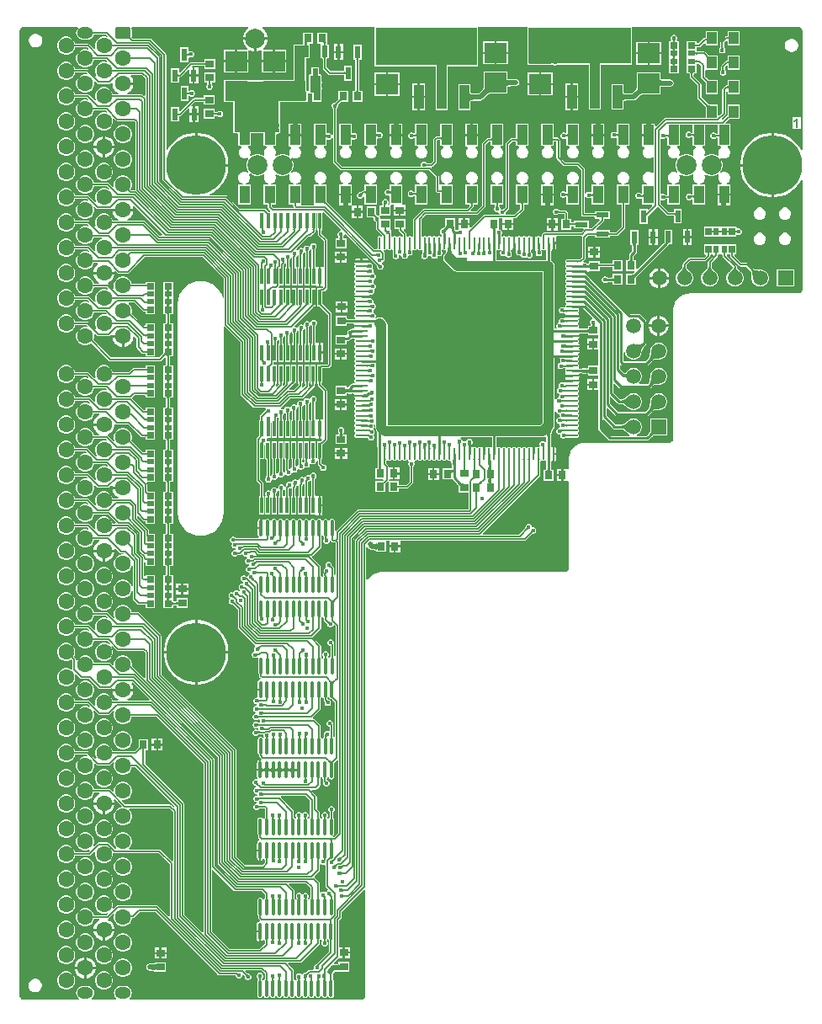
<source format=gtl>
G04*
G04 #@! TF.GenerationSoftware,Altium Limited,Altium Designer,22.6.1 (34)*
G04*
G04 Layer_Physical_Order=1*
G04 Layer_Color=255*
%FSLAX25Y25*%
%MOIN*%
G70*
G04*
G04 #@! TF.SameCoordinates,5882E60C-0619-4AF0-9705-53F345807C1B*
G04*
G04*
G04 #@! TF.FilePolarity,Positive*
G04*
G01*
G75*
%ADD10C,0.00984*%
%ADD12C,0.00787*%
%ADD13C,0.01968*%
%ADD15O,0.00984X0.04724*%
%ADD16O,0.04724X0.00984*%
%ADD17O,0.01378X0.06693*%
%ADD18R,0.08661X0.07874*%
%ADD19R,0.12992X0.09449*%
%ADD20R,0.03937X0.09449*%
%ADD23R,0.02362X0.04528*%
%ADD24R,0.05118X0.02362*%
%ADD25R,0.03150X0.03543*%
%ADD26R,0.02362X0.05118*%
%ADD27R,0.03150X0.02559*%
%ADD28R,0.03150X0.01968*%
%ADD29R,0.03937X0.04921*%
%ADD30R,0.03543X0.03150*%
%ADD31R,0.01181X0.06496*%
%ADD32R,0.02559X0.03150*%
%ADD33R,0.01968X0.03150*%
%ADD65C,0.00591*%
%ADD66R,0.04016X0.07874*%
%ADD67R,0.04016X0.07087*%
%ADD68C,0.00500*%
%ADD69C,0.03937*%
%ADD70R,0.04275X0.06794*%
%ADD71R,0.04199X0.15940*%
%ADD72R,0.08650X0.07913*%
%ADD73R,0.17792X0.20297*%
%ADD74R,0.05273X0.03916*%
%ADD75R,0.40264X0.14938*%
%ADD76R,0.40622X0.14474*%
%ADD77O,0.06299X0.04724*%
%ADD78C,0.06299*%
G04:AMPARAMS|DCode=79|XSize=47.24mil|YSize=62.99mil|CornerRadius=11.81mil|HoleSize=0mil|Usage=FLASHONLY|Rotation=90.000|XOffset=0mil|YOffset=0mil|HoleType=Round|Shape=RoundedRectangle|*
%AMROUNDEDRECTD79*
21,1,0.04724,0.03937,0,0,90.0*
21,1,0.02362,0.06299,0,0,90.0*
1,1,0.02362,0.01968,0.01181*
1,1,0.02362,0.01968,-0.01181*
1,1,0.02362,-0.01968,-0.01181*
1,1,0.02362,-0.01968,0.01181*
%
%ADD79ROUNDEDRECTD79*%
%ADD80R,0.05906X0.05906*%
%ADD81C,0.05906*%
%ADD82C,0.07874*%
%ADD83C,0.07874*%
%ADD84R,0.05906X0.05906*%
%ADD85C,0.23622*%
G04:AMPARAMS|DCode=86|XSize=78.74mil|YSize=78.74mil|CornerRadius=19.68mil|HoleSize=0mil|Usage=FLASHONLY|Rotation=0.000|XOffset=0mil|YOffset=0mil|HoleType=Round|Shape=RoundedRectangle|*
%AMROUNDEDRECTD86*
21,1,0.07874,0.03937,0,0,0.0*
21,1,0.03937,0.07874,0,0,0.0*
1,1,0.03937,0.01968,-0.01968*
1,1,0.03937,-0.01968,-0.01968*
1,1,0.03937,-0.01968,0.01968*
1,1,0.03937,0.01968,0.01968*
%
%ADD86ROUNDEDRECTD86*%
%ADD87C,0.01772*%
%ADD88C,0.03150*%
G36*
X47244Y387355D02*
X68584D01*
X68786Y386855D01*
X68459Y386429D01*
X68181Y385759D01*
X68086Y385039D01*
X68181Y384320D01*
X68459Y383649D01*
X68901Y383074D01*
X69476Y382632D01*
X70147Y382354D01*
X70866Y382260D01*
X72441D01*
X73160Y382354D01*
X73831Y382632D01*
X74406Y383074D01*
X74848Y383649D01*
X75126Y384320D01*
X75128Y384337D01*
X80049D01*
X80536Y383850D01*
X80277Y383401D01*
X79600Y383583D01*
X78667D01*
X77766Y383341D01*
X76958Y382875D01*
X76298Y382215D01*
X75832Y381407D01*
X75591Y380506D01*
Y379573D01*
X75688Y379208D01*
X75319Y378656D01*
X75209Y378642D01*
X73315Y380536D01*
X73087Y380688D01*
X72818Y380742D01*
X67653D01*
X67475Y381407D01*
X67009Y382215D01*
X66349Y382875D01*
X65541Y383341D01*
X64640Y383583D01*
X63707D01*
X62806Y383341D01*
X61998Y382875D01*
X61338Y382215D01*
X60871Y381407D01*
X60630Y380506D01*
Y379573D01*
X60871Y378672D01*
X61338Y377864D01*
X61998Y377204D01*
X62806Y376737D01*
X63707Y376496D01*
X64640D01*
X65541Y376737D01*
X66349Y377204D01*
X67009Y377864D01*
X67475Y378672D01*
X67653Y379337D01*
X72527D01*
X73000Y378865D01*
X72741Y378416D01*
X72120Y378583D01*
X71187D01*
X70286Y378341D01*
X69478Y377875D01*
X68818Y377215D01*
X68352Y376407D01*
X68110Y375506D01*
Y374573D01*
X68352Y373672D01*
X68818Y372864D01*
X69478Y372204D01*
X70286Y371738D01*
X71187Y371496D01*
X72120D01*
X73021Y371738D01*
X73829Y372204D01*
X74489Y372864D01*
X74955Y373672D01*
X75134Y374337D01*
X79894D01*
X80325Y373906D01*
X80066Y373458D01*
X79600Y373583D01*
X78667D01*
X77766Y373341D01*
X76958Y372875D01*
X76298Y372215D01*
X75832Y371407D01*
X75591Y370506D01*
Y369573D01*
X75832Y368672D01*
X76096Y368214D01*
X75696Y367907D01*
X73067Y370536D01*
X72839Y370688D01*
X72570Y370742D01*
X67653D01*
X67475Y371407D01*
X67009Y372215D01*
X66349Y372875D01*
X65541Y373341D01*
X64640Y373583D01*
X63707D01*
X62806Y373341D01*
X61998Y372875D01*
X61338Y372215D01*
X60871Y371407D01*
X60630Y370506D01*
Y369573D01*
X60871Y368672D01*
X61338Y367864D01*
X61998Y367204D01*
X62806Y366738D01*
X63707Y366496D01*
X64640D01*
X65541Y366738D01*
X66349Y367204D01*
X67009Y367864D01*
X67475Y368672D01*
X67653Y369337D01*
X72280D01*
X72661Y368955D01*
X72402Y368507D01*
X72120Y368583D01*
X71187D01*
X70286Y368341D01*
X69478Y367875D01*
X68818Y367215D01*
X68352Y366407D01*
X68110Y365506D01*
Y364573D01*
X68352Y363672D01*
X68818Y362864D01*
X69478Y362204D01*
X70286Y361737D01*
X71187Y361496D01*
X72120D01*
X73021Y361737D01*
X73829Y362204D01*
X74489Y362864D01*
X74955Y363672D01*
X75197Y364573D01*
Y365506D01*
X75121Y365788D01*
X75569Y366047D01*
X76528Y365089D01*
X76756Y364936D01*
X77024Y364883D01*
X81316D01*
X81585Y364936D01*
X81813Y365089D01*
X81965Y365241D01*
X82465Y365034D01*
Y364493D01*
X82747Y363438D01*
X83294Y362491D01*
X84066Y361719D01*
X84892Y361242D01*
X84759Y360742D01*
X82614D01*
X82436Y361407D01*
X81969Y362215D01*
X81309Y362875D01*
X80502Y363341D01*
X79600Y363583D01*
X78667D01*
X77766Y363341D01*
X76958Y362875D01*
X76298Y362215D01*
X75832Y361407D01*
X75591Y360506D01*
Y359573D01*
X75832Y358672D01*
X75881Y358587D01*
X75481Y358280D01*
X73225Y360536D01*
X72997Y360688D01*
X72728Y360742D01*
X67653D01*
X67475Y361407D01*
X67009Y362215D01*
X66349Y362875D01*
X65541Y363341D01*
X64640Y363583D01*
X63707D01*
X62806Y363341D01*
X61998Y362875D01*
X61338Y362215D01*
X60871Y361407D01*
X60630Y360506D01*
Y359573D01*
X60871Y358672D01*
X61338Y357864D01*
X61998Y357204D01*
X62806Y356737D01*
X63707Y356496D01*
X64640D01*
X65541Y356737D01*
X66349Y357204D01*
X67009Y357864D01*
X67475Y358672D01*
X67653Y359337D01*
X72437D01*
X72876Y358898D01*
X72618Y358449D01*
X72120Y358583D01*
X71187D01*
X70286Y358341D01*
X69478Y357875D01*
X68818Y357215D01*
X68352Y356407D01*
X68110Y355506D01*
Y354573D01*
X68352Y353672D01*
X68818Y352864D01*
X69478Y352204D01*
X70286Y351737D01*
X71187Y351496D01*
X72120D01*
X73021Y351737D01*
X73829Y352204D01*
X74489Y352864D01*
X74955Y353672D01*
X75134Y354337D01*
X79951D01*
X80402Y353886D01*
X80143Y353437D01*
X79600Y353583D01*
X78667D01*
X77766Y353341D01*
X76958Y352875D01*
X76298Y352215D01*
X75832Y351407D01*
X75591Y350506D01*
Y349573D01*
X75832Y348672D01*
X76298Y347864D01*
X76958Y347204D01*
X77766Y346738D01*
X78667Y346496D01*
X79600D01*
X80502Y346738D01*
X81309Y347204D01*
X81969Y347864D01*
X82436Y348672D01*
X82677Y349573D01*
Y350506D01*
X82532Y351049D01*
X82980Y351308D01*
X83890Y350398D01*
X84118Y350245D01*
X84386Y350192D01*
X91099D01*
X91542Y349748D01*
Y322786D01*
X91526Y322773D01*
X89937D01*
X89627Y323170D01*
X89916Y323672D01*
X90158Y324573D01*
Y325506D01*
X89916Y326407D01*
X89450Y327215D01*
X88790Y327875D01*
X87982Y328341D01*
X87081Y328583D01*
X86148D01*
X85246Y328341D01*
X84439Y327875D01*
X83779Y327215D01*
X83312Y326407D01*
X83071Y325506D01*
Y324573D01*
X83166Y324220D01*
X82717Y323961D01*
X81142Y325536D01*
X80914Y325688D01*
X80645Y325742D01*
X75134D01*
X74955Y326407D01*
X74489Y327215D01*
X73829Y327875D01*
X73021Y328341D01*
X72120Y328583D01*
X71187D01*
X70286Y328341D01*
X69478Y327875D01*
X68818Y327215D01*
X68352Y326407D01*
X68110Y325506D01*
Y324573D01*
X68352Y323672D01*
X68818Y322864D01*
X69478Y322204D01*
X70286Y321738D01*
X71187Y321496D01*
X72120D01*
X73021Y321738D01*
X73829Y322204D01*
X74489Y322864D01*
X74955Y323672D01*
X75134Y324337D01*
X80354D01*
X81143Y323548D01*
X80836Y323148D01*
X80502Y323341D01*
X79600Y323583D01*
X78667D01*
X77766Y323341D01*
X76958Y322875D01*
X76298Y322215D01*
X75832Y321407D01*
X75591Y320506D01*
Y319573D01*
X75832Y318672D01*
X75921Y318517D01*
X75521Y318210D01*
X73195Y320536D01*
X72967Y320688D01*
X72698Y320742D01*
X67653D01*
X67475Y321407D01*
X67009Y322215D01*
X66349Y322875D01*
X65541Y323341D01*
X64640Y323583D01*
X63707D01*
X62806Y323341D01*
X61998Y322875D01*
X61338Y322215D01*
X60871Y321407D01*
X60630Y320506D01*
Y319573D01*
X60871Y318672D01*
X61338Y317864D01*
X61998Y317204D01*
X62806Y316738D01*
X63707Y316496D01*
X64640D01*
X65541Y316738D01*
X66349Y317204D01*
X67009Y317864D01*
X67475Y318672D01*
X67653Y319337D01*
X72408D01*
X72836Y318909D01*
X72577Y318460D01*
X72120Y318583D01*
X71187D01*
X70286Y318341D01*
X69478Y317875D01*
X68818Y317215D01*
X68352Y316407D01*
X68110Y315506D01*
Y314573D01*
X68352Y313672D01*
X68818Y312864D01*
X69478Y312204D01*
X70286Y311737D01*
X71187Y311496D01*
X72120D01*
X73021Y311737D01*
X73829Y312204D01*
X74489Y312864D01*
X74955Y313672D01*
X75197Y314573D01*
Y315506D01*
X75074Y315963D01*
X75523Y316222D01*
X76055Y315689D01*
X76283Y315537D01*
X76552Y315484D01*
X81677D01*
X81946Y315537D01*
X81965Y315550D01*
X81985Y315539D01*
X86614D01*
X90764D01*
Y315586D01*
X90544Y316407D01*
X90992Y316666D01*
X102293Y305365D01*
X102102Y304903D01*
X101159D01*
X95525Y310536D01*
X95298Y310688D01*
X95029Y310742D01*
X88470D01*
X88336Y311242D01*
X89162Y311719D01*
X89935Y312491D01*
X90481Y313438D01*
X90764Y314493D01*
Y314539D01*
X86614D01*
X82465D01*
Y314493D01*
X82747Y313438D01*
X83294Y312491D01*
X84066Y311719D01*
X84892Y311242D01*
X84759Y310742D01*
X82614D01*
X82436Y311407D01*
X81969Y312215D01*
X81309Y312875D01*
X80502Y313341D01*
X79600Y313583D01*
X78667D01*
X77766Y313341D01*
X76958Y312875D01*
X76298Y312215D01*
X75832Y311407D01*
X75591Y310506D01*
Y309573D01*
X75790Y308830D01*
X75341Y308571D01*
X73376Y310536D01*
X73149Y310688D01*
X72880Y310742D01*
X67653D01*
X67475Y311407D01*
X67009Y312215D01*
X66349Y312875D01*
X65541Y313341D01*
X64640Y313583D01*
X63707D01*
X62806Y313341D01*
X61998Y312875D01*
X61338Y312215D01*
X60871Y311407D01*
X60630Y310506D01*
Y309573D01*
X60871Y308672D01*
X61338Y307864D01*
X61998Y307204D01*
X62806Y306737D01*
X63707Y306496D01*
X64640D01*
X65541Y306737D01*
X66349Y307204D01*
X67009Y307864D01*
X67475Y308672D01*
X67653Y309337D01*
X72589D01*
X73084Y308842D01*
X72825Y308394D01*
X72120Y308583D01*
X71187D01*
X70286Y308341D01*
X69478Y307875D01*
X68818Y307215D01*
X68352Y306407D01*
X68110Y305506D01*
Y304573D01*
X68352Y303672D01*
X68818Y302864D01*
X69478Y302204D01*
X70286Y301737D01*
X71187Y301496D01*
X72120D01*
X73021Y301737D01*
X73829Y302204D01*
X74489Y302864D01*
X74955Y303672D01*
X75037Y303974D01*
X78197D01*
X78263Y303474D01*
X77766Y303341D01*
X76958Y302875D01*
X76298Y302215D01*
X75832Y301407D01*
X75591Y300506D01*
Y299573D01*
X75778Y298874D01*
X75330Y298615D01*
X73409Y300536D01*
X73181Y300688D01*
X72912Y300742D01*
X67653D01*
X67475Y301407D01*
X67009Y302215D01*
X66349Y302875D01*
X65541Y303341D01*
X64640Y303583D01*
X63707D01*
X62806Y303341D01*
X61998Y302875D01*
X61338Y302215D01*
X60871Y301407D01*
X60630Y300506D01*
Y299573D01*
X60871Y298672D01*
X61338Y297864D01*
X61998Y297204D01*
X62806Y296738D01*
X63707Y296496D01*
X64640D01*
X65541Y296738D01*
X66349Y297204D01*
X67009Y297864D01*
X67475Y298672D01*
X67653Y299337D01*
X72621D01*
X73127Y298830D01*
X72869Y298382D01*
X72120Y298583D01*
X71187D01*
X70286Y298341D01*
X69478Y297875D01*
X68818Y297215D01*
X68352Y296407D01*
X68110Y295506D01*
Y294573D01*
X68352Y293672D01*
X68818Y292864D01*
X69478Y292204D01*
X70286Y291738D01*
X71187Y291496D01*
X72120D01*
X73021Y291738D01*
X73829Y292204D01*
X74489Y292864D01*
X74955Y293672D01*
X75034Y293965D01*
X76635D01*
X76769Y293465D01*
X76586Y293360D01*
X75813Y292587D01*
X75267Y291641D01*
X74984Y290586D01*
Y290539D01*
X79134D01*
X83284D01*
Y290557D01*
X83377Y290639D01*
X83713Y290834D01*
X84501Y290046D01*
X84729Y289893D01*
X84998Y289840D01*
X88598D01*
X88867Y289893D01*
X89094Y290046D01*
X95374Y296325D01*
X118188D01*
X126717Y287795D01*
Y280192D01*
X126217Y280118D01*
X125866Y281277D01*
X125025Y282851D01*
X123893Y284230D01*
X122514Y285362D01*
X120940Y286203D01*
X119233Y286720D01*
X117458Y286895D01*
X115682Y286720D01*
X113975Y286203D01*
X112402Y285362D01*
X111023Y284230D01*
X109891Y282851D01*
X109050Y281277D01*
X108532Y279570D01*
X108358Y277795D01*
X108378D01*
Y195118D01*
X108358D01*
X108532Y193342D01*
X109050Y191635D01*
X109891Y190062D01*
X111023Y188683D01*
X112402Y187551D01*
X113975Y186710D01*
X115682Y186192D01*
X117458Y186017D01*
X119233Y186192D01*
X120940Y186710D01*
X122514Y187551D01*
X123893Y188683D01*
X125025Y190062D01*
X125866Y191635D01*
X126383Y193342D01*
X126558Y195118D01*
X126538D01*
Y268736D01*
X126585Y268773D01*
X127038Y268920D01*
X133374Y262583D01*
Y242070D01*
X133428Y241801D01*
X133580Y241573D01*
X138331Y236822D01*
X138559Y236670D01*
X138828Y236616D01*
X142991D01*
X143129Y236397D01*
X143237Y236116D01*
X143070Y235712D01*
Y235613D01*
X142950Y235532D01*
X141081Y233663D01*
X140928Y233435D01*
X140875Y233167D01*
Y232352D01*
X140820Y231894D01*
X140593D01*
X140573Y231488D01*
X140577Y231478D01*
X140575Y231441D01*
X140593Y231409D01*
Y225925D01*
X140590Y225920D01*
X140593Y225908D01*
Y225871D01*
X140585Y225851D01*
X140593Y225831D01*
Y225681D01*
X140549Y225618D01*
X140384Y225425D01*
X140275Y225312D01*
X140258Y225268D01*
X139661Y224671D01*
X139508Y224443D01*
X139455Y224174D01*
Y208044D01*
X139508Y207775D01*
X139661Y207547D01*
X140803Y206405D01*
Y202154D01*
X140748Y201696D01*
X140521D01*
X140501Y201290D01*
X140505Y201280D01*
X140503Y201244D01*
X140521Y201211D01*
Y194412D01*
X142490D01*
Y201196D01*
X142490Y201211D01*
X142508Y201244D01*
X142506Y201280D01*
X142510Y201290D01*
X142490Y201696D01*
X142208Y202173D01*
Y206696D01*
X142155Y206965D01*
X142002Y207192D01*
X140860Y208335D01*
Y216263D01*
X142490D01*
Y221949D01*
X142580Y222015D01*
X143063Y221770D01*
X143080Y221738D01*
Y216263D01*
X143433D01*
X143436Y216241D01*
X143443Y216168D01*
X143445Y216067D01*
X143464Y216025D01*
Y209634D01*
X143445Y209594D01*
X143443Y209528D01*
X143438Y209480D01*
X143429Y209432D01*
X143416Y209384D01*
X143400Y209335D01*
X143379Y209286D01*
X143354Y209237D01*
X143324Y209185D01*
X143289Y209133D01*
X143241Y209071D01*
X143229Y209025D01*
X143184Y208980D01*
X142989Y208509D01*
Y208000D01*
X143184Y207530D01*
X143544Y207170D01*
X144014Y206975D01*
X144523D01*
X144993Y207170D01*
X145353Y207530D01*
X145548Y208000D01*
Y208028D01*
X145754Y208163D01*
X146048Y208277D01*
X146446Y208112D01*
X146955D01*
X147426Y208307D01*
X147786Y208667D01*
X147980Y209137D01*
Y209187D01*
X148480Y209394D01*
X148583Y209291D01*
X149054Y209097D01*
X149563D01*
X150033Y209291D01*
X150393Y209651D01*
X150587Y210122D01*
Y210225D01*
X151020Y210339D01*
X151087Y210341D01*
X151435Y209994D01*
X151906Y209799D01*
X152415D01*
X152885Y209994D01*
X153245Y210353D01*
X153440Y210824D01*
Y210843D01*
X153493Y210905D01*
X153940Y211136D01*
X154229Y211016D01*
X154738D01*
X155209Y211211D01*
X155569Y211571D01*
X155763Y212041D01*
Y212235D01*
X156263Y212442D01*
X156438Y212267D01*
X156908Y212072D01*
X157417D01*
X157887Y212267D01*
X158247Y212627D01*
X158313Y212785D01*
X158600Y213077D01*
X158916Y213035D01*
X159133Y212946D01*
X159642D01*
X160112Y213141D01*
X160472Y213500D01*
X160667Y213971D01*
Y214338D01*
X161092Y214575D01*
X161129Y214583D01*
X161265Y214446D01*
X161736Y214251D01*
X162245D01*
X162715Y214446D01*
X163075Y214806D01*
X163270Y215277D01*
Y215487D01*
X163755Y215821D01*
X163834Y215786D01*
X163835Y215785D01*
Y214450D01*
X163888Y214181D01*
X164040Y213953D01*
X164537Y213456D01*
X164553Y213414D01*
X164597Y213367D01*
X164625Y213331D01*
X164650Y213293D01*
X164671Y213254D01*
X164689Y213213D01*
X164705Y213169D01*
X164717Y213121D01*
X164727Y213070D01*
X164733Y213013D01*
X164736Y212938D01*
X164768Y212868D01*
Y212705D01*
X164962Y212235D01*
X165322Y211875D01*
X165793Y211681D01*
X166302D01*
X166772Y211875D01*
X167132Y212235D01*
X167327Y212705D01*
Y213214D01*
X167132Y213685D01*
X166772Y214045D01*
X166302Y214240D01*
X166103D01*
X166027Y214272D01*
X165953Y214272D01*
X165899Y214277D01*
X165849Y214284D01*
X165804Y214295D01*
X165761Y214309D01*
X165722Y214326D01*
X165685Y214346D01*
X165648Y214370D01*
X165613Y214398D01*
X165565Y214442D01*
X165523Y214457D01*
X165240Y214741D01*
Y215804D01*
X165294Y216263D01*
X165521D01*
X165542Y216668D01*
X165538Y216678D01*
X165539Y216715D01*
X165521Y216748D01*
Y222135D01*
X165583Y222136D01*
X165669Y222174D01*
X165844Y222208D01*
X166071Y222360D01*
X167291Y223580D01*
X167443Y223808D01*
X167497Y224077D01*
Y243492D01*
X167443Y243760D01*
X167291Y243988D01*
X165319Y245961D01*
X165442Y246461D01*
X165593D01*
Y252321D01*
X165615Y252325D01*
X165688Y252331D01*
X165789Y252334D01*
X165831Y252353D01*
X167877D01*
X168146Y252406D01*
X168374Y252558D01*
X169136Y253321D01*
X169289Y253549D01*
X169342Y253818D01*
Y273756D01*
X169289Y274025D01*
X169136Y274253D01*
X166005Y277384D01*
X165989Y277427D01*
X165780Y277651D01*
X165713Y277734D01*
X165665Y277802D01*
Y277951D01*
X165674Y277971D01*
X165665Y277992D01*
Y278028D01*
X165668Y278040D01*
X165665Y278045D01*
Y282591D01*
X165688Y282595D01*
X165760Y282601D01*
X165861Y282604D01*
X165903Y282623D01*
X166013D01*
X166281Y282676D01*
X166509Y282828D01*
X167467Y283786D01*
X167619Y284014D01*
X167673Y284283D01*
Y302958D01*
X167619Y303227D01*
X167467Y303455D01*
X165411Y305511D01*
Y306477D01*
X165466Y306935D01*
X165693D01*
X165713Y307341D01*
X165709Y307351D01*
X165711Y307388D01*
X165693Y307420D01*
Y313757D01*
X166193Y313964D01*
X172936Y307220D01*
X172746Y306720D01*
X172275Y306526D01*
X171915Y306166D01*
X171721Y305695D01*
Y305186D01*
X171915Y304716D01*
X172032Y304599D01*
X172035Y304583D01*
X172035Y304573D01*
X172037Y304569D01*
X172038Y304562D01*
X172046Y304549D01*
X172051Y304533D01*
X172058Y304502D01*
X172064Y304467D01*
X172080Y304256D01*
X172077Y304140D01*
X172065Y304002D01*
X172047Y303892D01*
X172025Y303810D01*
X172003Y303758D01*
X171996Y303745D01*
X171971Y303743D01*
X171938Y303724D01*
X170835D01*
Y299787D01*
X175165D01*
Y303724D01*
X174062D01*
X174029Y303743D01*
X174004Y303745D01*
X173997Y303758D01*
X173975Y303810D01*
X173953Y303892D01*
X173935Y304002D01*
X173923Y304140D01*
X173919Y304261D01*
X173923Y304332D01*
X173935Y304463D01*
X173942Y304502D01*
X173949Y304533D01*
X173954Y304549D01*
X173962Y304562D01*
X173963Y304569D01*
X173965Y304573D01*
X173965Y304583D01*
X173968Y304599D01*
X174085Y304716D01*
X174279Y305186D01*
X174779Y305377D01*
X187106Y293050D01*
X187122Y293009D01*
X187166Y292961D01*
X187194Y292925D01*
X187217Y292889D01*
X187238Y292851D01*
X187255Y292812D01*
X187269Y292769D01*
X187280Y292723D01*
X187288Y292673D01*
X187293Y292618D01*
X187294Y292544D01*
X187326Y292469D01*
Y292276D01*
X187521Y291806D01*
X187881Y291446D01*
X188351Y291251D01*
X188860D01*
X189330Y291446D01*
X189690Y291806D01*
X189885Y292276D01*
Y292785D01*
X189690Y293255D01*
X189381Y293564D01*
X189330Y293635D01*
X189323Y294160D01*
X189468Y294304D01*
X189566Y294541D01*
X189635Y294571D01*
X189811Y294606D01*
X190039Y294758D01*
X190159Y294878D01*
X190311Y295106D01*
X190365Y295375D01*
Y297845D01*
X190311Y298114D01*
X190159Y298342D01*
X189696Y298805D01*
X190014Y299194D01*
X190038Y299178D01*
X190384Y299109D01*
X190730Y299178D01*
X191023Y299374D01*
X191086Y299469D01*
X191650D01*
X191714Y299374D01*
X192007Y299178D01*
X192352Y299109D01*
X192698Y299178D01*
X192991Y299374D01*
X193051Y299463D01*
X193115Y299483D01*
X193137Y299488D01*
X193590Y299226D01*
X193598Y299127D01*
X193600Y299035D01*
X193619Y298991D01*
Y298185D01*
X193600Y298141D01*
X193599Y298013D01*
X193583Y297673D01*
X193564Y297495D01*
X193538Y297348D01*
X193526Y297296D01*
X193508Y297238D01*
X193514Y297179D01*
X193477Y297089D01*
Y296580D01*
X193672Y296109D01*
X194032Y295749D01*
X194502Y295554D01*
X195011D01*
X195481Y295749D01*
X195841Y296109D01*
X196036Y296580D01*
Y297089D01*
X196041Y297096D01*
X196534D01*
X196999Y296747D01*
Y296618D01*
X197194Y296148D01*
X197554Y295788D01*
X198024Y295593D01*
X198533D01*
X199003Y295788D01*
X199363Y296148D01*
X199526Y296542D01*
X199897Y296925D01*
X199902Y296928D01*
X200411D01*
X200881Y297123D01*
X201241Y297483D01*
X201436Y297953D01*
Y298462D01*
X201241Y298932D01*
X201218Y298955D01*
X201210Y299049D01*
X201245Y299082D01*
X201518Y299234D01*
X201717Y299266D01*
X201849Y299178D01*
X202195Y299109D01*
X202541Y299178D01*
X202834Y299374D01*
X202898Y299469D01*
X203461D01*
X203525Y299374D01*
X203818Y299178D01*
X204164Y299109D01*
X204509Y299178D01*
X204729Y299325D01*
X205018Y299241D01*
X205229Y299112D01*
Y298084D01*
X205214Y298049D01*
X205213Y297957D01*
X205210Y297884D01*
X205197Y297753D01*
X205190Y297714D01*
X205183Y297683D01*
X205178Y297667D01*
X205170Y297654D01*
X205169Y297646D01*
X205167Y297642D01*
X205167Y297633D01*
X205165Y297617D01*
X205049Y297502D01*
X204855Y297031D01*
Y296522D01*
X205049Y296052D01*
X205409Y295692D01*
X205880Y295497D01*
X206389D01*
X206859Y295692D01*
X207219Y296052D01*
X207359Y296390D01*
X207414Y296522D01*
X207901Y296666D01*
X208410D01*
X208933Y296341D01*
X208998Y296184D01*
X209358Y295825D01*
X209828Y295630D01*
X210337D01*
X210807Y295825D01*
X211167Y296184D01*
X211362Y296655D01*
X211477Y296732D01*
X211755Y296617D01*
X212264D01*
X212735Y296811D01*
X213094Y297171D01*
X213289Y297642D01*
Y298151D01*
X213094Y298621D01*
X213070Y298645D01*
X213074Y299042D01*
X213544Y299256D01*
X213660Y299178D01*
X214006Y299109D01*
X214352Y299178D01*
X214787Y298867D01*
X214745Y298691D01*
X214638Y298359D01*
X214521Y298088D01*
X214396Y297877D01*
X214302Y297762D01*
X214271Y297741D01*
X213749Y296960D01*
X213566Y296038D01*
X213749Y295117D01*
X214271Y294335D01*
X216067Y292540D01*
X216110Y292511D01*
X216205Y292370D01*
X217443Y291131D01*
X218225Y290609D01*
X219146Y290425D01*
X252936D01*
Y267071D01*
Y263095D01*
Y257246D01*
Y230754D01*
X252041Y229859D01*
X191501D01*
X191474Y229887D01*
Y269397D01*
X191290Y270319D01*
X190768Y271101D01*
X190119Y271750D01*
X189337Y272272D01*
X188416Y272456D01*
X187494Y272272D01*
X187109Y272015D01*
X187100Y272021D01*
X186762Y272385D01*
X186912Y272748D01*
Y273257D01*
X186718Y273727D01*
X186358Y274087D01*
X185887Y274282D01*
X185765Y274465D01*
X185860Y274695D01*
Y275204D01*
X186199Y275691D01*
X186358Y275757D01*
X186718Y276117D01*
X186912Y276587D01*
Y277096D01*
X186718Y277567D01*
X186358Y277926D01*
X186189Y277996D01*
X185859Y278506D01*
Y279015D01*
X185664Y279485D01*
X185304Y279845D01*
X184834Y280040D01*
X184385D01*
X184198Y280223D01*
X184059Y280426D01*
X181132D01*
X178236D01*
X178242Y280397D01*
X178481Y280039D01*
X178513Y280017D01*
X178623Y279489D01*
X178428Y279196D01*
X178359Y278851D01*
X178428Y278505D01*
X178623Y278212D01*
X178719Y278148D01*
Y277585D01*
X178623Y277521D01*
X178428Y277228D01*
X178359Y276882D01*
X178428Y276537D01*
X178623Y276244D01*
X178719Y276180D01*
Y275616D01*
X178623Y275552D01*
X178428Y275259D01*
X178359Y274914D01*
X178428Y274568D01*
X178623Y274275D01*
X178719Y274211D01*
Y273648D01*
X178623Y273584D01*
X178428Y273291D01*
X178359Y272945D01*
X178428Y272600D01*
X178574Y272380D01*
X178491Y272091D01*
X178362Y271880D01*
X175979D01*
X175945Y271895D01*
X175769Y271900D01*
X175629Y271912D01*
X175516Y271930D01*
X175432Y271953D01*
X175378Y271974D01*
X175364Y271983D01*
X175362Y272006D01*
X175356Y272017D01*
Y273049D01*
X171025D01*
Y269112D01*
X175356D01*
Y269936D01*
X175362Y269947D01*
X175364Y269971D01*
X175378Y269979D01*
X175432Y270001D01*
X175516Y270023D01*
X175629Y270042D01*
X175769Y270054D01*
X175945Y270059D01*
X175979Y270074D01*
X178076D01*
X178338Y269574D01*
X178242Y269431D01*
X178236Y269402D01*
X181132D01*
Y268615D01*
X178236D01*
X178242Y268586D01*
X178338Y268443D01*
X178076Y267943D01*
X177347D01*
X177001Y267874D01*
X176708Y267678D01*
X176564Y267534D01*
X176472D01*
X176002Y267339D01*
X175642Y266979D01*
X175447Y266509D01*
Y266000D01*
X175478Y265926D01*
X175096Y265542D01*
X170867D01*
Y261605D01*
X175198D01*
Y262975D01*
X175203Y262986D01*
X175204Y262992D01*
X175207Y262993D01*
X175258Y263014D01*
X175340Y263034D01*
X175449Y263052D01*
X175585Y263063D01*
X175756Y263068D01*
X175826Y263099D01*
X176091Y263151D01*
X176384Y263347D01*
X176595Y263559D01*
X176629Y263571D01*
X176759Y263693D01*
X176882Y263791D01*
X177007Y263876D01*
X177137Y263949D01*
X177270Y264011D01*
X177408Y264062D01*
X177551Y264101D01*
X177700Y264130D01*
X177856Y264147D01*
X178034Y264153D01*
X178049Y264160D01*
X178300Y264041D01*
X178454Y263488D01*
X178428Y263448D01*
X178359Y263103D01*
X178428Y262757D01*
X178623Y262464D01*
X178719Y262400D01*
X178719Y261837D01*
X178623Y261773D01*
X178428Y261480D01*
X178359Y261134D01*
X178428Y260789D01*
X178623Y260496D01*
X178719Y260432D01*
X178719Y259868D01*
X178623Y259804D01*
X178428Y259511D01*
X178359Y259166D01*
X178428Y258820D01*
X178623Y258527D01*
X178719Y258463D01*
Y257900D01*
X178623Y257836D01*
X178428Y257543D01*
X178359Y257197D01*
X178428Y256852D01*
X178623Y256559D01*
X178719Y256495D01*
Y255931D01*
X178623Y255867D01*
X178428Y255574D01*
X178359Y255229D01*
X178428Y254883D01*
X178623Y254590D01*
X178719Y254526D01*
Y253963D01*
X178623Y253899D01*
X178428Y253606D01*
X178359Y253260D01*
X178428Y252915D01*
X178623Y252622D01*
X178719Y252558D01*
Y251994D01*
X178623Y251930D01*
X178428Y251637D01*
X178359Y251292D01*
X178428Y250946D01*
X178623Y250653D01*
X178719Y250589D01*
Y250026D01*
X178623Y249962D01*
X178428Y249669D01*
X178359Y249323D01*
X178428Y248978D01*
X178623Y248685D01*
X178719Y248621D01*
Y248057D01*
X178623Y247993D01*
X178428Y247700D01*
X178359Y247355D01*
X178428Y247009D01*
X178574Y246789D01*
X178491Y246500D01*
X178362Y246289D01*
X177668D01*
X177322Y246221D01*
X177029Y246025D01*
X176026Y245022D01*
X175854Y244764D01*
X175786Y244717D01*
X175639Y244679D01*
X175165Y245046D01*
Y245390D01*
X170834D01*
Y241453D01*
X175165D01*
Y242139D01*
X175306Y242274D01*
X175393Y242342D01*
X175467Y242389D01*
X175614Y242447D01*
X175634Y242450D01*
X175639Y242450D01*
X175650Y242448D01*
X175651Y242448D01*
X175827Y242271D01*
X176297Y242076D01*
X176806D01*
X177277Y242271D01*
X177453Y242448D01*
X177454Y242448D01*
X177465Y242450D01*
X177479Y242451D01*
X177486Y242455D01*
X177494Y242456D01*
X177504Y242463D01*
X177514Y242467D01*
X177541Y242474D01*
X177572Y242480D01*
X177782Y242498D01*
X177864Y242499D01*
X177879Y242506D01*
X177894Y242501D01*
X177920Y242515D01*
X178076D01*
X178338Y242015D01*
X178242Y241872D01*
X178236Y241843D01*
X181132D01*
Y241055D01*
X178236D01*
X178242Y241027D01*
X178481Y240669D01*
X178513Y240647D01*
X178623Y240119D01*
X178428Y239826D01*
X178359Y239481D01*
X178428Y239135D01*
X178623Y238842D01*
X178719Y238778D01*
Y238215D01*
X178623Y238151D01*
X178428Y237858D01*
X178359Y237512D01*
X178428Y237167D01*
X178623Y236874D01*
X178719Y236810D01*
Y236246D01*
X178623Y236182D01*
X178428Y235889D01*
X178359Y235544D01*
X178428Y235198D01*
X178623Y234905D01*
X178719Y234841D01*
Y234278D01*
X178623Y234214D01*
X178428Y233921D01*
X178359Y233575D01*
X178428Y233230D01*
X178623Y232937D01*
X178719Y232873D01*
Y232309D01*
X178623Y232245D01*
X178428Y231952D01*
X178359Y231607D01*
X178428Y231261D01*
X178623Y230968D01*
X178719Y230904D01*
Y230341D01*
X178623Y230277D01*
X178428Y229984D01*
X178359Y229638D01*
X178428Y229293D01*
X178623Y229000D01*
X178719Y228936D01*
Y228372D01*
X178623Y228308D01*
X178428Y228015D01*
X178359Y227670D01*
X178428Y227324D01*
X178623Y227031D01*
X178719Y226967D01*
Y226404D01*
X178623Y226340D01*
X178428Y226047D01*
X178359Y225701D01*
X178428Y225356D01*
X178623Y225063D01*
X178916Y224867D01*
X179262Y224798D01*
X183002D01*
X183163Y224830D01*
X183663Y224694D01*
X183858Y224224D01*
X184218Y223864D01*
X184688Y223669D01*
X185197D01*
X185668Y223864D01*
X186028Y224224D01*
X186223Y224694D01*
Y225203D01*
X186028Y225673D01*
X185840Y225861D01*
X185871Y226020D01*
X186231Y226379D01*
X186426Y226850D01*
Y227359D01*
X186231Y227829D01*
X185871Y228189D01*
X186000Y228677D01*
X186131Y228995D01*
Y229504D01*
X186034Y229738D01*
X186035Y229910D01*
X186157Y229991D01*
X186657Y229723D01*
Y228889D01*
X186840Y227967D01*
X187344Y227214D01*
Y221568D01*
X187412Y221222D01*
X187512Y221072D01*
Y216548D01*
Y213407D01*
X187497Y213374D01*
X187493Y213197D01*
X187481Y213057D01*
X187462Y212944D01*
X187440Y212860D01*
X187418Y212807D01*
X187410Y212793D01*
X187386Y212790D01*
X187375Y212784D01*
X186482D01*
Y208453D01*
X189731D01*
X189751Y208404D01*
X189769Y208346D01*
X189864Y207905D01*
X189637Y207694D01*
X189554Y207628D01*
X189487Y207581D01*
X189386D01*
X189346Y207601D01*
X189312Y207589D01*
X189278Y207600D01*
X189243Y207581D01*
X186568D01*
Y203251D01*
X190505D01*
Y206180D01*
X190516Y206195D01*
X190510Y206228D01*
X190525Y206259D01*
X190505Y206316D01*
Y206446D01*
X190517Y206466D01*
X190561Y206530D01*
X190719Y206717D01*
X190824Y206826D01*
X190841Y206870D01*
X191600Y207628D01*
X191678Y207617D01*
X192080Y207439D01*
Y203251D01*
X196017D01*
Y204681D01*
X196043Y204686D01*
X196114Y204692D01*
X196213Y204695D01*
X196256Y204714D01*
X199239D01*
X199508Y204767D01*
X199736Y204919D01*
X201393Y206576D01*
X201545Y206804D01*
X201598Y207073D01*
Y213096D01*
X201617Y213137D01*
X201620Y213202D01*
X201625Y213247D01*
X201634Y213290D01*
X201646Y213332D01*
X201662Y213372D01*
X201683Y213413D01*
X201707Y213455D01*
X201737Y213497D01*
X201773Y213540D01*
X201824Y213593D01*
X201853Y213668D01*
X201981Y213795D01*
X202175Y214266D01*
Y214775D01*
X202011Y215171D01*
X202113Y215433D01*
X202273Y215660D01*
X202541Y215713D01*
X202834Y215909D01*
X202898Y216004D01*
X203461D01*
X203525Y215909D01*
X203818Y215713D01*
X204164Y215645D01*
X204509Y215713D01*
X204802Y215909D01*
X204866Y216004D01*
X205430D01*
X205493Y215909D01*
X205786Y215713D01*
X206132Y215645D01*
X206478Y215713D01*
X206771Y215909D01*
X206835Y216004D01*
X207398D01*
X207462Y215909D01*
X207755Y215713D01*
X208101Y215645D01*
X208446Y215713D01*
X208739Y215909D01*
X208803Y216004D01*
X209367D01*
X209430Y215909D01*
X209723Y215713D01*
X210069Y215645D01*
X210415Y215713D01*
X210708Y215909D01*
X210771Y216004D01*
X211335D01*
X211399Y215909D01*
X211692Y215713D01*
X212038Y215645D01*
X212383Y215713D01*
X212676Y215909D01*
X212740Y216004D01*
X213304D01*
X213367Y215909D01*
X213660Y215713D01*
X214006Y215645D01*
X214352Y215713D01*
X214645Y215909D01*
X214708Y216004D01*
X215272D01*
X215336Y215909D01*
X215629Y215713D01*
X215975Y215645D01*
X216195Y215688D01*
X216323Y215634D01*
X216530Y215477D01*
X216655Y215336D01*
Y214984D01*
X216850Y214514D01*
X216968Y214397D01*
X216970Y214381D01*
X216970Y214371D01*
X216972Y214367D01*
X216973Y214359D01*
X216981Y214346D01*
X216986Y214330D01*
X216993Y214300D01*
X216999Y214264D01*
X217016Y214049D01*
X217017Y213965D01*
X217032Y213930D01*
Y213007D01*
X216777Y212611D01*
X216750Y212609D01*
X216741Y212605D01*
X216293D01*
X216205Y212588D01*
X213241D01*
Y208257D01*
X217178D01*
X217575Y208008D01*
X219031Y206553D01*
X219035Y206538D01*
X219062Y206520D01*
X219073Y206490D01*
X219437Y206099D01*
X219562Y205944D01*
X219658Y205808D01*
X219675Y205779D01*
Y205440D01*
X219668Y205427D01*
X219675Y205406D01*
Y205379D01*
X219668Y205357D01*
X219675Y205342D01*
Y203123D01*
X223653D01*
Y196374D01*
X179930D01*
X179661Y196320D01*
X179433Y196168D01*
X171147Y187882D01*
X170793Y187973D01*
X170647Y188074D01*
Y191724D01*
X170563Y192146D01*
X170324Y192504D01*
X169966Y192743D01*
X169544Y192827D01*
X169121Y192743D01*
X168763Y192504D01*
X168524Y192146D01*
X168519Y192122D01*
X168009D01*
X168004Y192146D01*
X167765Y192504D01*
X167407Y192743D01*
X166984Y192827D01*
X166562Y192743D01*
X166204Y192504D01*
X165965Y192146D01*
X165960Y192122D01*
X165450D01*
X165445Y192146D01*
X165206Y192504D01*
X164848Y192743D01*
X164425Y192827D01*
X164003Y192743D01*
X163645Y192504D01*
X163406Y192146D01*
X163401Y192122D01*
X162891D01*
X162886Y192146D01*
X162647Y192504D01*
X162289Y192743D01*
X161866Y192827D01*
X161444Y192743D01*
X161086Y192504D01*
X160846Y192146D01*
X160842Y192122D01*
X160332D01*
X160327Y192146D01*
X160088Y192504D01*
X159730Y192743D01*
X159307Y192827D01*
X158885Y192743D01*
X158527Y192504D01*
X158288Y192146D01*
X158283Y192122D01*
X157773D01*
X157768Y192146D01*
X157529Y192504D01*
X157171Y192743D01*
X156748Y192827D01*
X156326Y192743D01*
X155968Y192504D01*
X155728Y192146D01*
X155724Y192122D01*
X155214D01*
X155209Y192146D01*
X154970Y192504D01*
X154612Y192743D01*
X154189Y192827D01*
X153767Y192743D01*
X153409Y192504D01*
X153169Y192146D01*
X153165Y192122D01*
X152655D01*
X152650Y192146D01*
X152411Y192504D01*
X152053Y192743D01*
X151630Y192827D01*
X151208Y192743D01*
X150850Y192504D01*
X150610Y192146D01*
X150605Y192122D01*
X150096D01*
X150091Y192146D01*
X149852Y192504D01*
X149494Y192743D01*
X149071Y192827D01*
X148649Y192743D01*
X148291Y192504D01*
X148051Y192146D01*
X148047Y192122D01*
X147537D01*
X147532Y192146D01*
X147293Y192504D01*
X146934Y192743D01*
X146512Y192827D01*
X146090Y192743D01*
X145731Y192504D01*
X145492Y192146D01*
X145487Y192122D01*
X144978D01*
X144973Y192146D01*
X144734Y192504D01*
X144375Y192743D01*
X143953Y192827D01*
X143530Y192743D01*
X143172Y192504D01*
X143070Y192350D01*
X142983Y192327D01*
X142505Y192363D01*
X142316Y192646D01*
X141893Y192929D01*
X141788Y192950D01*
Y189066D01*
X141394D01*
Y188672D01*
X140089D01*
Y186408D01*
X140189Y185909D01*
X140457Y185508D01*
X140431Y185381D01*
X140287Y185008D01*
X131762D01*
X131741Y185021D01*
X131714Y185015D01*
X131689Y185027D01*
X131625Y185029D01*
X131583Y185035D01*
X131547Y185043D01*
X131515Y185055D01*
X131484Y185068D01*
X131456Y185085D01*
X131427Y185107D01*
X131397Y185133D01*
X131367Y185166D01*
X131326Y185219D01*
X131270Y185251D01*
X130993Y185528D01*
X130523Y185722D01*
X130014D01*
X129543Y185528D01*
X129183Y185168D01*
X128989Y184697D01*
Y184188D01*
X129183Y183718D01*
X129543Y183358D01*
X129611Y183330D01*
X129957Y183001D01*
X129861Y182727D01*
X129775Y182519D01*
Y182010D01*
X129970Y181540D01*
X130330Y181180D01*
X130800Y180985D01*
X131265D01*
X131391Y180835D01*
X131391Y180787D01*
X131376Y180743D01*
X130928Y180325D01*
X130720D01*
X130249Y180130D01*
X129889Y179771D01*
X129695Y179300D01*
Y178791D01*
X129889Y178321D01*
X130249Y177961D01*
X130720Y177766D01*
X131229D01*
X131699Y177961D01*
X131826Y178088D01*
X131901Y178117D01*
X131955Y178169D01*
X131998Y178204D01*
X132040Y178234D01*
X132081Y178259D01*
X132122Y178279D01*
X132163Y178295D01*
X132204Y178308D01*
X132247Y178316D01*
X132293Y178322D01*
X132358Y178325D01*
X132398Y178343D01*
X133060D01*
X133329Y178397D01*
X133557Y178549D01*
X133633Y178625D01*
X134223Y178507D01*
X134272Y178390D01*
X134632Y178030D01*
X135102Y177835D01*
X135536D01*
X135874Y177547D01*
X135952Y177461D01*
X135898Y177156D01*
X135609Y177037D01*
X135249Y176677D01*
X135055Y176207D01*
Y175698D01*
X135249Y175227D01*
X135609Y174867D01*
X136080Y174672D01*
X136589D01*
X136609Y174659D01*
X136616Y174543D01*
X136459Y174082D01*
X135988Y173887D01*
X135628Y173527D01*
X135434Y173057D01*
Y172548D01*
X135628Y172078D01*
X135988Y171718D01*
X136459Y171523D01*
X136717D01*
X137075Y171067D01*
X137027Y170874D01*
X136697Y170737D01*
X136337Y170377D01*
X136252Y170171D01*
X136190Y170059D01*
X136082Y169998D01*
X135597Y169882D01*
X135237Y170242D01*
X134766Y170437D01*
X134257D01*
X133787Y170242D01*
X133427Y169882D01*
X133232Y169412D01*
Y168903D01*
X133427Y168433D01*
X133787Y168073D01*
X134195Y167904D01*
X134270Y167440D01*
X133933Y167061D01*
X133486D01*
X133016Y166867D01*
X132656Y166507D01*
X132461Y166036D01*
Y165527D01*
X132656Y165057D01*
X133016Y164697D01*
X133073Y164561D01*
X133073Y164518D01*
X132805Y164062D01*
X132702Y164041D01*
X132427Y164315D01*
X131957Y164510D01*
X131448D01*
X130978Y164315D01*
X130618Y163955D01*
X130423Y163485D01*
X130367Y163447D01*
X129991Y163603D01*
X129482D01*
X129011Y163408D01*
X128651Y163048D01*
X128457Y162578D01*
Y162069D01*
X128651Y161599D01*
X129011Y161239D01*
X129020Y161196D01*
X128708Y160884D01*
X128513Y160414D01*
Y159905D01*
X128708Y159434D01*
X129068Y159074D01*
X129538Y158879D01*
X129718D01*
X129791Y158847D01*
X129866Y158845D01*
X129922Y158840D01*
X129972Y158832D01*
X130019Y158820D01*
X130062Y158805D01*
X130102Y158788D01*
X130140Y158767D01*
X130177Y158743D01*
X130213Y158715D01*
X130261Y158671D01*
X130303Y158656D01*
X132320Y156638D01*
Y149585D01*
X132374Y149316D01*
X132526Y149088D01*
X138732Y142883D01*
X138960Y142730D01*
X138971Y142728D01*
X139049Y142549D01*
X139091Y142194D01*
X138810Y141914D01*
X138616Y141444D01*
Y140935D01*
X138740Y140636D01*
X138713Y140333D01*
X138509Y140059D01*
X138225Y139941D01*
X137866Y139581D01*
X137671Y139111D01*
Y138602D01*
X137866Y138132D01*
X138225Y137772D01*
X138696Y137577D01*
X139205D01*
X139675Y137772D01*
X139920Y138017D01*
X140086Y138045D01*
X140332Y137719D01*
X140366Y137564D01*
X140282Y137141D01*
Y131826D01*
X140366Y131404D01*
X140454Y131272D01*
X140460Y131249D01*
X140476Y131239D01*
X140504Y131198D01*
X140504Y131197D01*
X140505Y131197D01*
X140605Y131046D01*
X140640Y131022D01*
X140642Y131013D01*
X140662Y130765D01*
X140665Y130612D01*
X140683Y130568D01*
Y130364D01*
X140737Y130095D01*
X140889Y129867D01*
X141131Y129625D01*
X140956Y129093D01*
X140698Y129042D01*
X140275Y128759D01*
X139992Y128336D01*
X139892Y127837D01*
Y125573D01*
X141197D01*
Y124786D01*
X139892D01*
Y122522D01*
X139918Y122396D01*
X139521Y121896D01*
X139466D01*
X138996Y121701D01*
X138636Y121341D01*
X138441Y120871D01*
Y120362D01*
X138636Y119892D01*
X138996Y119532D01*
X139466Y119337D01*
X139611D01*
X139672Y119265D01*
X139677Y119245D01*
X139676Y119232D01*
X139290Y118746D01*
X139192D01*
X138722Y118552D01*
X138362Y118192D01*
X138167Y117721D01*
Y117212D01*
X138362Y116742D01*
X138722Y116382D01*
X139192Y116188D01*
X139330D01*
X139437Y115985D01*
X139178Y115597D01*
X139125D01*
X138655Y115402D01*
X138295Y115042D01*
X138100Y114572D01*
Y114063D01*
X138295Y113593D01*
X138655Y113233D01*
X139125Y113038D01*
X139635D01*
X140105Y113233D01*
X140232Y113360D01*
X140307Y113389D01*
X140348Y113429D01*
X140516Y113414D01*
X140583Y113403D01*
X140899Y112997D01*
Y112488D01*
X140688Y112165D01*
X140601Y112064D01*
X140283Y112065D01*
X140251Y112096D01*
X140176Y112125D01*
X140049Y112252D01*
X139578Y112447D01*
X139069D01*
X138599Y112252D01*
X138239Y111893D01*
X138045Y111422D01*
Y110913D01*
X138239Y110443D01*
X138599Y110083D01*
X139069Y109888D01*
X139578D01*
X139752Y109960D01*
X140238Y109692D01*
X140265Y109500D01*
X139873Y109159D01*
X139871Y109159D01*
X139537Y109298D01*
X139028D01*
X138557Y109103D01*
X138197Y108743D01*
X138003Y108273D01*
Y107764D01*
X138197Y107293D01*
X138557Y106933D01*
X139028Y106739D01*
X139537D01*
X140007Y106933D01*
X140367Y107293D01*
X140745Y107369D01*
X141014Y107316D01*
X142386D01*
X142437Y107239D01*
Y106730D01*
X142631Y106260D01*
X142576Y106181D01*
X141978Y106176D01*
X141620Y106416D01*
X141197Y106500D01*
X140775Y106416D01*
X140417Y106176D01*
X140177Y105818D01*
X140093Y105396D01*
Y100081D01*
X140177Y99658D01*
X140417Y99300D01*
X140463Y99269D01*
X140475Y99100D01*
X140476Y99018D01*
X140513Y98931D01*
X140548Y98752D01*
X140700Y98525D01*
X141516Y97709D01*
X141515Y97657D01*
X141415Y97491D01*
Y93335D01*
X141021D01*
Y92941D01*
X139716D01*
Y90678D01*
X139816Y90179D01*
X139956Y89969D01*
X139624Y89565D01*
X139534Y89603D01*
X139025D01*
X138555Y89408D01*
X138195Y89048D01*
X138000Y88578D01*
Y88069D01*
X138195Y87598D01*
X138555Y87238D01*
X139025Y87044D01*
X139058D01*
X139210Y86918D01*
X139245Y86874D01*
X139135Y86403D01*
X139078Y86309D01*
X138955Y86258D01*
X138595Y85898D01*
X138401Y85428D01*
Y84919D01*
X138595Y84449D01*
X138955Y84089D01*
X139426Y83894D01*
X139759Y83894D01*
X139963Y83534D01*
X139619Y83158D01*
X139421D01*
X138951Y82963D01*
X138591Y82604D01*
X138396Y82133D01*
Y81624D01*
X138591Y81154D01*
X138951Y80794D01*
X139421Y80599D01*
X139536D01*
X139612Y80488D01*
X139334Y80009D01*
X139289D01*
X138819Y79814D01*
X138459Y79454D01*
X138264Y78984D01*
Y78475D01*
X138459Y78004D01*
X138819Y77644D01*
X139289Y77450D01*
X139798D01*
X140268Y77644D01*
X140558Y77935D01*
X140609Y77964D01*
X140649Y78017D01*
X140679Y78050D01*
X140707Y78076D01*
X140735Y78096D01*
X140763Y78113D01*
X140793Y78127D01*
X140825Y78138D01*
X140861Y78146D01*
X140902Y78152D01*
X140966Y78154D01*
X140993Y78167D01*
X141023Y78161D01*
X141042Y78173D01*
X142723D01*
X142878Y78018D01*
Y74815D01*
X142859Y74774D01*
X142848Y74473D01*
X142837Y74370D01*
X142834Y74356D01*
X142800Y74332D01*
X142699Y74181D01*
X142698Y74181D01*
X142698Y74180D01*
X142671Y74139D01*
X142654Y74129D01*
X142648Y74106D01*
X142560Y73974D01*
X142555Y73950D01*
X142046D01*
X142041Y73974D01*
X141802Y74332D01*
X141444Y74572D01*
X141021Y74656D01*
X140599Y74572D01*
X140241Y74332D01*
X140001Y73974D01*
X139917Y73552D01*
Y68237D01*
X140001Y67814D01*
X140089Y67682D01*
X140095Y67660D01*
X140112Y67649D01*
X140139Y67609D01*
X140139Y67607D01*
X140140Y67607D01*
X140241Y67456D01*
X140275Y67433D01*
X140277Y67424D01*
X140297Y67176D01*
X140300Y67022D01*
X140319Y66979D01*
Y66582D01*
X140372Y66313D01*
X140524Y66085D01*
X140770Y65840D01*
X140605Y65298D01*
X140522Y65281D01*
X140099Y64998D01*
X139816Y64575D01*
X139716Y64076D01*
Y61812D01*
X141021D01*
Y61418D01*
X141415D01*
Y57535D01*
X141520Y57556D01*
X141944Y57838D01*
X142016Y57947D01*
X142588Y58042D01*
X142844Y57846D01*
X142856Y57700D01*
X142859Y57546D01*
X142878Y57503D01*
Y57267D01*
X142904Y57133D01*
Y56598D01*
X141909Y55603D01*
X135079D01*
X131694Y58988D01*
Y101030D01*
X131640Y101299D01*
X131488Y101527D01*
X101832Y131183D01*
Y146448D01*
X101778Y146716D01*
X101626Y146944D01*
X93035Y155536D01*
X92807Y155688D01*
X92538Y155742D01*
X90094D01*
X89916Y156407D01*
X89450Y157215D01*
X88790Y157875D01*
X87982Y158341D01*
X87081Y158583D01*
X86148D01*
X85246Y158341D01*
X84439Y157875D01*
X83779Y157215D01*
X83312Y156407D01*
X83071Y155506D01*
Y154573D01*
X83288Y153764D01*
X83061Y153558D01*
X82873Y153472D01*
X80809Y155536D01*
X80581Y155688D01*
X80312Y155742D01*
X75134D01*
X74955Y156407D01*
X74489Y157215D01*
X73829Y157875D01*
X73021Y158341D01*
X72120Y158583D01*
X71187D01*
X70286Y158341D01*
X69478Y157875D01*
X68818Y157215D01*
X68352Y156407D01*
X68110Y155506D01*
Y154573D01*
X68352Y153672D01*
X68818Y152864D01*
X69478Y152204D01*
X70286Y151737D01*
X71187Y151496D01*
X72120D01*
X73021Y151737D01*
X73829Y152204D01*
X74489Y152864D01*
X74955Y153672D01*
X75134Y154337D01*
X80021D01*
X80498Y153860D01*
X80239Y153411D01*
X79600Y153583D01*
X78667D01*
X77766Y153341D01*
X76958Y152875D01*
X76298Y152215D01*
X75832Y151407D01*
X75591Y150506D01*
Y149573D01*
X75774Y148890D01*
X75325Y148631D01*
X73420Y150536D01*
X73192Y150688D01*
X72923Y150742D01*
X67653D01*
X67475Y151407D01*
X67009Y152215D01*
X66349Y152875D01*
X65541Y153341D01*
X64640Y153583D01*
X63707D01*
X62806Y153341D01*
X61998Y152875D01*
X61338Y152215D01*
X60871Y151407D01*
X60630Y150506D01*
Y149573D01*
X60871Y148672D01*
X61338Y147864D01*
X61998Y147204D01*
X62806Y146738D01*
X63707Y146496D01*
X64640D01*
X65541Y146738D01*
X66349Y147204D01*
X67009Y147864D01*
X67475Y148672D01*
X67653Y149337D01*
X72632D01*
X73143Y148826D01*
X72884Y148378D01*
X72120Y148583D01*
X71187D01*
X70286Y148341D01*
X69478Y147875D01*
X68818Y147215D01*
X68352Y146407D01*
X68110Y145506D01*
Y144573D01*
X68352Y143672D01*
X68818Y142864D01*
X69478Y142204D01*
X70286Y141737D01*
X71187Y141496D01*
X72120D01*
X73021Y141737D01*
X73829Y142204D01*
X74489Y142864D01*
X74955Y143672D01*
X75125Y144304D01*
X80529D01*
X81479Y143354D01*
X81172Y142954D01*
X80502Y143341D01*
X79600Y143583D01*
X78667D01*
X77766Y143341D01*
X76958Y142875D01*
X76298Y142215D01*
X75832Y141407D01*
X75591Y140506D01*
Y139573D01*
X75832Y138672D01*
X76298Y137864D01*
X76958Y137204D01*
X77766Y136738D01*
X78667Y136496D01*
X79600D01*
X80502Y136738D01*
X81309Y137204D01*
X81969Y137864D01*
X82436Y138672D01*
X82677Y139573D01*
Y140506D01*
X82436Y141407D01*
X82049Y142077D01*
X82449Y142384D01*
X84162Y140671D01*
X84390Y140519D01*
X84658Y140466D01*
X94779D01*
X95506Y139739D01*
Y129811D01*
X95044Y129619D01*
X90219Y134444D01*
X90137Y134499D01*
X90158Y134573D01*
Y135506D01*
X89916Y136407D01*
X89450Y137215D01*
X88790Y137875D01*
X87982Y138341D01*
X87081Y138583D01*
X86148D01*
X85246Y138341D01*
X84439Y137875D01*
X83779Y137215D01*
X83312Y136407D01*
X83071Y135506D01*
Y134855D01*
X82571Y134648D01*
X81682Y135536D01*
X81454Y135688D01*
X81186Y135742D01*
X75134D01*
X74955Y136407D01*
X74489Y137215D01*
X73829Y137875D01*
X73021Y138341D01*
X72120Y138583D01*
X71187D01*
X70286Y138341D01*
X69478Y137875D01*
X68818Y137215D01*
X68622Y136875D01*
X67959Y136726D01*
X67885Y136777D01*
Y137030D01*
X67831Y137299D01*
X67679Y137527D01*
X67131Y138075D01*
X67475Y138672D01*
X67716Y139573D01*
Y140506D01*
X67475Y141407D01*
X67009Y142215D01*
X66349Y142875D01*
X65541Y143341D01*
X64640Y143583D01*
X63707D01*
X62806Y143341D01*
X61998Y142875D01*
X61338Y142215D01*
X60871Y141407D01*
X60630Y140506D01*
Y139573D01*
X60871Y138672D01*
X61338Y137864D01*
X61998Y137204D01*
X62806Y136738D01*
X63707Y136496D01*
X64640D01*
X65541Y136738D01*
X66137Y137082D01*
X66480Y136739D01*
Y133376D01*
X66135Y133116D01*
X65996Y133078D01*
X65541Y133341D01*
X64640Y133583D01*
X63707D01*
X62806Y133341D01*
X61998Y132875D01*
X61338Y132215D01*
X60871Y131407D01*
X60630Y130506D01*
Y129573D01*
X60871Y128672D01*
X61338Y127864D01*
X61998Y127204D01*
X62806Y126737D01*
X63707Y126496D01*
X64640D01*
X65541Y126737D01*
X66349Y127204D01*
X67009Y127864D01*
X67475Y128672D01*
X67716Y129573D01*
Y130506D01*
X67545Y131147D01*
X67993Y131406D01*
X69683Y129716D01*
X69911Y129563D01*
X70180Y129510D01*
X73241D01*
X77047Y125704D01*
X77275Y125552D01*
X77544Y125498D01*
X81535D01*
X81804Y125552D01*
X81987Y125674D01*
X82099Y125653D01*
X82130Y125642D01*
X82291Y125539D01*
X86614D01*
X90764D01*
Y125586D01*
X90481Y126641D01*
X90001Y127472D01*
X90114Y127848D01*
X90223Y128006D01*
X90462Y128039D01*
X97257Y121243D01*
X97066Y120781D01*
X88538D01*
X88404Y121281D01*
X89162Y121719D01*
X89935Y122492D01*
X90481Y123438D01*
X90764Y124493D01*
Y124539D01*
X86614D01*
X82465D01*
Y124493D01*
X82747Y123438D01*
X83294Y122492D01*
X84066Y121719D01*
X84824Y121281D01*
X84690Y120781D01*
X82603D01*
X82436Y121407D01*
X81969Y122215D01*
X81309Y122875D01*
X80502Y123341D01*
X79600Y123583D01*
X78667D01*
X77766Y123341D01*
X76958Y122875D01*
X76298Y122215D01*
X75832Y121407D01*
X75591Y120506D01*
Y119573D01*
X75708Y119135D01*
X75260Y118876D01*
X73600Y120536D01*
X73372Y120688D01*
X73103Y120742D01*
X67653D01*
X67475Y121407D01*
X67009Y122215D01*
X66349Y122875D01*
X65541Y123341D01*
X64640Y123583D01*
X63707D01*
X62806Y123341D01*
X61998Y122875D01*
X61338Y122215D01*
X60871Y121407D01*
X60630Y120506D01*
Y119573D01*
X60871Y118672D01*
X61338Y117864D01*
X61998Y117204D01*
X62806Y116737D01*
X63707Y116496D01*
X64640D01*
X65541Y116737D01*
X66349Y117204D01*
X67009Y117864D01*
X67475Y118672D01*
X67653Y119337D01*
X72812D01*
X73516Y118633D01*
X73209Y118233D01*
X73021Y118341D01*
X72120Y118583D01*
X71187D01*
X70286Y118341D01*
X69478Y117875D01*
X68818Y117215D01*
X68352Y116407D01*
X68110Y115506D01*
Y114573D01*
X68352Y113672D01*
X68818Y112864D01*
X69478Y112204D01*
X70286Y111738D01*
X71187Y111496D01*
X72120D01*
X73021Y111738D01*
X73829Y112204D01*
X74489Y112864D01*
X74955Y113672D01*
X75197Y114573D01*
Y115506D01*
X74955Y116407D01*
X74847Y116595D01*
X75247Y116902D01*
X76862Y115287D01*
X77090Y115135D01*
X77359Y115081D01*
X80931D01*
X81200Y115135D01*
X81428Y115287D01*
X82991Y116850D01*
X83391Y116543D01*
X83312Y116407D01*
X83071Y115506D01*
Y114573D01*
X83312Y113672D01*
X83779Y112864D01*
X84439Y112204D01*
X85246Y111738D01*
X86148Y111496D01*
X87081D01*
X87982Y111738D01*
X88790Y112204D01*
X89450Y112864D01*
X89916Y113672D01*
X90094Y114337D01*
X99957D01*
X118478Y95816D01*
Y29119D01*
X118016Y28928D01*
X110949Y35995D01*
Y79876D01*
X110896Y80144D01*
X110743Y80372D01*
X95456Y95660D01*
Y100886D01*
X95474Y100928D01*
X95477Y101029D01*
X95483Y101103D01*
X95487Y101124D01*
X96722D01*
Y105454D01*
X92785D01*
Y102438D01*
X92782Y102434D01*
X92785Y102421D01*
Y102385D01*
X92776Y102365D01*
X92785Y102344D01*
Y102195D01*
X92740Y102132D01*
X92575Y101938D01*
X92466Y101826D01*
X92449Y101781D01*
X91437Y100769D01*
X82607D01*
X82436Y101407D01*
X81969Y102215D01*
X81309Y102875D01*
X80502Y103341D01*
X79600Y103583D01*
X78667D01*
X77766Y103341D01*
X76958Y102875D01*
X76298Y102215D01*
X75832Y101407D01*
X75591Y100506D01*
Y99573D01*
X75832Y98672D01*
X76124Y98167D01*
X75724Y97860D01*
X73047Y100536D01*
X72819Y100688D01*
X72550Y100742D01*
X67653D01*
X67475Y101407D01*
X67009Y102215D01*
X66349Y102875D01*
X65541Y103341D01*
X64640Y103583D01*
X63707D01*
X62806Y103341D01*
X61998Y102875D01*
X61338Y102215D01*
X60871Y101407D01*
X60630Y100506D01*
Y99573D01*
X60871Y98672D01*
X61338Y97864D01*
X61998Y97204D01*
X62806Y96737D01*
X63707Y96496D01*
X64640D01*
X65541Y96737D01*
X66349Y97204D01*
X67009Y97864D01*
X67475Y98672D01*
X67653Y99337D01*
X72259D01*
X72633Y98963D01*
X72375Y98514D01*
X72120Y98583D01*
X71187D01*
X70286Y98341D01*
X69478Y97875D01*
X68818Y97215D01*
X68352Y96407D01*
X68110Y95506D01*
Y94573D01*
X68352Y93672D01*
X68818Y92864D01*
X69478Y92204D01*
X70286Y91738D01*
X71187Y91496D01*
X72120D01*
X73021Y91738D01*
X73829Y92204D01*
X74489Y92864D01*
X74955Y93672D01*
X75197Y94573D01*
Y95506D01*
X75129Y95761D01*
X75577Y96019D01*
X76277Y95319D01*
X76505Y95167D01*
X76774Y95114D01*
X81262D01*
X81531Y95167D01*
X81759Y95319D01*
X82776Y96336D01*
X83224Y96077D01*
X83071Y95506D01*
Y94573D01*
X83312Y93672D01*
X83779Y92864D01*
X84439Y92204D01*
X85246Y91738D01*
X86148Y91496D01*
X87081D01*
X87982Y91738D01*
X88790Y92204D01*
X89450Y92864D01*
X89916Y93672D01*
X90094Y94337D01*
X91676D01*
X107324Y78689D01*
X107302Y78579D01*
X106760Y78414D01*
X105799Y79375D01*
X105571Y79527D01*
X105303Y79580D01*
X87638D01*
X86222Y80996D01*
X86430Y81496D01*
X87081D01*
X87982Y81738D01*
X88790Y82204D01*
X89450Y82864D01*
X89916Y83672D01*
X90158Y84573D01*
Y85506D01*
X89916Y86407D01*
X89450Y87215D01*
X88790Y87875D01*
X87982Y88341D01*
X87081Y88583D01*
X86148D01*
X85246Y88341D01*
X84439Y87875D01*
X83779Y87215D01*
X83312Y86407D01*
X83071Y85506D01*
Y84855D01*
X82571Y84648D01*
X81682Y85536D01*
X81454Y85688D01*
X81186Y85742D01*
X75134D01*
X74955Y86407D01*
X74489Y87215D01*
X73829Y87875D01*
X73021Y88341D01*
X72120Y88583D01*
X71187D01*
X70286Y88341D01*
X69478Y87875D01*
X68818Y87215D01*
X68352Y86407D01*
X68110Y85506D01*
Y84573D01*
X68352Y83672D01*
X68818Y82864D01*
X69478Y82204D01*
X70286Y81738D01*
X71187Y81496D01*
X72120D01*
X73021Y81738D01*
X73829Y82204D01*
X74489Y82864D01*
X74955Y83672D01*
X75134Y84337D01*
X77278D01*
X77412Y83837D01*
X76586Y83360D01*
X75813Y82587D01*
X75267Y81641D01*
X74984Y80586D01*
Y80539D01*
X79134D01*
Y80039D01*
D01*
Y80539D01*
X83284D01*
Y80586D01*
X83044Y81481D01*
X83492Y81740D01*
X86188Y79043D01*
X85985Y78539D01*
X85246Y78341D01*
X84439Y77875D01*
X83779Y77215D01*
X83312Y76407D01*
X83071Y75506D01*
Y74573D01*
X83312Y73672D01*
X83779Y72864D01*
X84439Y72204D01*
X85246Y71737D01*
X86148Y71496D01*
X87081D01*
X87982Y71737D01*
X88790Y72204D01*
X89450Y72864D01*
X89916Y73672D01*
X90158Y74573D01*
Y75506D01*
X89916Y76407D01*
X89450Y77215D01*
X88989Y77675D01*
X89196Y78175D01*
X105011D01*
X106499Y76688D01*
Y57362D01*
X105999Y57155D01*
X101456Y61698D01*
X101228Y61850D01*
X100959Y61903D01*
X89196D01*
X88989Y62403D01*
X89450Y62864D01*
X89916Y63672D01*
X90158Y64573D01*
Y65506D01*
X89916Y66407D01*
X89450Y67215D01*
X88790Y67875D01*
X87982Y68341D01*
X87081Y68583D01*
X86148D01*
X85246Y68341D01*
X84439Y67875D01*
X83779Y67215D01*
X83312Y66407D01*
X83071Y65506D01*
Y64573D01*
X83312Y63672D01*
X83779Y62864D01*
X84052Y62590D01*
X83871Y62064D01*
X83570Y62025D01*
X81221Y64375D01*
X80993Y64527D01*
X80724Y64580D01*
X76986D01*
X76717Y64527D01*
X76489Y64375D01*
X75187Y63072D01*
X74787Y63379D01*
X74955Y63672D01*
X75197Y64573D01*
Y65506D01*
X74955Y66407D01*
X74489Y67215D01*
X73829Y67875D01*
X73021Y68341D01*
X72120Y68583D01*
X71187D01*
X70286Y68341D01*
X69478Y67875D01*
X68818Y67215D01*
X68352Y66407D01*
X68110Y65506D01*
Y64573D01*
X68352Y63672D01*
X68818Y62864D01*
X69478Y62204D01*
X70286Y61738D01*
X71187Y61496D01*
X72120D01*
X73021Y61738D01*
X73313Y61906D01*
X73620Y61506D01*
X72856Y60742D01*
X67653D01*
X67475Y61407D01*
X67009Y62215D01*
X66349Y62875D01*
X65541Y63341D01*
X64640Y63583D01*
X63707D01*
X62806Y63341D01*
X61998Y62875D01*
X61338Y62215D01*
X60871Y61407D01*
X60630Y60506D01*
Y59573D01*
X60871Y58672D01*
X61338Y57864D01*
X61998Y57204D01*
X62806Y56738D01*
X63707Y56496D01*
X64640D01*
X65541Y56738D01*
X66349Y57204D01*
X67009Y57864D01*
X67475Y58672D01*
X67653Y59337D01*
X73147D01*
X73416Y59390D01*
X73644Y59543D01*
X75244Y61142D01*
X75692Y60883D01*
X75591Y60506D01*
Y59573D01*
X75832Y58672D01*
X76298Y57864D01*
X76958Y57204D01*
X77766Y56738D01*
X78667Y56496D01*
X79600D01*
X80502Y56738D01*
X81309Y57204D01*
X81969Y57864D01*
X82436Y58672D01*
X82677Y59573D01*
Y60255D01*
X83112Y60539D01*
X83161Y60546D01*
X83401Y60498D01*
X100668D01*
X105134Y56033D01*
Y35504D01*
X104672Y35312D01*
X100453Y39531D01*
X100225Y39683D01*
X99956Y39737D01*
X84479D01*
X84211Y39683D01*
X83983Y39531D01*
X82862Y38410D01*
X82436Y38672D01*
X82677Y39573D01*
Y40506D01*
X82436Y41407D01*
X81969Y42215D01*
X81309Y42875D01*
X80502Y43341D01*
X79600Y43583D01*
X78667D01*
X77766Y43341D01*
X76958Y42875D01*
X76298Y42215D01*
X75832Y41407D01*
X75591Y40506D01*
Y39573D01*
X75832Y38672D01*
X76298Y37864D01*
X76958Y37204D01*
X77766Y36737D01*
X78667Y36496D01*
X79600D01*
X80502Y36737D01*
X80763Y36311D01*
X80194Y35742D01*
X75134D01*
X74955Y36407D01*
X74489Y37215D01*
X73829Y37875D01*
X73021Y38341D01*
X72120Y38583D01*
X71187D01*
X70286Y38341D01*
X69478Y37875D01*
X68818Y37215D01*
X68352Y36407D01*
X68110Y35506D01*
Y34573D01*
X68352Y33672D01*
X68818Y32864D01*
X69478Y32204D01*
X70286Y31738D01*
X71187Y31496D01*
X72120D01*
X73021Y31738D01*
X73829Y32204D01*
X74489Y32864D01*
X74955Y33672D01*
X75134Y34337D01*
X77278D01*
X77412Y33837D01*
X76586Y33360D01*
X75813Y32587D01*
X75267Y31641D01*
X74984Y30586D01*
Y30539D01*
X79134D01*
Y30039D01*
D01*
Y30539D01*
X83284D01*
Y30586D01*
X83001Y31641D01*
X82454Y32587D01*
X81682Y33360D01*
X80773Y33885D01*
X80742Y34073D01*
X80743Y34117D01*
X80784Y34411D01*
X80981Y34543D01*
X82776Y36337D01*
X83224Y36078D01*
X83071Y35506D01*
Y34573D01*
X83312Y33672D01*
X83779Y32864D01*
X84439Y32204D01*
X85246Y31738D01*
X86148Y31496D01*
X87081D01*
X87982Y31738D01*
X88790Y32204D01*
X89450Y32864D01*
X89916Y33672D01*
X90158Y34573D01*
Y34697D01*
X90650D01*
X90918Y34750D01*
X91146Y34903D01*
X93347Y37103D01*
X99502D01*
X124403Y12202D01*
X124631Y12050D01*
X124900Y11996D01*
X131278D01*
Y11879D01*
X131473Y11408D01*
X131833Y11048D01*
X132303Y10854D01*
X132812D01*
X133283Y11048D01*
X133643Y11408D01*
X133837Y11879D01*
Y12086D01*
X134337Y12293D01*
X134666Y11965D01*
X134681Y11923D01*
X134725Y11875D01*
X134753Y11840D01*
X134777Y11803D01*
X134798Y11765D01*
X134816Y11724D01*
X134830Y11681D01*
X134842Y11635D01*
X134851Y11584D01*
X134856Y11528D01*
X134857Y11454D01*
X134890Y11381D01*
Y11200D01*
X135085Y10730D01*
X135444Y10370D01*
X135915Y10175D01*
X136424D01*
X136894Y10370D01*
X137254Y10730D01*
X137449Y11200D01*
Y11709D01*
X137254Y12179D01*
X136894Y12539D01*
X136424Y12734D01*
X136243D01*
X136170Y12766D01*
X136096Y12768D01*
X136040Y12774D01*
X135989Y12782D01*
X135943Y12794D01*
X135900Y12808D01*
X135859Y12826D01*
X135821Y12847D01*
X135784Y12871D01*
X135749Y12899D01*
X135701Y12943D01*
X135659Y12958D01*
X135090Y13528D01*
X135281Y13990D01*
X141442D01*
X142807Y12625D01*
Y10832D01*
X142788Y10792D01*
X142777Y10491D01*
X142766Y10388D01*
X142763Y10373D01*
X142723Y10346D01*
X142602Y10165D01*
X142586Y10155D01*
X142581Y10132D01*
X142499Y10011D01*
X142223Y9999D01*
X141999Y10009D01*
X141728Y10364D01*
X141797Y10819D01*
X141822Y10848D01*
X141873Y10902D01*
X141902Y10977D01*
X142029Y11104D01*
X142224Y11574D01*
Y12083D01*
X142029Y12554D01*
X141669Y12914D01*
X141199Y13108D01*
X140690D01*
X140220Y12914D01*
X139860Y12554D01*
X139665Y12083D01*
Y11574D01*
X139860Y11104D01*
X139987Y10977D01*
X140016Y10902D01*
X140068Y10848D01*
X140092Y10819D01*
X140164Y10346D01*
X140063Y10195D01*
X140063Y10194D01*
X140062Y10193D01*
X140035Y10153D01*
X140018Y10142D01*
X140013Y10120D01*
X139925Y9988D01*
X139841Y9565D01*
Y4250D01*
X139925Y3828D01*
X140164Y3470D01*
X140522Y3230D01*
X140945Y3146D01*
X141367Y3230D01*
X141725Y3470D01*
X141964Y3828D01*
X141969Y3852D01*
X142479D01*
X142484Y3828D01*
X142723Y3470D01*
X143081Y3230D01*
X143504Y3146D01*
X143926Y3230D01*
X144284Y3470D01*
X144524Y3828D01*
X144528Y3852D01*
X145038D01*
X145043Y3828D01*
X145282Y3470D01*
X145640Y3230D01*
X146063Y3146D01*
X146485Y3230D01*
X146843Y3470D01*
X147082Y3828D01*
X147087Y3852D01*
X147597D01*
X147602Y3828D01*
X147841Y3470D01*
X148199Y3230D01*
X148622Y3146D01*
X149044Y3230D01*
X149402Y3470D01*
X149642Y3828D01*
X149646Y3852D01*
X150156D01*
X150161Y3828D01*
X150400Y3470D01*
X150758Y3230D01*
X151181Y3146D01*
X151603Y3230D01*
X151961Y3470D01*
X152201Y3828D01*
X152205Y3852D01*
X152715D01*
X152720Y3828D01*
X152959Y3470D01*
X153317Y3230D01*
X153740Y3146D01*
X154162Y3230D01*
X154520Y3470D01*
X154760Y3828D01*
X154764Y3852D01*
X155274D01*
X155279Y3828D01*
X155518Y3470D01*
X155876Y3230D01*
X156299Y3146D01*
X156721Y3230D01*
X157079Y3470D01*
X157319Y3828D01*
X157324Y3852D01*
X157833D01*
X157838Y3828D01*
X158077Y3470D01*
X158435Y3230D01*
X158858Y3146D01*
X159280Y3230D01*
X159639Y3470D01*
X159878Y3828D01*
X159883Y3852D01*
X160392D01*
X160397Y3828D01*
X160636Y3470D01*
X160995Y3230D01*
X161417Y3146D01*
X161839Y3230D01*
X162198Y3470D01*
X162437Y3828D01*
X162442Y3852D01*
X162951D01*
X162956Y3828D01*
X163196Y3470D01*
X163554Y3230D01*
X163976Y3146D01*
X164399Y3230D01*
X164757Y3470D01*
X164996Y3828D01*
X165001Y3852D01*
X165510D01*
X165515Y3828D01*
X165755Y3470D01*
X166113Y3230D01*
X166535Y3146D01*
X166958Y3230D01*
X167316Y3470D01*
X167555Y3828D01*
X167560Y3852D01*
X168070D01*
X168074Y3828D01*
X168314Y3470D01*
X168672Y3230D01*
X169094Y3146D01*
X169517Y3230D01*
X169875Y3470D01*
X170114Y3828D01*
X170198Y4250D01*
Y9565D01*
X170114Y9988D01*
X170026Y10120D01*
X170020Y10142D01*
X170004Y10153D01*
X169977Y10193D01*
X169976Y10194D01*
X169976Y10195D01*
X169875Y10346D01*
X169840Y10369D01*
X169838Y10378D01*
X169818Y10626D01*
X169816Y10780D01*
X169797Y10823D01*
Y12155D01*
X169816Y12199D01*
X169820Y12444D01*
X169839Y12697D01*
X170677Y13535D01*
X171276Y13539D01*
X173521D01*
X173657Y13566D01*
X176277D01*
Y17503D01*
X171947D01*
Y16970D01*
X171941Y16959D01*
X171925Y16822D01*
X171900Y16752D01*
X171859Y16690D01*
X171788Y16625D01*
X171675Y16556D01*
X171513Y16490D01*
X171302Y16434D01*
X171042Y16391D01*
X170735Y16364D01*
X170372Y16354D01*
X170259Y16452D01*
X170218Y17079D01*
X172020Y18881D01*
X173718D01*
Y21046D01*
Y23212D01*
X172354D01*
Y33777D01*
X173014Y34437D01*
X173166Y34665D01*
X173220Y34934D01*
Y37077D01*
X182169Y46026D01*
X182631Y45835D01*
Y3937D01*
X182644Y3871D01*
X182539Y3342D01*
X182202Y2838D01*
X181697Y2501D01*
X181168Y2395D01*
X181102Y2409D01*
X89321D01*
X89152Y2908D01*
X89367Y3074D01*
X89809Y3650D01*
X90087Y4320D01*
X90181Y5039D01*
X90087Y5759D01*
X89809Y6429D01*
X89367Y7005D01*
X88791Y7447D01*
X88121Y7724D01*
X87402Y7819D01*
X85827D01*
X85107Y7724D01*
X84437Y7447D01*
X83861Y7005D01*
X83420Y6429D01*
X83142Y5759D01*
X83047Y5039D01*
X83142Y4320D01*
X83420Y3650D01*
X83861Y3074D01*
X84077Y2908D01*
X83907Y2409D01*
X74361D01*
X74191Y2908D01*
X74406Y3074D01*
X74848Y3650D01*
X75126Y4320D01*
X75221Y5039D01*
X75126Y5759D01*
X74848Y6429D01*
X74406Y7005D01*
X73831Y7447D01*
X73160Y7724D01*
X72441Y7819D01*
X70866D01*
X70147Y7724D01*
X69476Y7447D01*
X68901Y7005D01*
X68459Y6429D01*
X68181Y5759D01*
X68086Y5039D01*
X68181Y4320D01*
X68459Y3650D01*
X68901Y3074D01*
X69116Y2908D01*
X68946Y2409D01*
X47244D01*
X47178Y2395D01*
X46649Y2501D01*
X46145Y2838D01*
X45808Y3342D01*
X45702Y3871D01*
X45716Y3937D01*
Y385827D01*
X45702Y385893D01*
X45808Y386422D01*
X46145Y386926D01*
X46649Y387263D01*
X47178Y387368D01*
X47244Y387355D01*
D02*
G37*
G36*
X159832Y381273D02*
X159766Y381248D01*
X159706Y381208D01*
X159655Y381152D01*
X159612Y381080D01*
X159576Y380992D01*
X159549Y380888D01*
X159529Y380769D01*
X159517Y380633D01*
X159517Y380614D01*
X159517Y380594D01*
X159529Y380458D01*
X159549Y380338D01*
X159576Y380234D01*
X159612Y380146D01*
X159655Y380074D01*
X159706Y380018D01*
X159766Y379978D01*
X159832Y379954D01*
X159907Y379946D01*
X158332D01*
X158407Y379954D01*
X158474Y379978D01*
X158533Y380018D01*
X158584Y380074D01*
X158628Y380146D01*
X158663Y380234D01*
X158691Y380338D01*
X158710Y380458D01*
X158722Y380594D01*
X158723Y380640D01*
X158706Y380884D01*
X158691Y380986D01*
X158671Y381073D01*
X158647Y381143D01*
X158619Y381199D01*
X158586Y381238D01*
X158549Y381262D01*
X158508Y381270D01*
X159907Y381281D01*
X159832Y381273D01*
D02*
G37*
G36*
X277123Y377819D02*
X276788Y377701D01*
X276493Y377504D01*
X276237Y377227D01*
X276021Y376872D01*
X275843Y376437D01*
X275706Y375924D01*
X275607Y375332D01*
X275548Y374660D01*
X275528Y373910D01*
X271591D01*
X271572Y374660D01*
X271513Y375332D01*
X271414Y375924D01*
X271276Y376437D01*
X271099Y376872D01*
X270883Y377227D01*
X270627Y377504D01*
X270332Y377701D01*
X269997Y377819D01*
X269623Y377859D01*
X277497D01*
X277123Y377819D01*
D02*
G37*
G36*
X216433Y377734D02*
X216098Y377615D01*
X215803Y377418D01*
X215547Y377141D01*
X215330Y376786D01*
X215153Y376352D01*
X215016Y375838D01*
X214917Y375246D01*
X214858Y374574D01*
X214838Y373824D01*
X210901D01*
X210882Y374574D01*
X210823Y375246D01*
X210724Y375838D01*
X210586Y376352D01*
X210409Y376786D01*
X210193Y377141D01*
X209937Y377418D01*
X209641Y377615D01*
X209307Y377734D01*
X208933Y377773D01*
X216807D01*
X216433Y377734D01*
D02*
G37*
G36*
X95479Y367023D02*
Y360295D01*
X95017Y360104D01*
X94585Y360536D01*
X94357Y360688D01*
X94088Y360742D01*
X88470D01*
X88336Y361242D01*
X89162Y361719D01*
X89935Y362491D01*
X90481Y363438D01*
X90764Y364493D01*
Y364539D01*
X86614D01*
Y365539D01*
X90764D01*
Y365586D01*
X90481Y366641D01*
X89935Y367587D01*
X89625Y367897D01*
X89832Y368397D01*
X94106D01*
X95479Y367023D01*
D02*
G37*
G36*
X354926Y387263D02*
X355430Y386926D01*
X355767Y386422D01*
X355872Y385893D01*
X355859Y385827D01*
Y338719D01*
X355359Y338599D01*
X354923Y339455D01*
X353738Y341086D01*
X352312Y342512D01*
X350681Y343697D01*
X348884Y344613D01*
X346966Y345236D01*
X344974Y345551D01*
X344466D01*
Y332740D01*
Y319929D01*
X344974D01*
X346966Y320245D01*
X348884Y320868D01*
X350681Y321783D01*
X352312Y322969D01*
X353738Y324394D01*
X354923Y326026D01*
X355359Y326882D01*
X355859Y326762D01*
Y283465D01*
X355872Y283399D01*
X355767Y282870D01*
X355430Y282365D01*
X354926Y282028D01*
X354396Y281923D01*
X354331Y281936D01*
X311024D01*
X310866Y281905D01*
X309789Y281799D01*
X308601Y281438D01*
X307507Y280854D01*
X306548Y280066D01*
X305761Y279107D01*
X305176Y278013D01*
X304816Y276825D01*
X304709Y275748D01*
X304678Y275590D01*
Y224410D01*
X304691Y224344D01*
X304586Y223815D01*
X304249Y223310D01*
X303745Y222973D01*
X303622Y222949D01*
X303150Y222881D01*
Y222881D01*
X269685D01*
X269684Y222881D01*
X269683Y222881D01*
Y222881D01*
X269529Y222850D01*
X268448Y222744D01*
X267261Y222383D01*
X266167Y221798D01*
X265208Y221011D01*
X264421Y220052D01*
X263836Y218958D01*
X263475Y217770D01*
X263368Y216676D01*
X263340Y216535D01*
X263338D01*
X263340Y216527D01*
Y212559D01*
X262921Y212362D01*
X262840Y212362D01*
X261150D01*
Y210000D01*
Y207638D01*
X262840D01*
X262921Y207638D01*
X263340Y207440D01*
Y173228D01*
X263353Y173163D01*
X263247Y172633D01*
X262910Y172129D01*
X262406Y171792D01*
X261877Y171687D01*
X261811Y171700D01*
X188976D01*
X188819Y171669D01*
X187741Y171562D01*
X186554Y171202D01*
X185460Y170617D01*
X184501Y169830D01*
X183713Y168871D01*
X183582Y168626D01*
X183082Y168751D01*
Y181404D01*
X183429Y181558D01*
X183582Y181573D01*
X184445Y180711D01*
X184901Y180406D01*
X185391Y180309D01*
X185423Y180294D01*
X186059Y180271D01*
X186301Y180243D01*
X186459Y180215D01*
X186845Y179933D01*
Y179933D01*
X186845D01*
X186845Y179706D01*
X187250Y179686D01*
X187269Y179693D01*
X187316Y179691D01*
X187341Y179706D01*
X187345Y179706D01*
X190781D01*
Y184037D01*
X191238Y184142D01*
X192159D01*
Y182265D01*
X194325D01*
X196490D01*
Y184142D01*
X245856D01*
X246125Y184196D01*
X246353Y184348D01*
X248656Y186651D01*
X248697Y186666D01*
X248745Y186710D01*
X248781Y186738D01*
X248817Y186762D01*
X248856Y186783D01*
X248896Y186801D01*
X248939Y186815D01*
X248986Y186827D01*
X249037Y186836D01*
X249092Y186841D01*
X249167Y186842D01*
X249240Y186875D01*
X249420D01*
X249890Y187069D01*
X250250Y187429D01*
X250445Y187900D01*
Y188409D01*
X250250Y188879D01*
X249890Y189239D01*
X249420Y189434D01*
X248911D01*
X248689Y189582D01*
Y189675D01*
X248494Y190145D01*
X248134Y190505D01*
X247663Y190700D01*
X247154D01*
X246684Y190505D01*
X246324Y190145D01*
X246129Y189675D01*
Y189495D01*
X246097Y189421D01*
X246095Y189347D01*
X246090Y189291D01*
X246082Y189241D01*
X246070Y189194D01*
X246055Y189151D01*
X246038Y189111D01*
X246017Y189073D01*
X245993Y189036D01*
X245965Y189000D01*
X245921Y188952D01*
X245905Y188910D01*
X243526Y186531D01*
X229360D01*
X229169Y186993D01*
X251904Y209729D01*
X252057Y209957D01*
X252110Y210225D01*
Y215527D01*
X252129Y215571D01*
X252131Y215670D01*
X252134Y215752D01*
X252136Y215767D01*
X252591Y216024D01*
X252613Y216019D01*
X252678Y215998D01*
X252737Y215909D01*
X253030Y215713D01*
X253376Y215645D01*
X253722Y215713D01*
X253941Y215860D01*
X254231Y215777D01*
X254441Y215648D01*
Y212789D01*
X254427Y212755D01*
X254422Y212579D01*
X254410Y212439D01*
X254391Y212325D01*
X254369Y212241D01*
X254347Y212188D01*
X254339Y212174D01*
X254315Y212171D01*
X254304Y212165D01*
X253276D01*
Y207835D01*
X257213D01*
Y212165D01*
X256385D01*
X256374Y212171D01*
X256351Y212174D01*
X256342Y212188D01*
X256321Y212241D01*
X256298Y212325D01*
X256280Y212439D01*
X256267Y212579D01*
X256263Y212755D01*
X256248Y212789D01*
Y215362D01*
X256748Y215623D01*
X256891Y215528D01*
X256920Y215522D01*
Y218418D01*
Y221313D01*
X256891Y221308D01*
X256748Y221212D01*
X256248Y221474D01*
Y223873D01*
X256263Y223908D01*
X256272Y224585D01*
X256298Y225198D01*
X256403Y226273D01*
X256480Y226716D01*
X256572Y227106D01*
X256678Y227436D01*
X256794Y227706D01*
X256916Y227913D01*
X256959Y227965D01*
X257048Y228054D01*
X257570Y228835D01*
X257753Y229757D01*
Y235137D01*
X258240Y235170D01*
X258434Y234700D01*
X258794Y234340D01*
X259264Y234145D01*
X259705D01*
X259733Y234104D01*
Y233595D01*
X259821Y233382D01*
X259517Y232882D01*
X259379D01*
X258909Y232687D01*
X258549Y232327D01*
X258354Y231857D01*
Y231348D01*
X258549Y230878D01*
X258909Y230518D01*
X259226Y230387D01*
X259660Y230130D01*
Y229621D01*
X259823Y229228D01*
X259701Y228924D01*
X259569Y228730D01*
X259310D01*
X258839Y228535D01*
X258479Y228175D01*
X258285Y227705D01*
Y227196D01*
X258479Y226726D01*
X258839Y226366D01*
X259310Y226171D01*
X259376D01*
X259825Y226015D01*
X259838Y225709D01*
Y225501D01*
X260033Y225031D01*
X260393Y224671D01*
X260863Y224476D01*
X261372D01*
X261843Y224671D01*
X261947Y224775D01*
X262016Y224800D01*
X262072Y224850D01*
X262118Y224886D01*
X262162Y224916D01*
X262206Y224941D01*
X262207Y224942D01*
X262243Y224927D01*
X262275Y224911D01*
X262318Y224885D01*
X262365Y224877D01*
X262381Y224867D01*
X262481Y224847D01*
X262539Y224823D01*
X262560Y224831D01*
X262726Y224798D01*
X266467D01*
X266812Y224867D01*
X267105Y225063D01*
X267301Y225356D01*
X267370Y225701D01*
X267301Y226047D01*
X267105Y226340D01*
X267010Y226404D01*
Y226967D01*
X267105Y227031D01*
X267301Y227324D01*
X267370Y227670D01*
X267301Y228015D01*
X267105Y228308D01*
X267010Y228372D01*
Y228936D01*
X267105Y229000D01*
X267301Y229293D01*
X267370Y229638D01*
X267301Y229984D01*
X267105Y230277D01*
X267010Y230341D01*
Y230904D01*
X267105Y230968D01*
X267301Y231261D01*
X267370Y231607D01*
X267301Y231952D01*
X267105Y232245D01*
X267010Y232309D01*
Y232873D01*
X267105Y232937D01*
X267301Y233230D01*
X267370Y233575D01*
X267301Y233921D01*
X267105Y234214D01*
X267010Y234278D01*
Y234841D01*
X267105Y234905D01*
X267301Y235198D01*
X267370Y235544D01*
X267301Y235889D01*
X267105Y236182D01*
X267010Y236246D01*
Y236810D01*
X267105Y236874D01*
X267301Y237167D01*
X267370Y237512D01*
X267301Y237858D01*
X267105Y238151D01*
X267010Y238215D01*
Y238778D01*
X267105Y238842D01*
X267301Y239135D01*
X267370Y239481D01*
X267301Y239826D01*
X267105Y240119D01*
X267010Y240183D01*
Y240747D01*
X267105Y240811D01*
X267301Y241104D01*
X267370Y241449D01*
X267301Y241795D01*
X267105Y242088D01*
X267010Y242152D01*
Y242715D01*
X267105Y242779D01*
X267301Y243072D01*
X267370Y243418D01*
X267301Y243763D01*
X267105Y244056D01*
X267010Y244120D01*
Y244684D01*
X267105Y244748D01*
X267301Y245041D01*
X267370Y245386D01*
X267301Y245732D01*
X267105Y246025D01*
X267215Y246553D01*
X267247Y246574D01*
X267487Y246932D01*
X267492Y246961D01*
X264597D01*
X261632D01*
X261597Y246918D01*
X261437Y246783D01*
X261282Y246697D01*
X260914Y246850D01*
X260405D01*
X259935Y246655D01*
X259575Y246295D01*
X259380Y245825D01*
Y245316D01*
X259425Y245208D01*
X259543Y244826D01*
X259175Y244604D01*
X259091Y244569D01*
X258732Y244209D01*
X258537Y243739D01*
Y243230D01*
X258732Y242760D01*
X259091Y242400D01*
X259241Y242338D01*
X259529Y242016D01*
X259481Y241738D01*
X259380Y241494D01*
Y240985D01*
X259187Y240697D01*
X259119D01*
X258649Y240502D01*
X258289Y240142D01*
X258253Y240055D01*
X257753Y240154D01*
Y256255D01*
X259548D01*
X259872Y255755D01*
X259797Y255574D01*
Y255065D01*
X259841Y254960D01*
X259865Y254520D01*
X259591Y254356D01*
X259398Y254276D01*
X259037Y253916D01*
X258843Y253446D01*
Y252937D01*
X259037Y252467D01*
X259398Y252106D01*
X259868Y251912D01*
X260377D01*
X260847Y252106D01*
X261006Y252266D01*
X261084Y252299D01*
X261135Y252351D01*
X261175Y252387D01*
X261213Y252416D01*
X261252Y252440D01*
X261290Y252460D01*
X261328Y252476D01*
X261367Y252488D01*
X261409Y252497D01*
X261453Y252502D01*
X261518Y252505D01*
X261518Y252505D01*
X261518Y252505D01*
X261555Y252522D01*
X262022Y252480D01*
X262169Y252054D01*
X262155Y251975D01*
X262088Y251930D01*
X261892Y251637D01*
X261823Y251292D01*
X261892Y250946D01*
X262088Y250653D01*
X261978Y250125D01*
X261946Y250104D01*
X261707Y249746D01*
X261701Y249717D01*
X264597D01*
X267492D01*
X267487Y249746D01*
X267391Y249889D01*
X267653Y250389D01*
X268032D01*
X268059Y250375D01*
X268074Y250379D01*
X268087Y250374D01*
X268174Y250372D01*
X268321Y250362D01*
X268370Y250356D01*
X268411Y250348D01*
X268438Y250341D01*
X268448Y250337D01*
X268459Y250330D01*
X268466Y250328D01*
X268473Y250325D01*
X268487Y250324D01*
X268498Y250322D01*
X268499Y250322D01*
X268673Y250148D01*
X269143Y249953D01*
X269652D01*
X270123Y250148D01*
X270240Y250265D01*
X270256Y250267D01*
X270265Y250267D01*
X270270Y250269D01*
X270277Y250270D01*
X270290Y250278D01*
X270306Y250283D01*
X270337Y250291D01*
X270372Y250296D01*
X270418Y250300D01*
X270874Y249978D01*
Y249309D01*
X274941D01*
Y247931D01*
X273433D01*
Y245766D01*
Y243600D01*
X274941D01*
Y228375D01*
X275009Y228030D01*
X275205Y227737D01*
X278943Y223998D01*
X279236Y223803D01*
X279582Y223734D01*
X294344D01*
X294690Y223803D01*
X294983Y223998D01*
X296153Y225169D01*
X296187Y225181D01*
X296565Y225532D01*
X296715Y225653D01*
X296848Y225745D01*
X296916Y225783D01*
X297239D01*
X297289Y225763D01*
X297321Y225777D01*
X297355Y225768D01*
X297380Y225783D01*
X302184D01*
Y232476D01*
X295491D01*
Y227673D01*
X295476Y227648D01*
X295484Y227613D01*
X295470Y227581D01*
X295491Y227532D01*
Y227208D01*
X295452Y227141D01*
X295363Y227013D01*
X295079Y226677D01*
X294894Y226485D01*
X294880Y226450D01*
X293970Y225540D01*
X290461D01*
X290419Y225606D01*
X290582Y226273D01*
X290892Y226452D01*
X291515Y227075D01*
X291956Y227838D01*
X292184Y228689D01*
Y229571D01*
X291956Y230422D01*
X291515Y231185D01*
X290892Y231808D01*
X290129Y232248D01*
X289278Y232476D01*
X288397D01*
X287546Y232248D01*
X286783Y231808D01*
X286506Y231532D01*
X286430Y231500D01*
X286135Y231210D01*
X285580Y230725D01*
X285330Y230538D01*
X285091Y230380D01*
X284868Y230254D01*
X284662Y230160D01*
X284474Y230097D01*
X284305Y230061D01*
X284123Y230047D01*
X284095Y230033D01*
X281794D01*
X278125Y233702D01*
Y236484D01*
X278587Y236675D01*
X281755Y233507D01*
X282048Y233311D01*
X282393Y233243D01*
X293853D01*
X294199Y233311D01*
X294492Y233507D01*
X296123Y235138D01*
X296152Y235148D01*
X296291Y235267D01*
X296435Y235361D01*
X296613Y235449D01*
X296826Y235528D01*
X297072Y235597D01*
X297353Y235655D01*
X297662Y235699D01*
X298397Y235748D01*
X298811Y235751D01*
X298887Y235784D01*
X299278D01*
X300129Y236012D01*
X300892Y236452D01*
X301515Y237075D01*
X301956Y237838D01*
X302184Y238689D01*
Y239570D01*
X301956Y240422D01*
X301515Y241185D01*
X300892Y241808D01*
X300129Y242248D01*
X299278Y242476D01*
X298397D01*
X297546Y242248D01*
X296783Y241808D01*
X296160Y241185D01*
X295719Y240422D01*
X295491Y239570D01*
Y239180D01*
X295459Y239104D01*
X295456Y238690D01*
X295406Y237955D01*
X295362Y237646D01*
X295305Y237365D01*
X295235Y237118D01*
X295156Y236906D01*
X295068Y236728D01*
X294974Y236583D01*
X294855Y236445D01*
X294845Y236415D01*
X293479Y235049D01*
X282768D01*
X279503Y238314D01*
Y240965D01*
X279965Y241156D01*
X282630Y238491D01*
X282923Y238296D01*
X283268Y238227D01*
X284095D01*
X284123Y238213D01*
X284305Y238199D01*
X284474Y238163D01*
X284662Y238100D01*
X284868Y238005D01*
X285091Y237880D01*
X285330Y237722D01*
X285580Y237535D01*
X286135Y237050D01*
X286430Y236759D01*
X286506Y236728D01*
X286783Y236452D01*
X287546Y236012D01*
X288397Y235784D01*
X289278D01*
X290129Y236012D01*
X290892Y236452D01*
X291515Y237075D01*
X291956Y237838D01*
X292184Y238689D01*
Y239570D01*
X291956Y240422D01*
X291515Y241185D01*
X290892Y241808D01*
X290129Y242248D01*
X289278Y242476D01*
X288397D01*
X287546Y242248D01*
X286783Y241808D01*
X286506Y241532D01*
X286430Y241500D01*
X286135Y241210D01*
X285580Y240725D01*
X285330Y240538D01*
X285091Y240380D01*
X284868Y240254D01*
X284662Y240160D01*
X284474Y240097D01*
X284305Y240061D01*
X284123Y240047D01*
X284095Y240033D01*
X283643D01*
X280881Y242795D01*
Y246191D01*
X281343Y246382D01*
X283171Y244553D01*
X283464Y244358D01*
X283810Y244289D01*
X294900D01*
X295245Y244358D01*
X295538Y244553D01*
X296123Y245138D01*
X296152Y245148D01*
X296291Y245267D01*
X296435Y245361D01*
X296613Y245449D01*
X296826Y245528D01*
X297072Y245597D01*
X297353Y245655D01*
X297662Y245699D01*
X298397Y245748D01*
X298811Y245751D01*
X298887Y245783D01*
X299278D01*
X300129Y246012D01*
X300892Y246452D01*
X301515Y247075D01*
X301956Y247838D01*
X302184Y248689D01*
Y249570D01*
X301956Y250422D01*
X301515Y251185D01*
X300892Y251808D01*
X300129Y252248D01*
X299278Y252476D01*
X298397D01*
X297546Y252248D01*
X296783Y251808D01*
X296160Y251185D01*
X295719Y250422D01*
X295491Y249570D01*
Y249180D01*
X295459Y249103D01*
X295456Y248690D01*
X295406Y247955D01*
X295362Y247646D01*
X295305Y247365D01*
X295235Y247118D01*
X295156Y246906D01*
X295068Y246728D01*
X294974Y246583D01*
X294855Y246445D01*
X294845Y246415D01*
X294526Y246095D01*
X291238D01*
X291035Y246595D01*
X291515Y247075D01*
X291956Y247838D01*
X292184Y248689D01*
Y249570D01*
X291956Y250422D01*
X291515Y251185D01*
X290892Y251808D01*
X290129Y252248D01*
X289278Y252476D01*
X288397D01*
X287546Y252248D01*
X286783Y251808D01*
X286160Y251185D01*
X285916Y250763D01*
X285916Y250763D01*
X285915Y250762D01*
X285875Y250692D01*
X285821Y250651D01*
X285776Y250573D01*
X285740Y250527D01*
X285313Y250344D01*
X283637Y252020D01*
Y253297D01*
X284137Y253452D01*
X284343Y253315D01*
X284688Y253246D01*
X293857D01*
X294202Y253315D01*
X294495Y253510D01*
X296123Y255138D01*
X296152Y255148D01*
X296291Y255267D01*
X296435Y255361D01*
X296613Y255449D01*
X296826Y255528D01*
X297072Y255597D01*
X297353Y255655D01*
X297662Y255699D01*
X298397Y255748D01*
X298811Y255751D01*
X298887Y255784D01*
X299278D01*
X300129Y256012D01*
X300892Y256452D01*
X301515Y257075D01*
X301956Y257838D01*
X302184Y258689D01*
Y259571D01*
X301956Y260422D01*
X301515Y261185D01*
X300892Y261808D01*
X300129Y262248D01*
X299278Y262476D01*
X298397D01*
X297546Y262248D01*
X296783Y261808D01*
X296160Y261185D01*
X295719Y260422D01*
X295491Y259571D01*
Y259180D01*
X295459Y259103D01*
X295456Y258690D01*
X295406Y257955D01*
X295362Y257646D01*
X295305Y257365D01*
X295235Y257118D01*
X295156Y256906D01*
X295068Y256728D01*
X294974Y256583D01*
X294855Y256445D01*
X294845Y256415D01*
X293482Y255052D01*
X285062D01*
X285015Y255100D01*
Y258535D01*
X285515Y258601D01*
X285719Y257838D01*
X286160Y257075D01*
X286783Y256452D01*
X287546Y256012D01*
X288397Y255784D01*
X289278D01*
X290129Y256012D01*
X290892Y256452D01*
X291515Y257075D01*
X291956Y257838D01*
X292043Y258162D01*
X292093Y258224D01*
X292093Y258226D01*
X292093Y258226D01*
Y258226D01*
X292356Y259125D01*
X292603Y259858D01*
X292833Y260431D01*
X292937Y260647D01*
X293035Y260822D01*
X293120Y260949D01*
X293210Y261054D01*
X293220Y261083D01*
X293829Y261692D01*
X293829Y261692D01*
X294024Y261985D01*
X294093Y262331D01*
Y270829D01*
X294024Y271174D01*
X293829Y271467D01*
X291689Y273607D01*
X291396Y273803D01*
X291050Y273872D01*
X287621D01*
X271043Y290450D01*
X271329Y290870D01*
X275565D01*
Y292303D01*
X275586Y292306D01*
X275659Y292313D01*
X275761Y292315D01*
X275803Y292334D01*
X280360D01*
X280402Y292315D01*
X280501Y292313D01*
X280572Y292306D01*
X280598Y292302D01*
Y290871D01*
X284535D01*
Y295202D01*
X280598D01*
Y293771D01*
X280572Y293767D01*
X280501Y293760D01*
X280402Y293758D01*
X280360Y293739D01*
X275803D01*
X275761Y293758D01*
X275659Y293760D01*
X275586Y293767D01*
X275565Y293770D01*
Y294807D01*
X271234D01*
Y293923D01*
X271126Y293823D01*
X271073Y293782D01*
X270917Y293717D01*
X270741Y293697D01*
X270735Y293697D01*
X270414Y294017D01*
X269944Y294212D01*
X269435D01*
X269303Y294157D01*
X269019Y294581D01*
X269742Y295303D01*
X269894Y295531D01*
X269948Y295800D01*
Y303681D01*
X271050Y304783D01*
X273362D01*
X273404Y304765D01*
X273503Y304762D01*
X273574Y304756D01*
X273600Y304751D01*
Y303911D01*
X279505D01*
Y304752D01*
X279526Y304756D01*
X279600Y304762D01*
X279701Y304765D01*
X279744Y304783D01*
X282347D01*
X282616Y304837D01*
X282844Y304989D01*
X285395Y307540D01*
X285547Y307768D01*
X285600Y308037D01*
Y317035D01*
X287227D01*
Y324909D01*
X285374D01*
X285300Y325378D01*
X286168Y325738D01*
X286833Y326402D01*
X287193Y327270D01*
Y328210D01*
X286833Y329078D01*
X286168Y329743D01*
X285300Y330102D01*
X284360D01*
X283492Y329743D01*
X282828Y329078D01*
X282468Y328210D01*
Y327270D01*
X282828Y326402D01*
X283492Y325738D01*
X284360Y325378D01*
X284286Y324909D01*
X282423D01*
Y317035D01*
X284196D01*
Y308328D01*
X282056Y306188D01*
X279744D01*
X279701Y306207D01*
X279600Y306210D01*
X279526Y306216D01*
X279505Y306220D01*
Y307061D01*
X274443D01*
X274251Y307523D01*
X277049Y310321D01*
X277202Y310549D01*
X277255Y310818D01*
Y311153D01*
X277274Y311195D01*
X277277Y311297D01*
X277283Y311371D01*
X277286Y311391D01*
X279505D01*
Y314541D01*
X273600D01*
Y313701D01*
X273574Y313696D01*
X273503Y313690D01*
X273404Y313687D01*
X273362Y313669D01*
X269577D01*
Y320086D01*
X270077Y320185D01*
X270098Y320134D01*
X270458Y319774D01*
X270928Y319579D01*
X271437D01*
X271907Y319774D01*
X271923Y319790D01*
X272396Y319612D01*
X272423Y319576D01*
Y317035D01*
X277226D01*
Y324909D01*
X275374D01*
X275300Y325378D01*
X276168Y325738D01*
X276833Y326402D01*
X277192Y327270D01*
Y328210D01*
X276833Y329078D01*
X276168Y329743D01*
X275300Y330102D01*
X274360D01*
X273492Y329743D01*
X272828Y329078D01*
X272468Y328210D01*
Y327270D01*
X272828Y326402D01*
X273492Y325738D01*
X274360Y325378D01*
X274286Y324909D01*
X272423D01*
Y322179D01*
X272352Y322101D01*
X271907Y321943D01*
X271437Y322138D01*
X270928D01*
X270458Y321943D01*
X270098Y321583D01*
X270077Y321532D01*
X269577Y321632D01*
Y331094D01*
X269523Y331363D01*
X269371Y331590D01*
X267305Y333656D01*
X267077Y333808D01*
X266809Y333862D01*
X261839D01*
X259829Y335872D01*
Y342543D01*
X259776Y342811D01*
X259624Y343039D01*
X259278Y343385D01*
X259050Y343537D01*
X258781Y343591D01*
X257427D01*
X257385Y343610D01*
X257283Y343612D01*
X257226Y343617D01*
Y348926D01*
X252423D01*
Y340264D01*
X253445D01*
X253544Y339764D01*
X253492Y339743D01*
X252828Y339078D01*
X252468Y338210D01*
Y337270D01*
X252828Y336402D01*
X253492Y335738D01*
X254360Y335378D01*
X255300D01*
X256168Y335738D01*
X256833Y336402D01*
X257192Y337270D01*
Y338210D01*
X256833Y339078D01*
X256168Y339743D01*
X256117Y339764D01*
X256216Y340264D01*
X257226D01*
Y342160D01*
X257283Y342165D01*
X257385Y342167D01*
X257427Y342186D01*
X258424D01*
Y335581D01*
X258478Y335312D01*
X258630Y335084D01*
X261052Y332663D01*
X261280Y332510D01*
X261548Y332457D01*
X266517D01*
X268172Y330803D01*
Y313312D01*
X268225Y313043D01*
X268378Y312815D01*
X268724Y312469D01*
X268951Y312317D01*
X269220Y312264D01*
X273362D01*
X273404Y312245D01*
X273503Y312242D01*
X273574Y312236D01*
X273600Y312232D01*
Y311391D01*
X275426D01*
X275633Y310891D01*
X272435Y307694D01*
X271238D01*
Y310801D01*
X265332D01*
Y309981D01*
X265306Y309977D01*
X265235Y309970D01*
X265136Y309968D01*
X265094Y309949D01*
X264461D01*
X264419Y309968D01*
X264317Y309970D01*
X264244Y309977D01*
X264223Y309980D01*
Y311412D01*
X262988D01*
X262985Y311432D01*
X262979Y311506D01*
X262976Y311608D01*
X262957Y311650D01*
Y313674D01*
X262904Y313942D01*
X262751Y314170D01*
X262241Y314681D01*
X262013Y314833D01*
X261744Y314886D01*
X259681D01*
X259645Y314904D01*
X259639Y314902D01*
X259634Y314905D01*
X259570Y314908D01*
X259526Y314913D01*
X259486Y314922D01*
X259448Y314934D01*
X259411Y314949D01*
X259375Y314968D01*
X259338Y314992D01*
X259301Y315021D01*
X259264Y315056D01*
X259215Y315109D01*
X259137Y315144D01*
X258957Y315324D01*
X258487Y315519D01*
X257978D01*
X257508Y315324D01*
X257148Y314964D01*
X256953Y314494D01*
Y313985D01*
X257148Y313514D01*
X257508Y313154D01*
X257978Y312960D01*
X258487D01*
X258957Y313154D01*
X259039Y313236D01*
X259101Y313256D01*
X259159Y313305D01*
X259207Y313341D01*
X259254Y313371D01*
X259300Y313396D01*
X259346Y313417D01*
X259390Y313433D01*
X259436Y313446D01*
X259481Y313455D01*
X259529Y313460D01*
X259594Y313463D01*
X259634Y313481D01*
X261454D01*
X261552Y313383D01*
Y311650D01*
X261533Y311608D01*
X261531Y311506D01*
X261524Y311432D01*
X261521Y311412D01*
X260286D01*
Y307081D01*
X264223D01*
Y308513D01*
X264244Y308516D01*
X264317Y308522D01*
X264419Y308525D01*
X264461Y308544D01*
X265094D01*
X265136Y308525D01*
X265235Y308522D01*
X265306Y308516D01*
X265332Y308512D01*
Y307651D01*
X268950D01*
X269157Y307151D01*
X268207Y306200D01*
X253765D01*
X253496Y306147D01*
X253268Y305995D01*
X252879Y305606D01*
X252727Y305378D01*
X252674Y305109D01*
Y304773D01*
X252655Y304729D01*
X252653Y304630D01*
X252649Y304548D01*
X252648Y304533D01*
X252193Y304276D01*
X252171Y304281D01*
X252106Y304302D01*
X252046Y304391D01*
X251753Y304587D01*
X251408Y304656D01*
X251062Y304587D01*
X250769Y304391D01*
X250241Y304501D01*
X250220Y304533D01*
X249862Y304772D01*
X249833Y304778D01*
Y301882D01*
Y299944D01*
X249931D01*
X249933Y299846D01*
X249952Y299598D01*
X249963Y299530D01*
X249977Y299471D01*
X249994Y299419D01*
X250013Y299374D01*
X250035Y299338D01*
X250059Y299309D01*
X249833D01*
Y298987D01*
X249862Y298992D01*
X250395Y298747D01*
X250413Y298671D01*
X250218Y298201D01*
Y297692D01*
X250413Y297221D01*
X250773Y296861D01*
X251243Y296667D01*
X251752D01*
X252222Y296861D01*
X252582Y297221D01*
X252777Y297692D01*
Y298201D01*
X252582Y298671D01*
X252413Y298840D01*
X252395Y298881D01*
X252390Y298926D01*
X252458Y299062D01*
X252887Y299240D01*
X252946Y299234D01*
X253030Y299178D01*
X253376Y299109D01*
X253722Y299178D01*
X253941Y299325D01*
X254231Y299241D01*
X254441Y299112D01*
Y295242D01*
X234594D01*
Y299112D01*
X234805Y299241D01*
X235094Y299325D01*
X235314Y299178D01*
X235660Y299109D01*
X236005Y299178D01*
X236206Y299312D01*
X236525Y298924D01*
X236277Y298675D01*
X236082Y298205D01*
Y297696D01*
X236277Y297226D01*
X236636Y296866D01*
X237107Y296671D01*
X237616D01*
X237839Y296763D01*
X238394Y296730D01*
X238754Y296370D01*
X239224Y296175D01*
X239733D01*
X240203Y296370D01*
X240563Y296730D01*
X240758Y297200D01*
Y297709D01*
X240563Y298179D01*
X240485Y298258D01*
X240466Y298319D01*
X240416Y298378D01*
X240381Y298426D01*
X240350Y298473D01*
X240325Y298519D01*
X240304Y298565D01*
X240288Y298610D01*
X240276Y298656D01*
X240266Y298702D01*
X240261Y298749D01*
X240259Y298814D01*
X240374Y299015D01*
X240882Y299166D01*
X240950Y299121D01*
X240972Y299150D01*
X240996Y299192D01*
X241016Y299243D01*
X241034Y299301D01*
X241048Y299368D01*
X241059Y299442D01*
X241071Y299614D01*
X241073Y299711D01*
X241171Y299694D01*
Y301882D01*
Y304778D01*
X241143Y304772D01*
X240785Y304533D01*
X240763Y304501D01*
X240235Y304391D01*
X239942Y304587D01*
X239597Y304656D01*
X239251Y304587D01*
X238958Y304391D01*
X238894Y304296D01*
X238331D01*
X238267Y304391D01*
X237974Y304587D01*
X237628Y304656D01*
X237282Y304587D01*
X237063Y304440D01*
X237026Y304451D01*
X236710Y304608D01*
X236642Y304975D01*
X236635Y305133D01*
X236689Y305187D01*
X236884Y305658D01*
Y306167D01*
X236689Y306637D01*
X236330Y306997D01*
X236110Y307088D01*
X235713Y307335D01*
X235713Y307483D01*
Y311590D01*
X237090D01*
Y309894D01*
X239256D01*
X241421D01*
Y311590D01*
X241919D01*
X242188Y311643D01*
X242416Y311795D01*
X245284Y314664D01*
X245437Y314892D01*
X245490Y315160D01*
Y317035D01*
X247227D01*
Y324909D01*
X245374D01*
X245300Y325378D01*
X246168Y325738D01*
X246833Y326402D01*
X247193Y327270D01*
Y328210D01*
X246833Y329078D01*
X246168Y329743D01*
X245300Y330102D01*
X244360D01*
X243492Y329743D01*
X242828Y329078D01*
X242468Y328210D01*
Y327270D01*
X242828Y326402D01*
X243492Y325738D01*
X244360Y325378D01*
X244286Y324909D01*
X242423D01*
Y317035D01*
X244085D01*
Y315452D01*
X241628Y312995D01*
X238575D01*
X238246Y313495D01*
X238316Y313664D01*
Y313761D01*
X238344Y313813D01*
X238351Y313891D01*
X238361Y313951D01*
X238374Y314006D01*
X238390Y314058D01*
X238408Y314105D01*
X238429Y314149D01*
X238453Y314191D01*
X238479Y314230D01*
X238509Y314268D01*
X238554Y314315D01*
X238569Y314357D01*
X239336Y315125D01*
X239489Y315353D01*
X239542Y315621D01*
Y340723D01*
X240811Y341992D01*
X242148D01*
X242190Y341974D01*
X242292Y341971D01*
X242365Y341965D01*
X242420Y341956D01*
X242423Y341955D01*
Y340264D01*
X243445D01*
X243544Y339764D01*
X243492Y339743D01*
X242828Y339078D01*
X242468Y338210D01*
Y337270D01*
X242828Y336402D01*
X243492Y335738D01*
X244360Y335378D01*
X245300D01*
X246168Y335738D01*
X246833Y336402D01*
X247193Y337270D01*
Y338210D01*
X246833Y339078D01*
X246168Y339743D01*
X246116Y339764D01*
X246216Y340264D01*
X247227D01*
Y348926D01*
X242423D01*
Y343435D01*
X242420Y343434D01*
X242365Y343425D01*
X242292Y343419D01*
X242190Y343416D01*
X242148Y343397D01*
X240520D01*
X240251Y343344D01*
X240023Y343192D01*
X238343Y341511D01*
X238191Y341283D01*
X238137Y341015D01*
Y315912D01*
X237621Y315396D01*
X237585Y315384D01*
X237580Y315375D01*
X237571Y315372D01*
X237523Y315328D01*
X237489Y315302D01*
X237455Y315280D01*
X237420Y315262D01*
X237384Y315248D01*
X237346Y315236D01*
X237305Y315228D01*
X237260Y315223D01*
X237209Y315222D01*
X237139Y315226D01*
X237059Y315198D01*
X236782D01*
X236618Y315130D01*
X236145Y315475D01*
Y315704D01*
X235950Y316174D01*
X235822Y316302D01*
X235793Y316376D01*
X235742Y316430D01*
X235706Y316473D01*
X235695Y316489D01*
X235862Y316944D01*
X235916Y316979D01*
X236041Y317035D01*
X237227D01*
Y324909D01*
X235374D01*
X235300Y325378D01*
X236168Y325738D01*
X236833Y326402D01*
X237193Y327270D01*
Y328210D01*
X236833Y329078D01*
X236168Y329743D01*
X235300Y330102D01*
X234360D01*
X233492Y329743D01*
X232828Y329078D01*
X232468Y328210D01*
Y327270D01*
X232828Y326402D01*
X233492Y325738D01*
X234360Y325378D01*
X234286Y324909D01*
X232423D01*
Y317035D01*
X233690D01*
X233814Y316979D01*
X233869Y316944D01*
X234035Y316488D01*
X234024Y316473D01*
X233988Y316430D01*
X233937Y316376D01*
X233908Y316302D01*
X233781Y316174D01*
X233586Y315704D01*
Y315195D01*
X233781Y314724D01*
X234140Y314365D01*
X234611Y314170D01*
X235120D01*
X235283Y314238D01*
X235757Y313892D01*
Y313664D01*
X235826Y313495D01*
X235497Y312995D01*
X229796D01*
X229527Y312941D01*
X229299Y312789D01*
X224459Y307949D01*
X223997Y308140D01*
Y309093D01*
X221831D01*
X219666D01*
Y307173D01*
X219529Y307035D01*
X219529Y307035D01*
X219513Y307033D01*
X219501Y307032D01*
X219496Y307030D01*
X219488Y307028D01*
X219477Y307021D01*
X219464Y307016D01*
X219435Y307009D01*
X219402Y307003D01*
X219190Y306985D01*
X219107Y306984D01*
X219100Y306981D01*
X219094Y306984D01*
X219062Y306969D01*
X218528D01*
X218319Y307178D01*
X218319Y307401D01*
X218317Y307405D01*
X218318Y307408D01*
X218313Y307699D01*
X218308Y307711D01*
X218312Y307722D01*
X218309Y307750D01*
X218305Y307758D01*
Y308404D01*
X218288Y308491D01*
Y311652D01*
X214351D01*
Y309210D01*
X214336Y309186D01*
X214344Y309151D01*
X214331Y309119D01*
X214351Y309070D01*
Y308746D01*
X214313Y308679D01*
X214224Y308551D01*
X213939Y308215D01*
X213754Y308023D01*
X213740Y307988D01*
X213730Y307978D01*
X213695Y307964D01*
X213568Y307844D01*
X213469Y307760D01*
X213435Y307736D01*
X213407Y307718D01*
X213391Y307710D01*
X213390Y307709D01*
X213374Y307705D01*
X213369Y307700D01*
X213366Y307699D01*
X213360Y307693D01*
X213349Y307684D01*
X213219D01*
X212748Y307490D01*
X212388Y307130D01*
X212194Y306659D01*
Y306150D01*
X212388Y305680D01*
X212748Y305320D01*
X213103Y305173D01*
Y304652D01*
X212892Y304523D01*
X212603Y304440D01*
X212383Y304587D01*
X212038Y304656D01*
X211692Y304587D01*
X211399Y304391D01*
X211335Y304296D01*
X210771D01*
X210708Y304391D01*
X210415Y304587D01*
X210069Y304656D01*
X209723Y304587D01*
X209430Y304391D01*
X209367Y304296D01*
X208803D01*
X208739Y304391D01*
X208446Y304587D01*
X208101Y304656D01*
X207755Y304587D01*
X207462Y304391D01*
X207398Y304296D01*
X206835D01*
X206771Y304391D01*
X206478Y304587D01*
X206132Y304656D01*
X205786Y304587D01*
X205493Y304391D01*
X205434Y304302D01*
X205369Y304281D01*
X205347Y304276D01*
X204894Y304538D01*
X204886Y304637D01*
X204885Y304729D01*
X204866Y304773D01*
Y311242D01*
X206692Y313068D01*
X226874D01*
X227143Y313121D01*
X227371Y313274D01*
X230012Y315915D01*
X230164Y316143D01*
X230218Y316411D01*
Y340657D01*
X231709Y342148D01*
X232148D01*
X232190Y342129D01*
X232292Y342127D01*
X232365Y342120D01*
X232419Y342111D01*
X232423Y342110D01*
Y340264D01*
X233445D01*
X233544Y339764D01*
X233492Y339743D01*
X232828Y339078D01*
X232468Y338210D01*
Y337270D01*
X232828Y336402D01*
X233492Y335738D01*
X234360Y335378D01*
X235300D01*
X236168Y335738D01*
X236833Y336402D01*
X237193Y337270D01*
Y338210D01*
X236833Y339078D01*
X236168Y339743D01*
X236117Y339764D01*
X236216Y340264D01*
X237227D01*
Y348926D01*
X232423D01*
Y343591D01*
X232419Y343590D01*
X232365Y343581D01*
X232292Y343574D01*
X232190Y343572D01*
X232148Y343553D01*
X231418D01*
X231149Y343499D01*
X230921Y343347D01*
X229019Y341444D01*
X228866Y341217D01*
X228813Y340948D01*
Y316702D01*
X226583Y314473D01*
X224552D01*
X224360Y314935D01*
X225284Y315859D01*
X225437Y316087D01*
X225490Y316355D01*
Y317035D01*
X227226D01*
Y324909D01*
X225374D01*
X225300Y325378D01*
X226168Y325738D01*
X226833Y326402D01*
X227192Y327270D01*
Y328210D01*
X226833Y329078D01*
X226168Y329743D01*
X225300Y330102D01*
X224360D01*
X223492Y329743D01*
X222828Y329078D01*
X222468Y328210D01*
Y327270D01*
X222828Y326402D01*
X223492Y325738D01*
X224360Y325378D01*
X224286Y324909D01*
X222423D01*
Y317035D01*
X223816D01*
X223974Y316535D01*
X222912Y315473D01*
X206010D01*
X205741Y315420D01*
X205513Y315268D01*
X201698Y311453D01*
X201546Y311225D01*
X201493Y310956D01*
Y304773D01*
X201474Y304729D01*
X201472Y304630D01*
X201468Y304548D01*
X201467Y304533D01*
X201012Y304276D01*
X200990Y304281D01*
X200925Y304302D01*
X200865Y304391D01*
X200572Y304587D01*
X200226Y304656D01*
X199881Y304587D01*
X199588Y304391D01*
X199569Y304363D01*
X199059Y304500D01*
X199056Y304555D01*
X199055Y304656D01*
X199040Y304691D01*
X199071Y304847D01*
Y305336D01*
X199017Y305605D01*
X198865Y305833D01*
X197841Y306857D01*
X198032Y307319D01*
X198534D01*
Y311256D01*
X194203D01*
Y307319D01*
X195803D01*
X195808Y307255D01*
X195810Y307162D01*
X195848Y307077D01*
X195882Y306904D01*
X196035Y306676D01*
X197666Y305045D01*
Y304987D01*
X197649Y304900D01*
X197621Y304859D01*
X197628Y304820D01*
X197612Y304784D01*
X197610Y304699D01*
X197605Y304628D01*
X197597Y304567D01*
X197430Y304439D01*
X196928Y304391D01*
X196635Y304587D01*
X196290Y304656D01*
X195944Y304587D01*
X195651Y304391D01*
X195587Y304296D01*
X195023D01*
X194960Y304391D01*
X194667Y304587D01*
X194321Y304656D01*
X193975Y304587D01*
X193682Y304391D01*
X193623Y304302D01*
X193558Y304281D01*
X193536Y304276D01*
X193084Y304538D01*
X193075Y304637D01*
X193074Y304729D01*
X193055Y304773D01*
Y305373D01*
X193001Y305642D01*
X192941Y305732D01*
X193014Y305908D01*
Y306417D01*
X192825Y306872D01*
X192677Y307337D01*
X192677Y307337D01*
X192677Y307337D01*
Y311274D01*
X188651D01*
Y311745D01*
X188456Y312215D01*
X188307Y312365D01*
X188530Y312849D01*
X188793Y312849D01*
X192677D01*
Y316535D01*
X192677Y316786D01*
X193074Y317035D01*
X193535D01*
X194006Y316965D01*
X194006Y316535D01*
Y315193D01*
X198731D01*
Y316965D01*
X197697D01*
X197227Y317035D01*
X197227Y317465D01*
Y324909D01*
X195374D01*
X195300Y325378D01*
X196168Y325738D01*
X196833Y326402D01*
X197193Y327270D01*
Y328210D01*
X196833Y329078D01*
X196168Y329743D01*
X195300Y330102D01*
X194360D01*
X193492Y329743D01*
X192828Y329078D01*
X192468Y328210D01*
Y327270D01*
X192828Y326402D01*
X193492Y325738D01*
X194360Y325378D01*
X194286Y324909D01*
X192423D01*
Y323535D01*
X191923Y323201D01*
X191860Y323227D01*
X191351D01*
X190881Y323032D01*
X190521Y322672D01*
X190326Y322202D01*
Y321693D01*
X190521Y321223D01*
X190881Y320863D01*
X191351Y320668D01*
X191860D01*
X191923Y320694D01*
X192423Y320360D01*
Y317389D01*
X192226Y317179D01*
X191976Y317044D01*
X191939Y317093D01*
X191775Y317567D01*
X191901Y317871D01*
Y318380D01*
X191706Y318850D01*
X191346Y319210D01*
X190876Y319405D01*
X190367D01*
X189897Y319210D01*
X189537Y318850D01*
X189342Y318380D01*
Y317871D01*
X189430Y317658D01*
X189433Y317570D01*
X189466Y317497D01*
X189521Y317355D01*
X189539Y317299D01*
X189542Y317286D01*
X189355Y316931D01*
X189202Y316803D01*
X189165Y316786D01*
X188346D01*
Y313307D01*
X188346Y312979D01*
X187931Y312644D01*
X187892Y312660D01*
X187650Y312760D01*
X187625Y312778D01*
X187545Y312795D01*
X187480Y312812D01*
X187419Y312832D01*
X187363Y312854D01*
X187311Y312878D01*
X187261Y312904D01*
X187216Y312933D01*
X187187Y312953D01*
X187168Y312973D01*
X187101Y313056D01*
X187054Y313124D01*
Y313273D01*
X187062Y313294D01*
X187054Y313314D01*
Y313351D01*
X187056Y313363D01*
X187054Y313367D01*
Y316383D01*
X183116D01*
Y312053D01*
X185684D01*
X185760Y312007D01*
X185956Y311846D01*
X186092Y311659D01*
Y311236D01*
X186287Y310766D01*
X186647Y310406D01*
X186703Y310383D01*
X186730Y310347D01*
X186782Y310315D01*
X186809Y310295D01*
X186830Y310275D01*
X186846Y310257D01*
X186859Y310237D01*
X186870Y310216D01*
X186879Y310191D01*
X186886Y310159D01*
X186892Y310121D01*
X186895Y310056D01*
X186913Y310016D01*
Y309951D01*
X186913Y309949D01*
X186913Y309949D01*
Y307513D01*
X186967Y307244D01*
X187119Y307016D01*
X189320Y304815D01*
X189002Y304426D01*
X188761Y304587D01*
X188416Y304656D01*
X188070Y304587D01*
X187777Y304391D01*
X187581Y304098D01*
X187512Y303752D01*
Y300012D01*
X187521Y299970D01*
X187157Y299470D01*
X186141D01*
X167529Y318082D01*
X167513Y318125D01*
X167304Y318349D01*
X167237Y318432D01*
X167227Y318447D01*
Y324909D01*
X165374D01*
X165300Y325378D01*
X166168Y325738D01*
X166833Y326402D01*
X167192Y327270D01*
Y328210D01*
X166833Y329078D01*
X166168Y329743D01*
X165300Y330102D01*
X164360D01*
X163492Y329743D01*
X162828Y329078D01*
X162468Y328210D01*
Y327270D01*
X162828Y326402D01*
X163492Y325738D01*
X164360Y325378D01*
X164286Y324909D01*
X162423D01*
Y317035D01*
X162054Y316721D01*
X157596D01*
X157227Y317035D01*
Y324909D01*
X155374D01*
X155300Y325378D01*
X156168Y325738D01*
X156833Y326402D01*
X157193Y327270D01*
Y328210D01*
X156833Y329078D01*
X156168Y329743D01*
X155300Y330102D01*
X154360D01*
X153661Y329813D01*
X153556Y329901D01*
X153348Y330224D01*
X153860Y331111D01*
X154155Y332213D01*
Y333353D01*
X153860Y334455D01*
X153413Y335229D01*
X153761Y335626D01*
X154360Y335378D01*
X155300D01*
X156168Y335738D01*
X156833Y336402D01*
X157193Y337270D01*
Y338210D01*
X156833Y339078D01*
X156344Y339568D01*
X156551Y340068D01*
X157423D01*
Y344201D01*
X154825D01*
X152226D01*
Y340068D01*
X153110D01*
X153317Y339568D01*
X152828Y339078D01*
X152468Y338210D01*
Y337270D01*
X152705Y336698D01*
X152308Y336350D01*
X151496Y336819D01*
X150395Y337114D01*
X149255D01*
X148153Y336819D01*
X147356Y336358D01*
X146959Y336706D01*
X147193Y337270D01*
Y338210D01*
X146833Y339078D01*
X146168Y339743D01*
X146116Y339764D01*
X146216Y340264D01*
X147227D01*
Y344832D01*
X147556Y345236D01*
X148065D01*
X148241Y345309D01*
X148605D01*
X148907Y345434D01*
X149032Y345735D01*
Y346120D01*
X149090Y346262D01*
Y346771D01*
X149032Y346912D01*
Y347939D01*
X149059Y348005D01*
Y348514D01*
X149032Y348580D01*
Y357764D01*
X150011D01*
X150154Y357705D01*
X158804D01*
X158933Y357758D01*
X159906D01*
Y361043D01*
X160406Y361143D01*
X160436Y361071D01*
X160737Y360946D01*
X161481D01*
Y357758D01*
X165418D01*
Y361323D01*
X165439Y361372D01*
Y362905D01*
X165501Y363057D01*
Y363566D01*
X165439Y363718D01*
Y365040D01*
X165496Y365179D01*
Y365688D01*
X165439Y365827D01*
Y368166D01*
X165314Y368468D01*
X165012Y368593D01*
X164435D01*
Y371506D01*
X161285D01*
Y368593D01*
X160737D01*
X160436Y368468D01*
X160311Y368166D01*
Y365810D01*
X160254Y365674D01*
Y365165D01*
X160311Y365028D01*
Y363551D01*
X160304Y363535D01*
Y363026D01*
X160311Y363010D01*
Y362319D01*
X159906Y362089D01*
X159811Y362089D01*
X159230D01*
Y366043D01*
Y375049D01*
X160695D01*
Y380364D01*
X160695D01*
X160695Y380864D01*
X162039D01*
Y385194D01*
X158102D01*
Y381369D01*
X158089Y381349D01*
X158096Y381303D01*
X158081Y381266D01*
X158102Y380864D01*
X158031Y380561D01*
X157892Y380408D01*
X154605D01*
X154304Y380283D01*
X154179Y379982D01*
Y366469D01*
X150154D01*
X150047Y366425D01*
X148687D01*
X148605Y366459D01*
X130814D01*
X130733Y366425D01*
X126776D01*
Y357764D01*
X130388D01*
Y348598D01*
X130348Y348503D01*
Y347994D01*
X130388Y347899D01*
Y345735D01*
X130512Y345434D01*
X130814Y345309D01*
X131311D01*
X131436Y345257D01*
X131945D01*
X132423Y345009D01*
Y340264D01*
X133445D01*
X133544Y339764D01*
X133492Y339743D01*
X132828Y339078D01*
X132468Y338210D01*
Y337270D01*
X132828Y336402D01*
X133492Y335738D01*
X134360Y335378D01*
X135300D01*
X135885Y335620D01*
X136233Y335224D01*
X135789Y334454D01*
X135494Y333353D01*
Y332213D01*
X135789Y331111D01*
X136360Y330124D01*
X136360Y330123D01*
X136083Y329738D01*
X135214Y330098D01*
X134275D01*
X133406Y329738D01*
X132742Y329074D01*
X132382Y328205D01*
Y327266D01*
X132742Y326397D01*
X133406Y325733D01*
X134275Y325373D01*
X134189Y324909D01*
X132423D01*
Y317035D01*
X137226D01*
Y324909D01*
X135300D01*
X135214Y325373D01*
X136083Y325733D01*
X136747Y326397D01*
X137107Y327266D01*
Y328205D01*
X136747Y329074D01*
X137132Y329351D01*
X137166Y329317D01*
X138153Y328747D01*
X139255Y328452D01*
X140395D01*
X141497Y328747D01*
X142355Y329242D01*
X142763Y328922D01*
X142468Y328210D01*
Y327270D01*
X142828Y326402D01*
X143492Y325738D01*
X144360Y325378D01*
X144286Y324909D01*
X142423D01*
Y317035D01*
X144085D01*
Y316033D01*
X144139Y315764D01*
X144291Y315536D01*
X144927Y314901D01*
X144797Y314348D01*
X144559Y314234D01*
X144525Y314226D01*
X144493Y314239D01*
X144443Y314219D01*
X144328D01*
X144320Y314224D01*
X144256Y314268D01*
X144065Y314430D01*
X143954Y314537D01*
X143910Y314555D01*
X143141Y315324D01*
X142913Y315476D01*
X142644Y315529D01*
X132985D01*
X128069Y320445D01*
X127841Y320597D01*
X127572Y320651D01*
X121213D01*
X121093Y321151D01*
X122334Y321783D01*
X123966Y322969D01*
X125391Y324394D01*
X126577Y326026D01*
X127492Y327822D01*
X128115Y329740D01*
X128431Y331732D01*
Y332240D01*
X115620D01*
Y332740D01*
X115120D01*
Y345551D01*
X114611D01*
X112620Y345236D01*
X110702Y344613D01*
X108905Y343697D01*
X107274Y342512D01*
X105848Y341086D01*
X104663Y339455D01*
X104270Y338684D01*
X103784Y338801D01*
Y376432D01*
X103730Y376701D01*
X103578Y376929D01*
X97878Y382629D01*
X97650Y382782D01*
X97381Y382835D01*
X90599D01*
X90087Y383348D01*
X90188Y383858D01*
Y386221D01*
X90066Y386835D01*
X90013Y386914D01*
X90249Y387355D01*
X136134D01*
X136264Y386872D01*
X136059Y386754D01*
X135140Y385835D01*
X134490Y384710D01*
X134154Y383454D01*
Y383304D01*
X144028D01*
Y383454D01*
X143692Y384710D01*
X143042Y385835D01*
X142122Y386754D01*
X141918Y386872D01*
X142048Y387355D01*
X186131D01*
X186223Y387219D01*
Y372281D01*
X186347Y371979D01*
X186649Y371854D01*
X210461D01*
Y359639D01*
X210508Y359406D01*
Y354521D01*
X215232D01*
Y359406D01*
X215278Y359639D01*
Y371854D01*
X226913D01*
X227214Y371979D01*
X227339Y372281D01*
Y387219D01*
X227430Y387355D01*
X246770D01*
X246809Y387298D01*
Y372824D01*
X246933Y372522D01*
X247195Y372414D01*
Y372329D01*
X256644D01*
Y372398D01*
X257207D01*
X257593Y372238D01*
X258102D01*
X258488Y372398D01*
X271151D01*
Y359725D01*
X271198Y359492D01*
Y354607D01*
X275922D01*
Y359492D01*
X275968Y359725D01*
Y372398D01*
X287856D01*
X288158Y372522D01*
X288282Y372824D01*
Y387298D01*
X288321Y387355D01*
X354331D01*
X354396Y387368D01*
X354926Y387263D01*
D02*
G37*
G36*
X256778Y343423D02*
X256796Y343373D01*
X256826Y343328D01*
X256868Y343290D01*
X256922Y343258D01*
X256988Y343231D01*
X257067Y343210D01*
X257157Y343196D01*
X257259Y343187D01*
X257374Y343184D01*
Y342593D01*
X257259Y342590D01*
X257157Y342581D01*
X257067Y342567D01*
X256988Y342546D01*
X256922Y342519D01*
X256868Y342487D01*
X256826Y342448D01*
X256796Y342404D01*
X256778Y342354D01*
X256771Y342298D01*
Y343479D01*
X256778Y343423D01*
D02*
G37*
G36*
X232804Y342260D02*
X232798Y342316D01*
X232780Y342366D01*
X232750Y342411D01*
X232707Y342449D01*
X232653Y342481D01*
X232587Y342508D01*
X232508Y342529D01*
X232418Y342543D01*
X232316Y342552D01*
X232201Y342555D01*
Y343146D01*
X232316Y343149D01*
X232418Y343158D01*
X232508Y343172D01*
X232587Y343193D01*
X232653Y343220D01*
X232707Y343252D01*
X232750Y343290D01*
X232780Y343335D01*
X232798Y343385D01*
X232804Y343441D01*
Y342260D01*
D02*
G37*
G36*
X242804Y342104D02*
X242798Y342161D01*
X242780Y342211D01*
X242750Y342255D01*
X242707Y342293D01*
X242653Y342326D01*
X242587Y342352D01*
X242509Y342373D01*
X242418Y342388D01*
X242316Y342397D01*
X242201Y342400D01*
Y342990D01*
X242316Y342993D01*
X242418Y343002D01*
X242509Y343017D01*
X242587Y343037D01*
X242653Y343064D01*
X242707Y343096D01*
X242750Y343135D01*
X242780Y343179D01*
X242798Y343229D01*
X242804Y343285D01*
Y342104D01*
D02*
G37*
G36*
X142423Y340264D02*
X143445D01*
X143544Y339764D01*
X143492Y339743D01*
X142828Y339078D01*
X142468Y338210D01*
Y337270D01*
X142705Y336698D01*
X142308Y336350D01*
X141497Y336818D01*
X140395Y337113D01*
X139255D01*
X138153Y336818D01*
X137356Y336358D01*
X136959Y336706D01*
X137192Y337270D01*
Y338210D01*
X136833Y339078D01*
X136168Y339743D01*
X136117Y339764D01*
X136216Y340264D01*
X137226D01*
Y345309D01*
X142423D01*
Y340264D01*
D02*
G37*
G36*
X152763Y328923D02*
X152468Y328210D01*
Y327270D01*
X152828Y326402D01*
X153492Y325738D01*
X154360Y325378D01*
X154286Y324909D01*
X152423D01*
Y317035D01*
X154098D01*
Y316590D01*
X154151Y316321D01*
X154208Y316236D01*
X154006Y315736D01*
X146078D01*
X145490Y316324D01*
Y317035D01*
X147227D01*
Y324909D01*
X145374D01*
X145300Y325378D01*
X146168Y325738D01*
X146833Y326402D01*
X147193Y327270D01*
Y328210D01*
X146910Y328891D01*
X147309Y329235D01*
X148153Y328747D01*
X149255Y328452D01*
X150395D01*
X151496Y328747D01*
X152355Y329243D01*
X152763Y328923D01*
D02*
G37*
G36*
X192303Y322506D02*
X192370Y322451D01*
X192438Y322402D01*
X192509Y322360D01*
X192581Y322324D01*
X192627Y322306D01*
X192653Y322317D01*
X192707Y322349D01*
X192750Y322388D01*
X192780Y322432D01*
X192798Y322482D01*
X192804Y322538D01*
Y322257D01*
X192810Y322256D01*
X192890Y322246D01*
X192973Y322243D01*
Y321652D01*
X192890Y321649D01*
X192810Y321639D01*
X192804Y321638D01*
Y321357D01*
X192798Y321413D01*
X192780Y321463D01*
X192750Y321508D01*
X192707Y321546D01*
X192653Y321578D01*
X192627Y321589D01*
X192581Y321571D01*
X192509Y321535D01*
X192438Y321493D01*
X192370Y321444D01*
X192303Y321389D01*
X192238Y321327D01*
Y321651D01*
X192201Y321652D01*
Y322243D01*
X192238Y322244D01*
Y322568D01*
X192303Y322506D01*
D02*
G37*
G36*
X271865Y321435D02*
X271933Y321381D01*
X272003Y321333D01*
X272075Y321292D01*
X272148Y321257D01*
X272223Y321229D01*
X272300Y321206D01*
X272378Y321190D01*
X272400Y321188D01*
X272418Y321189D01*
X272509Y321204D01*
X272587Y321225D01*
X272653Y321252D01*
X272707Y321284D01*
X272749Y321322D01*
X272780Y321367D01*
X272798Y321417D01*
X272804Y321473D01*
Y320292D01*
X272798Y320348D01*
X272780Y320398D01*
X272749Y320443D01*
X272707Y320481D01*
X272653Y320513D01*
X272587Y320540D01*
X272509Y320561D01*
X272418Y320575D01*
X272411Y320576D01*
X272395Y320574D01*
X272317Y320557D01*
X272241Y320534D01*
X272167Y320504D01*
X272096Y320468D01*
X272026Y320425D01*
X271959Y320375D01*
X271894Y320319D01*
X271832Y320256D01*
X271798Y321496D01*
X271865Y321435D01*
D02*
G37*
G36*
X166739Y318624D02*
X166724Y318571D01*
X166725Y318509D01*
X166743Y318438D01*
X166777Y318359D01*
X166829Y318271D01*
X166897Y318175D01*
X166981Y318070D01*
X167201Y317834D01*
X166783Y317417D01*
X166661Y317535D01*
X166443Y317721D01*
X166346Y317789D01*
X166259Y317840D01*
X166179Y317875D01*
X166109Y317893D01*
X166047Y317894D01*
X165993Y317878D01*
X165948Y317846D01*
X166771Y318669D01*
X166739Y318624D01*
D02*
G37*
G36*
X285433Y317840D02*
X285382Y317822D01*
X285338Y317792D01*
X285300Y317750D01*
X285267Y317695D01*
X285241Y317629D01*
X285220Y317551D01*
X285205Y317460D01*
X285196Y317358D01*
X285193Y317244D01*
X284603D01*
X284600Y317358D01*
X284591Y317460D01*
X284576Y317551D01*
X284556Y317629D01*
X284529Y317695D01*
X284496Y317750D01*
X284458Y317792D01*
X284414Y317822D01*
X284364Y317840D01*
X284308Y317846D01*
X285489D01*
X285433Y317840D01*
D02*
G37*
G36*
X245322D02*
X245272Y317822D01*
X245228Y317792D01*
X245189Y317750D01*
X245157Y317695D01*
X245130Y317629D01*
X245110Y317551D01*
X245095Y317460D01*
X245086Y317358D01*
X245083Y317244D01*
X244492D01*
X244489Y317358D01*
X244480Y317460D01*
X244466Y317551D01*
X244445Y317629D01*
X244419Y317695D01*
X244386Y317750D01*
X244348Y317792D01*
X244303Y317822D01*
X244253Y317840D01*
X244197Y317846D01*
X245378D01*
X245322Y317840D01*
D02*
G37*
G36*
X235400D02*
X235349Y317822D01*
X235305Y317792D01*
X235267Y317750D01*
X235234Y317695D01*
X235208Y317629D01*
X235187Y317551D01*
X235172Y317460D01*
X235163Y317358D01*
X235160Y317244D01*
X234570D01*
X234567Y317358D01*
X234558Y317460D01*
X234543Y317551D01*
X234523Y317629D01*
X234496Y317695D01*
X234464Y317750D01*
X234425Y317792D01*
X234381Y317822D01*
X234331Y317840D01*
X234275Y317846D01*
X235456D01*
X235400Y317840D01*
D02*
G37*
G36*
X225322D02*
X225272Y317822D01*
X225228Y317792D01*
X225189Y317750D01*
X225157Y317695D01*
X225130Y317629D01*
X225110Y317551D01*
X225095Y317460D01*
X225086Y317358D01*
X225083Y317244D01*
X224492D01*
X224489Y317358D01*
X224481Y317460D01*
X224466Y317551D01*
X224445Y317629D01*
X224418Y317695D01*
X224386Y317750D01*
X224348Y317792D01*
X224303Y317822D01*
X224253Y317840D01*
X224197Y317846D01*
X225378D01*
X225322Y317840D01*
D02*
G37*
G36*
X155335D02*
X155285Y317822D01*
X155240Y317792D01*
X155202Y317750D01*
X155169Y317695D01*
X155143Y317629D01*
X155122Y317551D01*
X155107Y317460D01*
X155098Y317358D01*
X155096Y317244D01*
X154505D01*
X154502Y317358D01*
X154493Y317460D01*
X154478Y317551D01*
X154458Y317629D01*
X154431Y317695D01*
X154399Y317750D01*
X154360Y317792D01*
X154316Y317822D01*
X154266Y317840D01*
X154210Y317846D01*
X155391D01*
X155335Y317840D01*
D02*
G37*
G36*
X145322Y317828D02*
X145272Y317811D01*
X145228Y317781D01*
X145189Y317740D01*
X145157Y317687D01*
X145130Y317621D01*
X145109Y317545D01*
X145095Y317456D01*
X145086Y317356D01*
X145083Y317244D01*
X144492D01*
X144489Y317356D01*
X144481Y317456D01*
X144466Y317545D01*
X144445Y317621D01*
X144419Y317687D01*
X144386Y317740D01*
X144348Y317781D01*
X144303Y317811D01*
X144253Y317828D01*
X144197Y317834D01*
X145378D01*
X145322Y317828D01*
D02*
G37*
G36*
X190986Y317318D02*
X190914Y317282D01*
X190851Y317240D01*
X190795Y317192D01*
X190746Y317139D01*
X190705Y317081D01*
X190671Y317018D01*
X190645Y316948D01*
X190626Y316874D01*
X190618Y316815D01*
X190623Y316758D01*
X190638Y316669D01*
X190659Y316593D01*
X190685Y316528D01*
X190718Y316474D01*
X190756Y316433D01*
X190800Y316404D01*
X190851Y316386D01*
X190907Y316380D01*
X189726D01*
X189782Y316386D01*
X189832Y316404D01*
X189876Y316433D01*
X189915Y316474D01*
X189947Y316528D01*
X189974Y316593D01*
X189994Y316669D01*
X190009Y316758D01*
X190018Y316858D01*
X190021Y316957D01*
X190019Y317020D01*
X190003Y317176D01*
X189989Y317255D01*
X189949Y317415D01*
X189923Y317497D01*
X189859Y317662D01*
X189821Y317746D01*
X190986Y317318D01*
D02*
G37*
G36*
X235164Y316734D02*
X235174Y316653D01*
X235190Y316575D01*
X235212Y316499D01*
X235242Y316424D01*
X235277Y316352D01*
X235320Y316282D01*
X235368Y316213D01*
X235424Y316146D01*
X235485Y316082D01*
X234245D01*
X234307Y316146D01*
X234362Y316213D01*
X234411Y316282D01*
X234453Y316352D01*
X234489Y316424D01*
X234518Y316499D01*
X234541Y316575D01*
X234557Y316653D01*
X234567Y316734D01*
X234570Y316816D01*
X235160D01*
X235164Y316734D01*
D02*
G37*
G36*
X238241Y314605D02*
X238186Y314546D01*
X238136Y314483D01*
X238091Y314416D01*
X238051Y314347D01*
X238016Y314273D01*
X237987Y314197D01*
X237962Y314117D01*
X237943Y314033D01*
X237929Y313946D01*
X237920Y313856D01*
X237116Y314800D01*
X237203Y314796D01*
X237288Y314798D01*
X237370Y314807D01*
X237448Y314822D01*
X237524Y314845D01*
X237597Y314874D01*
X237667Y314910D01*
X237734Y314953D01*
X237798Y315002D01*
X237859Y315058D01*
X238241Y314605D01*
D02*
G37*
G36*
X258962Y314754D02*
X259025Y314696D01*
X259090Y314645D01*
X259158Y314601D01*
X259228Y314564D01*
X259300Y314533D01*
X259376Y314510D01*
X259454Y314493D01*
X259534Y314482D01*
X259617Y314479D01*
X259577Y313889D01*
X259496Y313885D01*
X259416Y313876D01*
X259337Y313861D01*
X259260Y313839D01*
X259184Y313811D01*
X259110Y313778D01*
X259036Y313738D01*
X258965Y313691D01*
X258894Y313639D01*
X258825Y313581D01*
X258903Y314818D01*
X258962Y314754D01*
D02*
G37*
G36*
X143779Y314114D02*
X143996Y313930D01*
X144092Y313863D01*
X144180Y313813D01*
X144259Y313780D01*
X144330Y313763D01*
X144393D01*
X144447Y313780D01*
X144493Y313813D01*
X143658Y312978D01*
X143691Y313024D01*
X143708Y313078D01*
Y313141D01*
X143691Y313212D01*
X143658Y313291D01*
X143607Y313379D01*
X143541Y313475D01*
X143457Y313579D01*
X143240Y313813D01*
X143658Y314231D01*
X143779Y314114D01*
D02*
G37*
G36*
X274006Y312376D02*
X274000Y312432D01*
X273982Y312482D01*
X273953Y312526D01*
X273911Y312565D01*
X273858Y312597D01*
X273793Y312624D01*
X273716Y312644D01*
X273628Y312659D01*
X273527Y312668D01*
X273415Y312671D01*
Y313261D01*
X273527Y313264D01*
X273628Y313273D01*
X273716Y313288D01*
X273793Y313309D01*
X273858Y313335D01*
X273911Y313368D01*
X273953Y313406D01*
X273982Y313450D01*
X274000Y313501D01*
X274006Y313557D01*
Y312376D01*
D02*
G37*
G36*
X186604Y313249D02*
X186588Y313195D01*
X186589Y313133D01*
X186607Y313063D01*
X186642Y312983D01*
X186693Y312896D01*
X186761Y312799D01*
X186846Y312694D01*
X186900Y312636D01*
X186914Y312624D01*
X186980Y312578D01*
X187048Y312535D01*
X187121Y312496D01*
X187197Y312461D01*
X187276Y312431D01*
X187359Y312403D01*
X187445Y312380D01*
X187535Y312361D01*
X186504Y311672D01*
X186518Y311755D01*
X186524Y311837D01*
X186522Y311915D01*
X186512Y311992D01*
X186495Y312066D01*
X186469Y312137D01*
X186436Y312207D01*
X186399Y312267D01*
X186307Y312345D01*
X186211Y312413D01*
X186123Y312464D01*
X186044Y312499D01*
X185973Y312517D01*
X185911Y312518D01*
X185857Y312503D01*
X185813Y312470D01*
X186636Y313294D01*
X186604Y313249D01*
D02*
G37*
G36*
X277087Y311803D02*
X277037Y311785D01*
X276993Y311755D01*
X276954Y311713D01*
X276922Y311658D01*
X276895Y311592D01*
X276875Y311514D01*
X276860Y311423D01*
X276851Y311321D01*
X276848Y311207D01*
X276257D01*
X276255Y311321D01*
X276246Y311423D01*
X276231Y311514D01*
X276210Y311592D01*
X276184Y311658D01*
X276151Y311713D01*
X276113Y311755D01*
X276068Y311785D01*
X276018Y311803D01*
X275962Y311809D01*
X277143D01*
X277087Y311803D01*
D02*
G37*
G36*
X262553Y311482D02*
X262562Y311380D01*
X262577Y311289D01*
X262597Y311211D01*
X262624Y311145D01*
X262656Y311090D01*
X262695Y311048D01*
X262739Y311018D01*
X262789Y311000D01*
X262845Y310994D01*
X261664D01*
X261720Y311000D01*
X261770Y311018D01*
X261815Y311048D01*
X261853Y311090D01*
X261886Y311145D01*
X261912Y311211D01*
X261933Y311289D01*
X261948Y311380D01*
X261956Y311482D01*
X261959Y311596D01*
X262550D01*
X262553Y311482D01*
D02*
G37*
G36*
X188098Y310972D02*
X188024Y310811D01*
X187994Y310730D01*
X187948Y310571D01*
X187932Y310492D01*
X187920Y310413D01*
X187913Y310334D01*
X187911Y310256D01*
X187320Y310075D01*
X187317Y310160D01*
X187305Y310240D01*
X187287Y310315D01*
X187261Y310386D01*
X187228Y310452D01*
X187187Y310513D01*
X187139Y310570D01*
X187083Y310622D01*
X187020Y310669D01*
X186950Y310712D01*
X188142Y311053D01*
X188098Y310972D01*
D02*
G37*
G36*
X265738Y308656D02*
X265732Y308712D01*
X265714Y308762D01*
X265685Y308806D01*
X265644Y308845D01*
X265590Y308877D01*
X265525Y308904D01*
X265449Y308925D01*
X265360Y308939D01*
X265260Y308948D01*
X265147Y308951D01*
Y309542D01*
X265260Y309544D01*
X265360Y309553D01*
X265449Y309568D01*
X265525Y309589D01*
X265590Y309615D01*
X265644Y309648D01*
X265685Y309686D01*
X265714Y309731D01*
X265732Y309781D01*
X265738Y309837D01*
Y308656D01*
D02*
G37*
G36*
X263811Y309781D02*
X263830Y309731D01*
X263860Y309686D01*
X263902Y309648D01*
X263956Y309615D01*
X264022Y309589D01*
X264101Y309568D01*
X264191Y309553D01*
X264294Y309544D01*
X264408Y309542D01*
Y308951D01*
X264294Y308948D01*
X264191Y308939D01*
X264101Y308925D01*
X264022Y308904D01*
X263956Y308877D01*
X263902Y308845D01*
X263860Y308806D01*
X263830Y308762D01*
X263811Y308712D01*
X263806Y308656D01*
Y309837D01*
X263811Y309781D01*
D02*
G37*
G36*
X216149Y307727D02*
X216072Y307783D01*
X215982Y307811D01*
X215877D01*
X215759Y307783D01*
X215627Y307727D01*
X215480Y307644D01*
X215320Y307532D01*
X215146Y307393D01*
X214757Y307031D01*
X214061Y307727D01*
X214255Y307929D01*
X214562Y308291D01*
X214673Y308451D01*
X214757Y308597D01*
X214812Y308729D01*
X214840Y308848D01*
Y308952D01*
X214812Y309043D01*
X214757Y309119D01*
X216149Y307727D01*
D02*
G37*
G36*
X142203Y307555D02*
X142215Y307475D01*
X142233Y307399D01*
X142254Y307341D01*
X142256Y307341D01*
X142254Y307340D01*
X142259Y307328D01*
X142292Y307261D01*
X142333Y307199D01*
X142381Y307141D01*
X142436Y307088D01*
X142499Y307039D01*
X142569Y306995D01*
X142201Y306898D01*
X142200Y306751D01*
X141641D01*
X141370Y306679D01*
X141415Y306759D01*
X141492Y306919D01*
X141523Y306999D01*
X141549Y307079D01*
X141563Y307130D01*
X141562Y307134D01*
X141535Y307201D01*
X141503Y307255D01*
X141465Y307297D01*
X141420Y307328D01*
X141370Y307346D01*
X141314Y307353D01*
X141603Y307349D01*
X141607Y307395D01*
X141609Y307473D01*
X142200Y307640D01*
X142203Y307555D01*
D02*
G37*
G36*
X197035Y307719D02*
X196991Y307702D01*
X196952Y307675D01*
X196919Y307636D01*
X196891Y307587D01*
X196868Y307526D01*
X196850Y307454D01*
X196837Y307371D01*
X196829Y307278D01*
X196827Y307173D01*
X196236D01*
X196234Y307278D01*
X196226Y307371D01*
X196213Y307454D01*
X196195Y307526D01*
X196172Y307587D01*
X196144Y307636D01*
X196110Y307675D01*
X196072Y307702D01*
X196028Y307719D01*
X195979Y307725D01*
X197083D01*
X197035Y307719D01*
D02*
G37*
G36*
X191046Y307748D02*
X190996Y307730D01*
X190952Y307700D01*
X190913Y307658D01*
X190881Y307604D01*
X190854Y307538D01*
X190834Y307459D01*
X190819Y307369D01*
X190810Y307266D01*
X190807Y307152D01*
X190217D01*
X190214Y307266D01*
X190205Y307369D01*
X190190Y307459D01*
X190169Y307538D01*
X190143Y307604D01*
X190110Y307658D01*
X190072Y307700D01*
X190027Y307730D01*
X189977Y307748D01*
X189921Y307754D01*
X191102D01*
X191046Y307748D01*
D02*
G37*
G36*
X217882Y307727D02*
X217884Y307718D01*
X217887Y307691D01*
X217892Y307400D01*
X217894Y306818D01*
X216910D01*
X216906Y306992D01*
X216893Y307148D01*
X216872Y307286D01*
X216843Y307406D01*
X216806Y307507D01*
X216760Y307590D01*
X216705Y307655D01*
X216643Y307701D01*
X216572Y307729D01*
X216493Y307739D01*
X217882Y307727D01*
D02*
G37*
G36*
X234582Y307742D02*
X234498Y307713D01*
X234424Y307663D01*
X234360Y307593D01*
X234306Y307503D01*
X234262Y307394D01*
X234227Y307264D01*
X234203Y307115D01*
X234188Y306945D01*
X234183Y306756D01*
X233199D01*
X233194Y306945D01*
X233179Y307115D01*
X233155Y307264D01*
X233120Y307394D01*
X233076Y307503D01*
X233022Y307593D01*
X232958Y307663D01*
X232884Y307713D01*
X232800Y307742D01*
X232707Y307752D01*
X234675D01*
X234582Y307742D01*
D02*
G37*
G36*
X165233Y307335D02*
X165185Y307317D01*
X165143Y307288D01*
X165106Y307247D01*
X165075Y307193D01*
X165049Y307129D01*
X165029Y307052D01*
X165015Y306963D01*
X165007Y306863D01*
X165004Y306751D01*
X164413D01*
X164410Y306863D01*
X164402Y306963D01*
X164388Y307052D01*
X164368Y307129D01*
X164342Y307193D01*
X164311Y307247D01*
X164275Y307288D01*
X164232Y307317D01*
X164184Y307335D01*
X164130Y307341D01*
X165287D01*
X165233Y307335D01*
D02*
G37*
G36*
X162674D02*
X162626Y307317D01*
X162583Y307288D01*
X162547Y307247D01*
X162516Y307193D01*
X162490Y307129D01*
X162470Y307052D01*
X162456Y306963D01*
X162448Y306863D01*
X162445Y306751D01*
X161854D01*
X161851Y306863D01*
X161843Y306963D01*
X161829Y307052D01*
X161809Y307129D01*
X161783Y307193D01*
X161752Y307247D01*
X161715Y307288D01*
X161673Y307317D01*
X161625Y307335D01*
X161571Y307341D01*
X162728D01*
X162674Y307335D01*
D02*
G37*
G36*
X160115D02*
X160067Y307317D01*
X160024Y307288D01*
X159988Y307247D01*
X159957Y307193D01*
X159931Y307129D01*
X159911Y307052D01*
X159897Y306963D01*
X159889Y306863D01*
X159886Y306751D01*
X159295D01*
X159292Y306863D01*
X159284Y306963D01*
X159270Y307052D01*
X159250Y307129D01*
X159224Y307193D01*
X159193Y307247D01*
X159156Y307288D01*
X159114Y307317D01*
X159066Y307335D01*
X159012Y307341D01*
X160169D01*
X160115Y307335D01*
D02*
G37*
G36*
X154997D02*
X154949Y307317D01*
X154906Y307288D01*
X154870Y307247D01*
X154839Y307193D01*
X154813Y307129D01*
X154793Y307052D01*
X154779Y306963D01*
X154771Y306863D01*
X154768Y306751D01*
X154177D01*
X154174Y306863D01*
X154166Y306963D01*
X154152Y307052D01*
X154132Y307129D01*
X154106Y307193D01*
X154075Y307247D01*
X154038Y307288D01*
X153996Y307317D01*
X153948Y307335D01*
X153894Y307341D01*
X155051D01*
X154997Y307335D01*
D02*
G37*
G36*
X152438D02*
X152390Y307317D01*
X152347Y307288D01*
X152311Y307247D01*
X152279Y307193D01*
X152254Y307129D01*
X152234Y307052D01*
X152220Y306963D01*
X152211Y306863D01*
X152208Y306751D01*
X151618D01*
X151615Y306863D01*
X151607Y306963D01*
X151593Y307052D01*
X151573Y307129D01*
X151547Y307193D01*
X151516Y307247D01*
X151479Y307288D01*
X151437Y307317D01*
X151389Y307335D01*
X151335Y307341D01*
X152492D01*
X152438Y307335D01*
D02*
G37*
G36*
X149879D02*
X149831Y307317D01*
X149788Y307288D01*
X149751Y307247D01*
X149720Y307193D01*
X149695Y307129D01*
X149675Y307052D01*
X149661Y306963D01*
X149652Y306863D01*
X149650Y306751D01*
X149059D01*
X149056Y306863D01*
X149048Y306963D01*
X149033Y307052D01*
X149014Y307129D01*
X148988Y307193D01*
X148957Y307247D01*
X148920Y307288D01*
X148878Y307317D01*
X148829Y307335D01*
X148776Y307341D01*
X149933D01*
X149879Y307335D01*
D02*
G37*
G36*
X147319D02*
X147269Y307317D01*
X147226Y307288D01*
X147188Y307247D01*
X147156Y307193D01*
X147130Y307129D01*
X147110Y307052D01*
X147096Y306963D01*
X147087Y306863D01*
X147084Y306751D01*
X146493D01*
X146491Y306863D01*
X146482Y306963D01*
X146468Y307052D01*
X146449Y307129D01*
X146424Y307193D01*
X146394Y307247D01*
X146358Y307288D01*
X146316Y307317D01*
X146269Y307335D01*
X146217Y307341D01*
X147374D01*
X147319Y307335D01*
D02*
G37*
G36*
X214711Y306985D02*
X214643Y306915D01*
X214481Y306725D01*
X214443Y306669D01*
X214411Y306616D01*
X214387Y306567D01*
X214370Y306522D01*
X214360Y306480D01*
X214358Y306441D01*
X213455Y307291D01*
X213491Y307295D01*
X213531Y307306D01*
X213575Y307325D01*
X213623Y307351D01*
X213675Y307383D01*
X213730Y307424D01*
X213852Y307525D01*
X213989Y307655D01*
X214711Y306985D01*
D02*
G37*
G36*
X190775Y307004D02*
X190832Y306963D01*
X190890Y306932D01*
X190950Y306909D01*
X191011Y306895D01*
X191074Y306890D01*
X191139Y306893D01*
X191206Y306906D01*
X191274Y306927D01*
X191344Y306958D01*
X190926Y305801D01*
X190889Y305878D01*
X190799Y306036D01*
X190746Y306117D01*
X190623Y306281D01*
X190480Y306451D01*
X190314Y306624D01*
X190720Y307053D01*
X190775Y307004D01*
D02*
G37*
G36*
X219793Y305456D02*
X219764Y305478D01*
X219728Y305498D01*
X219683Y305516D01*
X219631Y305531D01*
X219572Y305544D01*
X219504Y305555D01*
X219346Y305569D01*
X219157Y305574D01*
X219113Y306558D01*
X219211Y306559D01*
X219459Y306580D01*
X219526Y306592D01*
X219585Y306608D01*
X219637Y306625D01*
X219681Y306646D01*
X219718Y306669D01*
X219746Y306695D01*
X219793Y305456D01*
D02*
G37*
G36*
X279094Y306020D02*
X279112Y305970D01*
X279142Y305926D01*
X279184Y305887D01*
X279238Y305855D01*
X279305Y305828D01*
X279383Y305808D01*
X279473Y305793D01*
X279576Y305784D01*
X279690Y305781D01*
Y305190D01*
X279576Y305188D01*
X279473Y305179D01*
X279383Y305164D01*
X279305Y305143D01*
X279238Y305117D01*
X279184Y305084D01*
X279142Y305046D01*
X279112Y305002D01*
X279094Y304951D01*
X279088Y304895D01*
Y306076D01*
X279094Y306020D01*
D02*
G37*
G36*
X274006Y304895D02*
X274000Y304951D01*
X273982Y305002D01*
X273953Y305046D01*
X273911Y305084D01*
X273858Y305117D01*
X273793Y305143D01*
X273716Y305164D01*
X273628Y305179D01*
X273527Y305188D01*
X273415Y305190D01*
Y305781D01*
X273527Y305784D01*
X273628Y305793D01*
X273716Y305808D01*
X273793Y305828D01*
X273858Y305855D01*
X273911Y305887D01*
X273953Y305926D01*
X273982Y305970D01*
X274000Y306020D01*
X274006Y306076D01*
Y304895D01*
D02*
G37*
G36*
X236242Y305291D02*
X236223Y305254D01*
X236206Y305210D01*
X236192Y305158D01*
X236179Y305099D01*
X236170Y305031D01*
X236156Y304873D01*
X236152Y304684D01*
X235168Y304610D01*
X235166Y304708D01*
X235145Y304956D01*
X235132Y305023D01*
X235116Y305082D01*
X235098Y305134D01*
X235076Y305178D01*
X235052Y305214D01*
X235025Y305242D01*
X236263Y305319D01*
X236242Y305291D01*
D02*
G37*
G36*
X253673Y304616D02*
X253696Y304334D01*
X253711Y304253D01*
X253728Y304178D01*
X253748Y304109D01*
X253772Y304046D01*
X253799Y303990D01*
X253828Y303940D01*
X252924D01*
X252954Y303990D01*
X252980Y304046D01*
X253004Y304109D01*
X253024Y304178D01*
X253042Y304253D01*
X253056Y304334D01*
X253075Y304516D01*
X253079Y304616D01*
X253081Y304723D01*
X253671D01*
X253673Y304616D01*
D02*
G37*
G36*
X224145D02*
X224169Y304334D01*
X224183Y304253D01*
X224200Y304178D01*
X224221Y304109D01*
X224244Y304046D01*
X224271Y303990D01*
X224301Y303940D01*
X223396D01*
X223426Y303990D01*
X223453Y304046D01*
X223476Y304109D01*
X223497Y304178D01*
X223514Y304253D01*
X223528Y304334D01*
X223547Y304516D01*
X223552Y304616D01*
X223553Y304723D01*
X224144D01*
X224145Y304616D01*
D02*
G37*
G36*
X204460D02*
X204484Y304334D01*
X204498Y304253D01*
X204515Y304178D01*
X204536Y304109D01*
X204559Y304046D01*
X204586Y303990D01*
X204616Y303940D01*
X203711D01*
X203741Y303990D01*
X203768Y304046D01*
X203791Y304109D01*
X203812Y304178D01*
X203829Y304253D01*
X203843Y304334D01*
X203862Y304516D01*
X203867Y304616D01*
X203868Y304723D01*
X204459D01*
X204460Y304616D01*
D02*
G37*
G36*
X202492D02*
X202516Y304334D01*
X202530Y304253D01*
X202547Y304178D01*
X202567Y304109D01*
X202591Y304046D01*
X202618Y303990D01*
X202647Y303940D01*
X201743D01*
X201773Y303990D01*
X201799Y304046D01*
X201823Y304109D01*
X201843Y304178D01*
X201860Y304253D01*
X201875Y304334D01*
X201893Y304516D01*
X201898Y304616D01*
X201900Y304723D01*
X202490D01*
X202492Y304616D01*
D02*
G37*
G36*
X198629Y304653D02*
X198629Y304539D01*
X198658Y304112D01*
X198669Y304055D01*
X198681Y304007D01*
X198695Y303969D01*
X198710Y303940D01*
X197806D01*
X197850Y304011D01*
X197889Y304084D01*
X197924Y304161D01*
X197954Y304240D01*
X197980Y304322D01*
X198001Y304407D01*
X198017Y304494D01*
X198029Y304585D01*
X198036Y304678D01*
X198038Y304773D01*
X198629Y304653D01*
D02*
G37*
G36*
X192649Y304616D02*
X192673Y304334D01*
X192687Y304253D01*
X192704Y304178D01*
X192725Y304109D01*
X192748Y304046D01*
X192775Y303990D01*
X192805Y303940D01*
X191900D01*
X191930Y303990D01*
X191957Y304046D01*
X191980Y304109D01*
X192001Y304178D01*
X192018Y304253D01*
X192032Y304334D01*
X192051Y304516D01*
X192056Y304616D01*
X192057Y304723D01*
X192648D01*
X192649Y304616D01*
D02*
G37*
G36*
X190681D02*
X190704Y304334D01*
X190719Y304253D01*
X190736Y304178D01*
X190756Y304109D01*
X190780Y304046D01*
X190806Y303990D01*
X190836Y303940D01*
X189932D01*
X189962Y303990D01*
X189988Y304046D01*
X190012Y304109D01*
X190032Y304178D01*
X190050Y304253D01*
X190064Y304334D01*
X190083Y304516D01*
X190087Y304616D01*
X190089Y304723D01*
X190679D01*
X190681Y304616D01*
D02*
G37*
G36*
X173596Y304779D02*
X173574Y304743D01*
X173555Y304698D01*
X173538Y304646D01*
X173524Y304587D01*
X173513Y304519D01*
X173497Y304362D01*
X173493Y304271D01*
X173493Y304260D01*
X173497Y304116D01*
X173512Y303949D01*
X173536Y303801D01*
X173571Y303673D01*
X173615Y303565D01*
X173669Y303476D01*
X173733Y303407D01*
X173807Y303358D01*
X173891Y303328D01*
X173984Y303319D01*
X172016D01*
X172109Y303328D01*
X172193Y303358D01*
X172267Y303407D01*
X172331Y303476D01*
X172385Y303565D01*
X172429Y303673D01*
X172464Y303801D01*
X172488Y303949D01*
X172503Y304116D01*
X172507Y304260D01*
X172507Y304271D01*
X172487Y304519D01*
X172476Y304587D01*
X172462Y304646D01*
X172445Y304698D01*
X172426Y304743D01*
X172404Y304779D01*
X172380Y304808D01*
X173620D01*
X173596Y304779D01*
D02*
G37*
G36*
X162771Y299866D02*
X162709Y299803D01*
X162653Y299737D01*
X162604Y299669D01*
X162561Y299600D01*
X162525Y299528D01*
X162495Y299454D01*
X162472Y299378D01*
X162456Y299300D01*
X162446Y299219D01*
X162443Y299137D01*
X161852Y299147D01*
X161849Y299229D01*
X161839Y299309D01*
X161823Y299387D01*
X161801Y299464D01*
X161772Y299539D01*
X161737Y299612D01*
X161695Y299683D01*
X161647Y299752D01*
X161592Y299820D01*
X161531Y299886D01*
X162771Y299866D01*
D02*
G37*
G36*
X194744Y299775D02*
X194717Y299718D01*
X194693Y299656D01*
X194673Y299587D01*
X194656Y299512D01*
X194641Y299430D01*
X194623Y299248D01*
X194618Y299148D01*
X194616Y299042D01*
X194026D01*
X194024Y299148D01*
X194001Y299430D01*
X193986Y299512D01*
X193969Y299587D01*
X193949Y299656D01*
X193925Y299718D01*
X193899Y299775D01*
X193869Y299825D01*
X194773D01*
X194744Y299775D01*
D02*
G37*
G36*
X230178Y299777D02*
X230153Y299722D01*
X230130Y299661D01*
X230111Y299593D01*
X230094Y299518D01*
X230081Y299437D01*
X230063Y299255D01*
X230058Y299154D01*
X230057Y299046D01*
X229466Y299037D01*
X229465Y299142D01*
X229451Y299335D01*
X229440Y299423D01*
X229407Y299581D01*
X229386Y299651D01*
X229361Y299715D01*
X229333Y299773D01*
X229302Y299825D01*
X230206D01*
X230178Y299777D01*
D02*
G37*
G36*
X198682Y299778D02*
X198657Y299724D01*
X198635Y299663D01*
X198616Y299595D01*
X198600Y299521D01*
X198587Y299440D01*
X198569Y299257D01*
X198565Y299156D01*
X198563Y299048D01*
X197973Y299035D01*
X197971Y299140D01*
X197958Y299333D01*
X197946Y299420D01*
X197913Y299578D01*
X197891Y299649D01*
X197866Y299713D01*
X197837Y299772D01*
X197806Y299825D01*
X198710D01*
X198682Y299778D01*
D02*
G37*
G36*
X196711Y299773D02*
X196684Y299716D01*
X196659Y299652D01*
X196638Y299583D01*
X196621Y299507D01*
X196615Y299479D01*
X196632Y299424D01*
X196661Y299349D01*
X196696Y299276D01*
X196739Y299206D01*
X196787Y299137D01*
X196842Y299070D01*
X196903Y299005D01*
X195663Y299012D01*
X195725Y299076D01*
X195781Y299142D01*
X195830Y299211D01*
X195872Y299281D01*
X195908Y299353D01*
X195937Y299427D01*
X195956Y299489D01*
X195951Y299516D01*
X195935Y299591D01*
X195915Y299659D01*
X195892Y299721D01*
X195866Y299776D01*
X195837Y299825D01*
X196742D01*
X196711Y299773D01*
D02*
G37*
G36*
X240008Y299758D02*
X239971Y299689D01*
X239939Y299615D01*
X239911Y299538D01*
X239887Y299458D01*
X239867Y299373D01*
X239852Y299286D01*
X239842Y299195D01*
X239833Y299002D01*
X239242Y299088D01*
X239241Y299201D01*
X239218Y299567D01*
X239207Y299637D01*
X239194Y299697D01*
X239180Y299748D01*
X239163Y299791D01*
X239144Y299825D01*
X240049D01*
X240008Y299758D01*
D02*
G37*
G36*
X228194Y299754D02*
X228154Y299680D01*
X228119Y299604D01*
X228089Y299525D01*
X228064Y299443D01*
X228043Y299358D01*
X228027Y299270D01*
X228015Y299180D01*
X228008Y299087D01*
X228006Y298991D01*
X227415Y299112D01*
X227414Y299225D01*
X227386Y299652D01*
X227375Y299709D01*
X227363Y299757D01*
X227349Y299796D01*
X227333Y299825D01*
X228238D01*
X228194Y299754D01*
D02*
G37*
G36*
X268436Y304748D02*
X268578Y304533D01*
X268646Y304315D01*
X268596Y304241D01*
X268543Y303972D01*
Y296091D01*
X267753Y295301D01*
X267488D01*
X267444Y295320D01*
X267344Y295322D01*
X267263Y295325D01*
X267107Y295342D01*
X267052Y295351D01*
X267000Y295363D01*
X266959Y295375D01*
X266927Y295387D01*
X266905Y295398D01*
X266872Y295417D01*
X266826Y295424D01*
X266812Y295433D01*
X266712Y295453D01*
X266654Y295477D01*
X266634Y295469D01*
X266467Y295502D01*
X262726D01*
X262381Y295433D01*
X262088Y295237D01*
X261892Y294945D01*
X261823Y294599D01*
X261892Y294253D01*
X262088Y293960D01*
X262183Y293896D01*
Y293333D01*
X262088Y293269D01*
X261892Y292976D01*
X261823Y292630D01*
X261892Y292285D01*
X262088Y291992D01*
X262183Y291928D01*
Y291364D01*
X262088Y291301D01*
X261892Y291007D01*
X261823Y290662D01*
X261892Y290316D01*
X262088Y290023D01*
X262183Y289959D01*
Y289396D01*
X262088Y289332D01*
X261892Y289039D01*
X261823Y288693D01*
X261892Y288348D01*
X262088Y288055D01*
X262183Y287991D01*
Y287427D01*
X262088Y287364D01*
X261892Y287070D01*
X261823Y286725D01*
X261892Y286379D01*
X262088Y286086D01*
X262183Y286022D01*
Y285459D01*
X262088Y285395D01*
X261892Y285102D01*
X261823Y284756D01*
X261892Y284411D01*
X262088Y284118D01*
X262183Y284054D01*
Y283490D01*
X262088Y283426D01*
X261892Y283133D01*
X261823Y282788D01*
X261892Y282442D01*
X262088Y282149D01*
X262183Y282085D01*
Y281522D01*
X262088Y281458D01*
X261892Y281165D01*
X261823Y280819D01*
X261892Y280474D01*
X262088Y280181D01*
X262183Y280117D01*
Y279553D01*
X262088Y279489D01*
X261892Y279196D01*
X261823Y278851D01*
X261892Y278505D01*
X262088Y278212D01*
X262183Y278148D01*
Y277585D01*
X262088Y277521D01*
X261892Y277228D01*
X261823Y276882D01*
X261886Y276566D01*
X261865Y276535D01*
X261402Y276343D01*
X261384Y276360D01*
X260914Y276555D01*
X260405D01*
X259935Y276360D01*
X259575Y276000D01*
X259380Y275530D01*
Y275021D01*
X259575Y274551D01*
X259935Y274191D01*
X260405Y273996D01*
X260914D01*
X261061Y274057D01*
X261134Y274053D01*
X261294Y274109D01*
X261359Y274127D01*
X261529Y274163D01*
X261605Y274174D01*
X261731Y274184D01*
X261899Y273826D01*
X261922Y273732D01*
X261922Y273690D01*
X261707Y273368D01*
X261701Y273339D01*
X264597D01*
X267492D01*
X267487Y273368D01*
X267247Y273726D01*
X267215Y273747D01*
X267105Y274275D01*
X267301Y274568D01*
X267370Y274914D01*
X267301Y275259D01*
X267154Y275479D01*
X267237Y275768D01*
X267367Y275979D01*
X269074D01*
X272754Y272299D01*
X272578Y271768D01*
X272275Y271642D01*
X271915Y271282D01*
X271720Y270812D01*
Y270303D01*
X271915Y269833D01*
X272032Y269716D01*
X272022Y269636D01*
X272002Y269585D01*
X271967Y269522D01*
X271904Y269425D01*
X271894Y269413D01*
X271707Y269224D01*
X270835D01*
Y268080D01*
X270829Y268069D01*
X270826Y268046D01*
X270812Y268037D01*
X270759Y268016D01*
X270675Y267993D01*
X270562Y267975D01*
X270421Y267963D01*
X270245Y267958D01*
X270211Y267943D01*
X267367D01*
X267237Y268154D01*
X267154Y268443D01*
X267301Y268663D01*
X267370Y269008D01*
X267301Y269354D01*
X267105Y269647D01*
X267010Y269711D01*
Y270274D01*
X267105Y270338D01*
X267301Y270631D01*
X267370Y270977D01*
X267301Y271322D01*
X267105Y271615D01*
X267215Y272143D01*
X267247Y272165D01*
X267487Y272523D01*
X267492Y272552D01*
X264597D01*
X261701D01*
X261707Y272523D01*
X261414Y272061D01*
X261380Y272046D01*
X260909Y272241D01*
X260400D01*
X259930Y272046D01*
X259570Y271686D01*
X259375Y271216D01*
Y270707D01*
X259083Y270208D01*
X258909Y270136D01*
X258549Y269777D01*
X258354Y269306D01*
Y268797D01*
X258501Y268443D01*
X258339Y268078D01*
X258253Y267976D01*
X257753Y267981D01*
Y292834D01*
X257570Y293756D01*
X257048Y294537D01*
X256266Y295059D01*
X256248Y295063D01*
Y298826D01*
X256748Y299088D01*
X256891Y298992D01*
X256920Y298987D01*
Y299124D01*
X256693D01*
X256717Y299152D01*
X256739Y299189D01*
X256758Y299233D01*
X256775Y299285D01*
X256789Y299345D01*
X256801Y299412D01*
X256816Y299570D01*
X256820Y299661D01*
X256821Y299759D01*
X256920D01*
Y301882D01*
X257313D01*
Y302276D01*
X258417D01*
Y303752D01*
X258333Y304175D01*
X258253Y304295D01*
X258520Y304795D01*
X268384D01*
X268436Y304748D01*
D02*
G37*
G36*
X200642Y299765D02*
X200610Y299701D01*
X200581Y299632D01*
X200556Y299558D01*
X200535Y299479D01*
X200517Y299396D01*
X200510Y299346D01*
X200515Y299321D01*
X200537Y299244D01*
X200565Y299168D01*
X200600Y299094D01*
X200641Y299022D01*
X200688Y298952D01*
X200741Y298883D01*
X200801Y298815D01*
X199562Y298864D01*
X199625Y298926D01*
X199682Y298990D01*
X199732Y299056D01*
X199776Y299125D01*
X199812Y299196D01*
X199843Y299269D01*
X199866Y299345D01*
X199880Y299410D01*
X199877Y299464D01*
X199866Y299544D01*
X199836Y299680D01*
X199818Y299736D01*
X199797Y299784D01*
X199774Y299825D01*
X200679D01*
X200642Y299765D01*
D02*
G37*
G36*
X251839Y299787D02*
X251820Y299741D01*
X251803Y299687D01*
X251788Y299624D01*
X251776Y299553D01*
X251758Y299385D01*
X251751Y299242D01*
X251761Y299164D01*
X251778Y299086D01*
X251802Y299011D01*
X251832Y298938D01*
X251869Y298867D01*
X251913Y298799D01*
X251963Y298733D01*
X252021Y298670D01*
X252085Y298609D01*
X250846Y298546D01*
X250905Y298615D01*
X250958Y298684D01*
X251005Y298756D01*
X251045Y298828D01*
X251080Y298903D01*
X251108Y298978D01*
X251129Y299055D01*
X251145Y299134D01*
X251150Y299176D01*
X251139Y299299D01*
X251125Y299387D01*
X251107Y299470D01*
X251085Y299550D01*
X251058Y299625D01*
X251028Y299696D01*
X250994Y299762D01*
X250955Y299825D01*
X251860D01*
X251839Y299787D01*
D02*
G37*
G36*
X208594Y299149D02*
X208615Y298902D01*
X208628Y298835D01*
X208644Y298776D01*
X208663Y298724D01*
X208684Y298680D01*
X208708Y298644D01*
X208735Y298615D01*
X207498Y298538D01*
X207519Y298566D01*
X207537Y298603D01*
X207554Y298647D01*
X207569Y298699D01*
X207581Y298758D01*
X207591Y298826D01*
X207604Y298984D01*
X207608Y299173D01*
X208593Y299247D01*
X208594Y299149D01*
D02*
G37*
G36*
X212530Y299145D02*
X212531Y299046D01*
X212549Y298798D01*
X212560Y298730D01*
X212573Y298671D01*
X212588Y298619D01*
X212606Y298574D01*
X212627Y298538D01*
X212649Y298509D01*
X211410Y298548D01*
X211436Y298577D01*
X211459Y298613D01*
X211479Y298657D01*
X211497Y298709D01*
X211511Y298769D01*
X211524Y298836D01*
X211533Y298911D01*
X211544Y299084D01*
X211545Y299182D01*
X212530Y299145D01*
D02*
G37*
G36*
X232159Y299796D02*
X232146Y299757D01*
X232133Y299709D01*
X232123Y299652D01*
X232106Y299510D01*
X232097Y299330D01*
X232096Y299293D01*
X232097Y299273D01*
X232107Y299193D01*
X232125Y299116D01*
X232150Y299042D01*
X232181Y298971D01*
X232220Y298904D01*
X232266Y298840D01*
X232319Y298779D01*
X232379Y298721D01*
X232446Y298667D01*
X231217Y298503D01*
X231271Y298576D01*
X231320Y298651D01*
X231363Y298726D01*
X231400Y298802D01*
X231431Y298879D01*
X231457Y298956D01*
X231477Y299034D01*
X231491Y299113D01*
X231495Y299144D01*
X231482Y299270D01*
X231466Y299358D01*
X231445Y299443D01*
X231419Y299525D01*
X231389Y299604D01*
X231354Y299680D01*
X231314Y299754D01*
X231270Y299825D01*
X232175D01*
X232159Y299796D01*
D02*
G37*
G36*
X238036Y299754D02*
X237997Y299680D01*
X237962Y299604D01*
X237932Y299525D01*
X237906Y299443D01*
X237885Y299358D01*
X237869Y299270D01*
X237857Y299180D01*
X237853Y299120D01*
X237858Y299064D01*
X237871Y298985D01*
X237889Y298906D01*
X237912Y298827D01*
X237940Y298748D01*
X237973Y298670D01*
X238012Y298591D01*
X238104Y298434D01*
X236893Y298702D01*
X236962Y298750D01*
X237024Y298801D01*
X237079Y298857D01*
X237126Y298917D01*
X237166Y298981D01*
X237199Y299049D01*
X237225Y299121D01*
X237243Y299197D01*
X237253Y299274D01*
X237228Y299652D01*
X237217Y299709D01*
X237205Y299757D01*
X237191Y299796D01*
X237176Y299825D01*
X238080D01*
X238036Y299754D01*
D02*
G37*
G36*
X220348Y299796D02*
X220335Y299757D01*
X220322Y299709D01*
X220312Y299652D01*
X220295Y299510D01*
X220285Y299330D01*
X220285Y299264D01*
X220286Y299232D01*
X220297Y299152D01*
X220315Y299076D01*
X220341Y299005D01*
X220374Y298938D01*
X220415Y298876D01*
X220463Y298818D01*
X220518Y298764D01*
X220581Y298715D01*
X220651Y298671D01*
X219451Y298359D01*
X219496Y298439D01*
X219573Y298599D01*
X219605Y298678D01*
X219631Y298758D01*
X219653Y298837D01*
X219670Y298916D01*
X219682Y298995D01*
X219689Y299074D01*
X219689Y299081D01*
X219689Y299087D01*
X219671Y299270D01*
X219654Y299358D01*
X219634Y299443D01*
X219608Y299525D01*
X219578Y299604D01*
X219543Y299680D01*
X219503Y299754D01*
X219459Y299825D01*
X220364D01*
X220348Y299796D01*
D02*
G37*
G36*
X222303Y299775D02*
X222276Y299718D01*
X222252Y299656D01*
X222232Y299587D01*
X222215Y299512D01*
X222200Y299430D01*
X222188Y299307D01*
X222190Y299291D01*
X222208Y299219D01*
X222233Y299155D01*
X222266Y299098D01*
X222305Y299049D01*
X222353Y299008D01*
X222407Y298975D01*
X222468Y298950D01*
X222537Y298932D01*
X221518Y298305D01*
X221530Y298358D01*
X221542Y298422D01*
X221561Y298582D01*
X221579Y298907D01*
X221582Y299159D01*
X221560Y299430D01*
X221546Y299512D01*
X221528Y299587D01*
X221508Y299656D01*
X221484Y299718D01*
X221458Y299775D01*
X221428Y299825D01*
X222332D01*
X222303Y299775D01*
D02*
G37*
G36*
X230060Y298956D02*
X230070Y298876D01*
X230086Y298798D01*
X230109Y298722D01*
X230138Y298647D01*
X230174Y298575D01*
X230217Y298505D01*
X230266Y298437D01*
X230322Y298371D01*
X230384Y298307D01*
X229144Y298297D01*
X229205Y298362D01*
X229260Y298429D01*
X229308Y298498D01*
X229350Y298569D01*
X229386Y298642D01*
X229415Y298716D01*
X229437Y298793D01*
X229453Y298871D01*
X229463Y298951D01*
X229466Y299033D01*
X230057Y299039D01*
X230060Y298956D01*
D02*
G37*
G36*
X228006Y298989D02*
X228009Y298908D01*
X228017Y298828D01*
X228032Y298749D01*
X228052Y298671D01*
X228078Y298594D01*
X228110Y298518D01*
X228148Y298442D01*
X228191Y298368D01*
X228240Y298294D01*
X228295Y298221D01*
X227064Y298370D01*
X227131Y298426D01*
X227190Y298484D01*
X227243Y298546D01*
X227289Y298611D01*
X227327Y298679D01*
X227359Y298750D01*
X227383Y298824D01*
X227401Y298901D01*
X227412Y298981D01*
X227415Y299065D01*
X228006Y298989D01*
D02*
G37*
G36*
X160080Y298943D02*
X160027Y298872D01*
X159981Y298801D01*
X159941Y298727D01*
X159907Y298653D01*
X159880Y298577D01*
X159858Y298500D01*
X159843Y298421D01*
X159834Y298341D01*
X159830Y298259D01*
X159240Y298220D01*
X159237Y298303D01*
X159226Y298383D01*
X159209Y298461D01*
X159186Y298536D01*
X159155Y298609D01*
X159118Y298679D01*
X159074Y298747D01*
X159023Y298812D01*
X158965Y298874D01*
X158900Y298935D01*
X160138Y299012D01*
X160080Y298943D01*
D02*
G37*
G36*
X239833Y298798D02*
X239836Y298717D01*
X239845Y298637D01*
X239860Y298558D01*
X239882Y298481D01*
X239910Y298405D01*
X239943Y298330D01*
X239983Y298257D01*
X240029Y298184D01*
X240081Y298114D01*
X240139Y298044D01*
X238902Y298127D01*
X238967Y298187D01*
X239024Y298249D01*
X239075Y298314D01*
X239120Y298381D01*
X239157Y298451D01*
X239188Y298524D01*
X239212Y298599D01*
X239229Y298677D01*
X239239Y298757D01*
X239242Y298840D01*
X239833Y298798D01*
D02*
G37*
G36*
X226239Y299775D02*
X226213Y299718D01*
X226189Y299656D01*
X226169Y299587D01*
X226152Y299512D01*
X226137Y299430D01*
X226119Y299248D01*
X226114Y299148D01*
X226112Y299042D01*
X225982D01*
X226112Y299024D01*
X226114Y298902D01*
X226137Y298565D01*
X226150Y298461D01*
X226187Y298267D01*
X226210Y298177D01*
X226265Y298010D01*
X225148Y298528D01*
X225219Y298557D01*
X225283Y298593D01*
X225339Y298635D01*
X225387Y298683D01*
X225428Y298737D01*
X225462Y298798D01*
X225488Y298865D01*
X225507Y298939D01*
X225518Y299019D01*
X225521Y299089D01*
X225520Y299148D01*
X225497Y299430D01*
X225483Y299512D01*
X225465Y299587D01*
X225445Y299656D01*
X225421Y299718D01*
X225395Y299775D01*
X225365Y299825D01*
X226269D01*
X226239Y299775D01*
D02*
G37*
G36*
X210562Y298088D02*
X210582Y297840D01*
X210594Y297773D01*
X210609Y297713D01*
X210626Y297661D01*
X210646Y297617D01*
X210668Y297580D01*
X210693Y297551D01*
X209453Y297533D01*
X209476Y297562D01*
X209497Y297598D01*
X209516Y297642D01*
X209532Y297694D01*
X209546Y297754D01*
X209557Y297822D01*
X209572Y297980D01*
X209576Y298070D01*
X209577Y298168D01*
X210561Y298186D01*
X210562Y298088D01*
D02*
G37*
G36*
X198567Y298160D02*
X198576Y298080D01*
X198593Y298002D01*
X198616Y297926D01*
X198645Y297852D01*
X198681Y297780D01*
X198724Y297710D01*
X198773Y297642D01*
X198829Y297576D01*
X198891Y297512D01*
X197651Y297498D01*
X197712Y297563D01*
X197767Y297631D01*
X197815Y297700D01*
X197857Y297771D01*
X197892Y297844D01*
X197921Y297918D01*
X197944Y297995D01*
X197960Y298073D01*
X197970Y298153D01*
X197973Y298236D01*
X198563Y298243D01*
X198567Y298160D01*
D02*
G37*
G36*
X216476Y301200D02*
X216612Y299469D01*
X216694Y298996D01*
X216794Y298577D01*
X216912Y298209D01*
X217048Y297894D01*
X217202Y297632D01*
X217375Y297422D01*
X214574D01*
X214747Y297632D01*
X214901Y297894D01*
X215037Y298209D01*
X215156Y298577D01*
X215255Y298996D01*
X215337Y299469D01*
X215446Y300570D01*
X215473Y301200D01*
X215482Y301881D01*
X216467D01*
X216476Y301200D01*
D02*
G37*
G36*
X206626Y297948D02*
X206645Y297700D01*
X206656Y297633D01*
X206670Y297573D01*
X206687Y297521D01*
X206706Y297477D01*
X206728Y297440D01*
X206753Y297411D01*
X205513Y297408D01*
X205537Y297437D01*
X205558Y297474D01*
X205577Y297518D01*
X205594Y297570D01*
X205608Y297630D01*
X205620Y297697D01*
X205635Y297855D01*
X205639Y297945D01*
X205640Y298044D01*
X206624Y298046D01*
X206626Y297948D01*
D02*
G37*
G36*
X157747Y298005D02*
X157681Y297949D01*
X157622Y297889D01*
X157570Y297827D01*
X157524Y297762D01*
X157486Y297693D01*
X157455Y297622D01*
X157430Y297548D01*
X157413Y297470D01*
X157402Y297390D01*
X157399Y297306D01*
X156808Y297375D01*
X156805Y297456D01*
X156797Y297536D01*
X156782Y297615D01*
X156761Y297693D01*
X156735Y297770D01*
X156703Y297846D01*
X156664Y297921D01*
X156620Y297995D01*
X156570Y298068D01*
X156515Y298140D01*
X157747Y298005D01*
D02*
G37*
G36*
X194620Y298153D02*
X194631Y298074D01*
X194650Y298001D01*
X194675Y297935D01*
X194709Y297877D01*
X194749Y297825D01*
X194797Y297781D01*
X194853Y297743D01*
X194915Y297713D01*
X194985Y297690D01*
X193916Y297115D01*
X193937Y297184D01*
X193956Y297261D01*
X193986Y297436D01*
X194008Y297640D01*
X194025Y298002D01*
X194026Y298137D01*
X194616Y298240D01*
X194620Y298153D01*
D02*
G37*
G36*
X187427Y296603D02*
X187366Y296667D01*
X187302Y296724D01*
X187236Y296774D01*
X187168Y296818D01*
X187097Y296855D01*
X187024Y296885D01*
X186948Y296908D01*
X186871Y296925D01*
X186790Y296935D01*
X186707Y296939D01*
X186736Y297529D01*
X186818Y297532D01*
X186898Y297542D01*
X186977Y297557D01*
X187054Y297579D01*
X187129Y297607D01*
X187203Y297642D01*
X187276Y297682D01*
X187347Y297729D01*
X187416Y297782D01*
X187484Y297842D01*
X187427Y296603D01*
D02*
G37*
G36*
X216468Y297290D02*
X216482Y297122D01*
X216494Y297053D01*
X216509Y296992D01*
X216528Y296942D01*
X216549Y296901D01*
X216575Y296869D01*
X216603Y296847D01*
X216635Y296835D01*
X215592Y296233D01*
X215482Y297257D01*
X216467Y297388D01*
X216468Y297290D01*
D02*
G37*
G36*
X152547Y295821D02*
X152481Y295765D01*
X152421Y295706D01*
X152369Y295644D01*
X152323Y295579D01*
X152285Y295511D01*
X152253Y295440D01*
X152229Y295366D01*
X152211Y295288D01*
X152201Y295208D01*
X152197Y295125D01*
X151607Y295198D01*
X151604Y295278D01*
X151595Y295358D01*
X151581Y295437D01*
X151560Y295515D01*
X151534Y295592D01*
X151502Y295668D01*
X151464Y295744D01*
X151420Y295818D01*
X151371Y295891D01*
X151315Y295964D01*
X152547Y295821D01*
D02*
G37*
G36*
X189086Y295573D02*
X189103Y295568D01*
X189129Y295564D01*
X189163Y295560D01*
X189315Y295553D01*
X189542Y295550D01*
Y294960D01*
X189490Y294959D01*
X189365Y294949D01*
X189334Y294943D01*
X189309Y294936D01*
X189288Y294928D01*
X189273Y294918D01*
X189263Y294907D01*
X189258Y294894D01*
X189078Y295578D01*
X189086Y295573D01*
D02*
G37*
G36*
X150667Y294902D02*
X150617Y294831D01*
X150573Y294759D01*
X150535Y294685D01*
X150503Y294610D01*
X150476Y294534D01*
X150455Y294456D01*
X150441Y294377D01*
X150432Y294297D01*
X150429Y294215D01*
X149839Y294154D01*
X149835Y294238D01*
X149825Y294319D01*
X149808Y294396D01*
X149784Y294471D01*
X149753Y294542D01*
X149715Y294611D01*
X149671Y294676D01*
X149620Y294738D01*
X149562Y294797D01*
X149497Y294853D01*
X150723Y294972D01*
X150667Y294902D01*
D02*
G37*
G36*
X266704Y295021D02*
X266761Y294995D01*
X266823Y294971D01*
X266892Y294951D01*
X266967Y294933D01*
X267049Y294919D01*
X267231Y294900D01*
X267331Y294896D01*
X267437Y294894D01*
Y294303D01*
X267331Y294302D01*
X267049Y294278D01*
X266967Y294264D01*
X266892Y294247D01*
X266823Y294227D01*
X266761Y294203D01*
X266704Y294176D01*
X266654Y294147D01*
Y295051D01*
X266704Y295021D01*
D02*
G37*
G36*
X142341Y293944D02*
X142271Y293921D01*
X142209Y293891D01*
X142153Y293853D01*
X142105Y293809D01*
X142065Y293757D01*
X142031Y293699D01*
X142006Y293633D01*
X141987Y293561D01*
X141976Y293481D01*
X141972Y293394D01*
X141382Y293497D01*
X141381Y293633D01*
X141342Y294199D01*
X141328Y294290D01*
X141293Y294450D01*
X141273Y294519D01*
X142341Y293944D01*
D02*
G37*
G36*
X147492Y293878D02*
X147428Y293819D01*
X147370Y293757D01*
X147319Y293692D01*
X147274Y293625D01*
X147237Y293555D01*
X147206Y293482D01*
X147182Y293407D01*
X147165Y293330D01*
X147155Y293249D01*
X147152Y293166D01*
X146561Y293210D01*
X146558Y293291D01*
X146549Y293371D01*
X146534Y293450D01*
X146512Y293527D01*
X146485Y293603D01*
X146451Y293678D01*
X146411Y293752D01*
X146365Y293824D01*
X146313Y293895D01*
X146255Y293964D01*
X147492Y293878D01*
D02*
G37*
G36*
X271652Y291674D02*
X271642Y291767D01*
X271612Y291851D01*
X271562Y291925D01*
X271493Y291989D01*
X271403Y292043D01*
X271293Y292087D01*
X271164Y292122D01*
X271014Y292146D01*
X270845Y292161D01*
X270661Y292166D01*
X270099Y292147D01*
X270483Y293326D01*
X270505Y293292D01*
X270535Y293263D01*
X270573Y293236D01*
X270620Y293213D01*
X270676Y293194D01*
X270740Y293178D01*
X270812Y293166D01*
X270882Y293158D01*
X271014Y293170D01*
X271164Y293194D01*
X271293Y293229D01*
X271403Y293273D01*
X271493Y293327D01*
X271562Y293391D01*
X271612Y293465D01*
X271642Y293549D01*
X271652Y293642D01*
Y291674D01*
D02*
G37*
G36*
X187918Y293655D02*
X187981Y293605D01*
X188048Y293561D01*
X188118Y293523D01*
X188191Y293490D01*
X188268Y293464D01*
X188348Y293443D01*
X188431Y293428D01*
X188517Y293419D01*
X188607Y293416D01*
X187720Y292550D01*
X187719Y292639D01*
X187711Y292725D01*
X187698Y292808D01*
X187679Y292887D01*
X187653Y292964D01*
X187622Y293037D01*
X187584Y293107D01*
X187540Y293174D01*
X187491Y293237D01*
X187435Y293298D01*
X187858Y293710D01*
X187918Y293655D01*
D02*
G37*
G36*
X281004Y292446D02*
X280998Y292502D01*
X280980Y292552D01*
X280951Y292597D01*
X280909Y292635D01*
X280856Y292667D01*
X280791Y292694D01*
X280715Y292715D01*
X280626Y292729D01*
X280525Y292738D01*
X280413Y292741D01*
Y293332D01*
X280525Y293335D01*
X280626Y293343D01*
X280715Y293358D01*
X280791Y293379D01*
X280856Y293406D01*
X280909Y293438D01*
X280951Y293476D01*
X280980Y293521D01*
X280998Y293571D01*
X281004Y293627D01*
Y292446D01*
D02*
G37*
G36*
X275153Y293571D02*
X275171Y293521D01*
X275202Y293476D01*
X275244Y293438D01*
X275298Y293406D01*
X275364Y293379D01*
X275443Y293358D01*
X275533Y293343D01*
X275635Y293335D01*
X275750Y293332D01*
Y292741D01*
X275635Y292738D01*
X275533Y292729D01*
X275443Y292715D01*
X275364Y292694D01*
X275298Y292667D01*
X275244Y292635D01*
X275202Y292597D01*
X275171Y292552D01*
X275153Y292502D01*
X275147Y292446D01*
Y293627D01*
X275153Y293571D01*
D02*
G37*
G36*
X269306Y292134D02*
X269295Y292134D01*
X269214Y292136D01*
X268325Y292138D01*
X268293Y293122D01*
X268391Y293124D01*
X268560Y293138D01*
X268632Y293151D01*
X268695Y293167D01*
X268750Y293186D01*
X268796Y293209D01*
X268834Y293236D01*
X268863Y293266D01*
X268883Y293300D01*
X269306Y292134D01*
D02*
G37*
G36*
X162445Y292441D02*
X162454Y292341D01*
X162468Y292252D01*
X162488Y292175D01*
X162514Y292110D01*
X162545Y292057D01*
X162582Y292016D01*
X162625Y291986D01*
X162674Y291969D01*
X162728Y291963D01*
X161571D01*
X161624Y291969D01*
X161672Y291986D01*
X161714Y292016D01*
X161751Y292057D01*
X161782Y292110D01*
X161807Y292175D01*
X161827Y292252D01*
X161841Y292341D01*
X161849Y292441D01*
X161852Y292553D01*
X162443D01*
X162445Y292441D01*
D02*
G37*
G36*
X159833D02*
X159842Y292341D01*
X159857Y292252D01*
X159878Y292175D01*
X159904Y292110D01*
X159937Y292057D01*
X159975Y292016D01*
X160019Y291986D01*
X160070Y291969D01*
X160126Y291963D01*
X159012D01*
X159055Y291969D01*
X159094Y291986D01*
X159128Y292016D01*
X159158Y292057D01*
X159183Y292110D01*
X159203Y292175D01*
X159219Y292252D01*
X159231Y292341D01*
X159238Y292441D01*
X159240Y292553D01*
X159830D01*
X159833Y292441D01*
D02*
G37*
G36*
X157401D02*
X157418Y292252D01*
X157433Y292175D01*
X157452Y292110D01*
X157475Y292057D01*
X157502Y292016D01*
X157534Y291986D01*
X157570Y291969D01*
X157610Y291963D01*
X156513D01*
X156569Y291969D01*
X156619Y291986D01*
X156664Y292016D01*
X156702Y292057D01*
X156734Y292110D01*
X156761Y292175D01*
X156782Y292252D01*
X156796Y292341D01*
X156805Y292441D01*
X156808Y292553D01*
X157399D01*
X157401Y292441D01*
D02*
G37*
G36*
X154715D02*
X154724Y292341D01*
X154739Y292252D01*
X154760Y292175D01*
X154786Y292110D01*
X154819Y292057D01*
X154857Y292016D01*
X154901Y291986D01*
X154952Y291969D01*
X155008Y291963D01*
X153894D01*
X153937Y291969D01*
X153976Y291986D01*
X154010Y292016D01*
X154040Y292057D01*
X154065Y292110D01*
X154085Y292175D01*
X154101Y292252D01*
X154113Y292341D01*
X154120Y292441D01*
X154122Y292553D01*
X154712D01*
X154715Y292441D01*
D02*
G37*
G36*
X152200D02*
X152209Y292341D01*
X152224Y292252D01*
X152244Y292175D01*
X152271Y292110D01*
X152303Y292057D01*
X152342Y292016D01*
X152386Y291986D01*
X152436Y291969D01*
X152492Y291963D01*
X151335D01*
X151386Y291969D01*
X151433Y291986D01*
X151473Y292016D01*
X151509Y292057D01*
X151539Y292110D01*
X151563Y292175D01*
X151582Y292252D01*
X151596Y292341D01*
X151604Y292441D01*
X151607Y292553D01*
X152197D01*
X152200Y292441D01*
D02*
G37*
G36*
X149774D02*
X149786Y292252D01*
X149798Y292175D01*
X149812Y292110D01*
X149830Y292057D01*
X149851Y292016D01*
X149875Y291986D01*
X149902Y291969D01*
X149933Y291963D01*
X148886D01*
X148942Y291969D01*
X148992Y291986D01*
X149037Y292016D01*
X149075Y292057D01*
X149108Y292110D01*
X149134Y292175D01*
X149155Y292252D01*
X149170Y292341D01*
X149178Y292441D01*
X149181Y292553D01*
X149772D01*
X149774Y292441D01*
D02*
G37*
G36*
X147154D02*
X147172Y292252D01*
X147187Y292175D01*
X147207Y292110D01*
X147232Y292057D01*
X147260Y292016D01*
X147294Y291986D01*
X147332Y291969D01*
X147374Y291963D01*
X146266D01*
X146322Y291969D01*
X146372Y291986D01*
X146416Y292016D01*
X146455Y292057D01*
X146487Y292110D01*
X146514Y292175D01*
X146535Y292252D01*
X146549Y292341D01*
X146558Y292441D01*
X146561Y292553D01*
X147152D01*
X147154Y292441D01*
D02*
G37*
G36*
X141975D02*
X141984Y292341D01*
X141998Y292252D01*
X142018Y292175D01*
X142043Y292110D01*
X142074Y292057D01*
X142111Y292016D01*
X142154Y291986D01*
X142202Y291969D01*
X142256Y291963D01*
X141098D01*
X141152Y291969D01*
X141200Y291986D01*
X141243Y292016D01*
X141280Y292057D01*
X141311Y292110D01*
X141337Y292175D01*
X141356Y292252D01*
X141370Y292341D01*
X141379Y292441D01*
X141382Y292553D01*
X141972D01*
X141975Y292441D01*
D02*
G37*
G36*
X163724Y313739D02*
Y307435D01*
X163724Y307420D01*
X163706Y307388D01*
X163708Y307351D01*
X163704Y307341D01*
X163724Y306935D01*
X164006Y306458D01*
Y305220D01*
X164060Y304951D01*
X164212Y304723D01*
X166268Y302667D01*
Y292859D01*
X165890Y292565D01*
X165768Y292565D01*
X165102D01*
Y288727D01*
Y284888D01*
X165768D01*
X165875Y284888D01*
X166219Y284524D01*
X165738Y284044D01*
X165251Y284034D01*
X165235Y284027D01*
X164976D01*
X164909Y284014D01*
X163697D01*
Y276730D01*
X164351D01*
X164355Y276728D01*
X164367Y276730D01*
X164404D01*
X164424Y276722D01*
X164445Y276730D01*
X164594D01*
X164657Y276686D01*
X164851Y276521D01*
X164963Y276412D01*
X165007Y276395D01*
X167937Y273465D01*
Y254108D01*
X167586Y253758D01*
X165824D01*
X165778Y253777D01*
X165774Y253775D01*
X165770Y253777D01*
X165179Y253765D01*
X165163Y253758D01*
X164904D01*
X164837Y253744D01*
X163625D01*
Y246961D01*
X163625Y246956D01*
X163609Y246931D01*
X163611Y246879D01*
X163604Y246862D01*
X163625Y246461D01*
X163826Y245972D01*
Y245757D01*
X163880Y245488D01*
X164032Y245260D01*
X166092Y243201D01*
Y232466D01*
X165790Y232091D01*
X165592Y232091D01*
X165003D01*
Y228252D01*
Y224413D01*
X165430D01*
X165637Y223913D01*
X165296Y223571D01*
X165104Y223567D01*
X165089Y223560D01*
X164832D01*
X164764Y223546D01*
X163553D01*
Y216891D01*
X163273Y216647D01*
X163033Y216641D01*
X162980Y216716D01*
X162962Y216748D01*
Y223546D01*
X160994D01*
Y216747D01*
X160976Y216714D01*
X160880Y216561D01*
X160869Y216549D01*
X160495Y216340D01*
X160407Y216359D01*
X160420Y216685D01*
X160415Y216695D01*
X160417Y216730D01*
X160403Y216755D01*
X160403Y216763D01*
Y223546D01*
X158435D01*
Y216763D01*
X158435Y216749D01*
X158417Y216718D01*
X158419Y216675D01*
X158414Y216664D01*
X158435Y216263D01*
X158701Y215776D01*
Y215655D01*
X158682Y215614D01*
X158679Y215549D01*
X158674Y215505D01*
X158665Y215463D01*
X158653Y215422D01*
X158637Y215382D01*
X158617Y215343D01*
X158592Y215303D01*
X158563Y215262D01*
X158527Y215221D01*
X158475Y215168D01*
X158111Y214998D01*
X157812Y215073D01*
X157714Y215150D01*
Y215773D01*
X157844Y216263D01*
X157864Y216663D01*
X157844Y216713D01*
X157853Y216766D01*
X157844Y216779D01*
Y223546D01*
X155876D01*
Y216263D01*
X156277D01*
X156281Y216241D01*
X156287Y216168D01*
X156290Y216067D01*
X156309Y216025D01*
Y214704D01*
X156290Y214663D01*
X156288Y214598D01*
X156283Y214547D01*
X156274Y214497D01*
X156262Y214446D01*
X156245Y214394D01*
X156225Y214341D01*
X156200Y214287D01*
X156171Y214232D01*
X156137Y214176D01*
X156091Y214109D01*
X156086Y214085D01*
X156078Y214077D01*
X155891Y213626D01*
X155855Y213595D01*
X155390Y213396D01*
X155227Y213500D01*
X155122Y213598D01*
X155122Y213600D01*
X155116Y213642D01*
X155113Y213707D01*
X155107Y213721D01*
X155111Y213736D01*
X155095Y213766D01*
Y215774D01*
X155285Y216263D01*
X155306Y216664D01*
X155296Y216687D01*
X155300Y216737D01*
X155285Y216761D01*
X155285Y216763D01*
Y223546D01*
X153317D01*
Y216263D01*
X153658D01*
X153662Y216241D01*
X153668Y216168D01*
X153671Y216067D01*
X153690Y216025D01*
Y213681D01*
X153671Y213640D01*
X153669Y213575D01*
X153664Y213526D01*
X153655Y213479D01*
X153642Y213431D01*
X153626Y213384D01*
X153605Y213335D01*
X153580Y213286D01*
X153550Y213236D01*
X153514Y213185D01*
X153466Y213123D01*
X153452Y213074D01*
X153399Y213020D01*
X153258Y212681D01*
X152769Y212467D01*
X152734Y212460D01*
X152428Y212627D01*
Y215798D01*
X152726Y216263D01*
X152743Y216685D01*
X152738Y216695D01*
X152740Y216730D01*
X152726Y216755D01*
X152726Y216763D01*
Y223546D01*
X150758D01*
Y216763D01*
X150758Y216749D01*
X150740Y216718D01*
X150742Y216675D01*
X150737Y216664D01*
X150758Y216263D01*
X151023Y215776D01*
Y212059D01*
X151075Y211801D01*
X150881Y211333D01*
Y211230D01*
X150448Y211115D01*
X150381Y211113D01*
X150206Y211288D01*
X150170Y211365D01*
X150117Y211414D01*
X150082Y211451D01*
X150053Y211487D01*
X150030Y211523D01*
X150011Y211558D01*
X149995Y211594D01*
X149983Y211632D01*
X149975Y211672D01*
X149969Y211715D01*
X149966Y211780D01*
X149963Y211787D01*
X149966Y211794D01*
X149948Y211829D01*
Y216026D01*
X149967Y216070D01*
X149969Y216172D01*
X149974Y216250D01*
X149975Y216263D01*
X150167Y216263D01*
X150187Y216664D01*
X150181Y216678D01*
X150183Y216728D01*
X150167Y216756D01*
Y223546D01*
X148198D01*
Y216263D01*
X148512D01*
X148515Y216241D01*
X148521Y216168D01*
X148524Y216067D01*
X148543Y216025D01*
Y211774D01*
X148524Y211734D01*
X148522Y211669D01*
X148516Y211622D01*
X148507Y211575D01*
X148495Y211530D01*
X148478Y211484D01*
X148458Y211438D01*
X148433Y211392D01*
X148402Y211344D01*
X148367Y211295D01*
X148317Y211236D01*
X148299Y211176D01*
X148223Y211101D01*
X148097Y210796D01*
X148008Y210747D01*
X147567Y210644D01*
X147393Y210785D01*
X147374Y210826D01*
Y216026D01*
X147393Y216069D01*
X147395Y216171D01*
X147401Y216247D01*
X147403Y216263D01*
X147608Y216263D01*
X147628Y216664D01*
X147623Y216677D01*
X147625Y216724D01*
X147608Y216753D01*
Y223546D01*
X145639D01*
Y216263D01*
X145938D01*
X145942Y216241D01*
X145948Y216168D01*
X145951Y216067D01*
X145969Y216025D01*
Y210805D01*
X145951Y210764D01*
X145948Y210699D01*
X145943Y210653D01*
X145934Y210608D01*
X145921Y210565D01*
X145905Y210522D01*
X145885Y210479D01*
X145860Y210435D01*
X145829Y210390D01*
X145794Y210345D01*
X145743Y210288D01*
X145719Y210219D01*
X145616Y210117D01*
X145475Y209775D01*
X144959Y209740D01*
X144951Y209749D01*
X144869Y209877D01*
Y215773D01*
X145049Y216263D01*
X145069Y216664D01*
X145058Y216692D01*
X145063Y216740D01*
X145049Y216763D01*
Y223546D01*
X143614D01*
Y223990D01*
X143565Y224110D01*
X143899Y224610D01*
X145121D01*
Y230854D01*
X145211Y230914D01*
X145711Y230647D01*
Y224610D01*
X147680D01*
Y231439D01*
X147700Y231488D01*
X147698Y231494D01*
X147700Y231499D01*
X147685Y232090D01*
X147666Y232132D01*
Y232299D01*
X147669Y232302D01*
X147666Y232327D01*
Y232360D01*
X147684Y232400D01*
X147687Y232465D01*
X147693Y232504D01*
X147700Y232536D01*
X147710Y232562D01*
X147721Y232585D01*
X147735Y232606D01*
X147752Y232626D01*
X147774Y232647D01*
X147802Y232670D01*
X147855Y232703D01*
X147876Y232733D01*
X147914Y232748D01*
X148083Y232918D01*
X148374Y232797D01*
X148499Y232249D01*
X148270Y231894D01*
X148269Y231488D01*
X148270Y231485D01*
X148270Y231394D01*
Y224610D01*
X150239D01*
Y231394D01*
X150239Y231405D01*
X150256Y231436D01*
X150255Y231477D01*
X150259Y231488D01*
X150239Y231894D01*
X149988Y232382D01*
Y233513D01*
X150007Y233553D01*
X150010Y233618D01*
X150015Y233663D01*
X150024Y233706D01*
X150037Y233748D01*
X150053Y233789D01*
X150073Y233831D01*
X150098Y233872D01*
X150127Y233915D01*
X150163Y233958D01*
X150214Y234012D01*
X150243Y234086D01*
X150367Y234210D01*
X150442Y234392D01*
X151010Y234564D01*
X151018Y234560D01*
X151152Y234378D01*
Y232132D01*
X151133Y232090D01*
X151130Y231991D01*
X151124Y231920D01*
X151120Y231894D01*
X150830D01*
Y224610D01*
X152798D01*
Y231394D01*
X152798Y231404D01*
X152815Y231434D01*
X152813Y231476D01*
X152818Y231488D01*
X152798Y231894D01*
X152557Y232381D01*
Y234451D01*
X152576Y234491D01*
X152578Y234556D01*
X152584Y234601D01*
X152593Y234644D01*
X152605Y234685D01*
X152621Y234726D01*
X152641Y234766D01*
X152666Y234807D01*
X152695Y234848D01*
X152731Y234891D01*
X152782Y234944D01*
X152812Y235020D01*
X152945Y235152D01*
X153008Y235304D01*
X153199Y235405D01*
X153581Y235449D01*
X153714Y235322D01*
Y232132D01*
X153695Y232090D01*
X153692Y231991D01*
X153686Y231920D01*
X153682Y231894D01*
X153389D01*
Y224610D01*
X155357D01*
Y231394D01*
X155357Y231404D01*
X155374Y231433D01*
X155372Y231476D01*
X155377Y231488D01*
X155357Y231894D01*
X155119Y232381D01*
Y235395D01*
X155137Y235435D01*
X155140Y235500D01*
X155145Y235545D01*
X155154Y235588D01*
X155167Y235629D01*
X155183Y235669D01*
X155203Y235709D01*
X155227Y235750D01*
X155257Y235791D01*
X155293Y235833D01*
X155344Y235886D01*
X155374Y235962D01*
X155509Y236097D01*
X155704Y236567D01*
Y236678D01*
X155720Y236713D01*
X156204Y236950D01*
X156245Y236923D01*
X156308Y236852D01*
Y232132D01*
X156290Y232090D01*
X156287Y231991D01*
X156281Y231920D01*
X156276Y231894D01*
X155948D01*
Y224610D01*
X157916D01*
Y231394D01*
X157916Y231398D01*
X157932Y231424D01*
X157930Y231472D01*
X157937Y231488D01*
X157916Y231894D01*
X157713Y232382D01*
Y236817D01*
X157732Y236855D01*
X157731Y236858D01*
X157732Y236860D01*
X157735Y236925D01*
X157740Y236969D01*
X157749Y237010D01*
X157761Y237049D01*
X157776Y237086D01*
X157796Y237123D01*
X157820Y237161D01*
X157849Y237199D01*
X157884Y237238D01*
X157937Y237288D01*
X157971Y237366D01*
X158139Y237534D01*
X158140Y237535D01*
X158227Y237593D01*
X158735Y237666D01*
X158821Y237593D01*
Y232132D01*
X158802Y232090D01*
X158800Y231991D01*
X158794Y231920D01*
X158789Y231894D01*
X158507D01*
Y224610D01*
X160475D01*
Y231394D01*
X160475Y231405D01*
X160492Y231435D01*
X160491Y231476D01*
X160496Y231488D01*
X160475Y231894D01*
X160226Y232382D01*
Y237780D01*
X160245Y237821D01*
X160248Y237886D01*
X160253Y237931D01*
X160262Y237974D01*
X160274Y238016D01*
X160290Y238057D01*
X160311Y238098D01*
X160335Y238140D01*
X160365Y238182D01*
X160401Y238225D01*
X160452Y238279D01*
X160481Y238353D01*
X160606Y238479D01*
X160680Y238657D01*
X160998Y238762D01*
X161240Y238759D01*
X161396Y238558D01*
Y232132D01*
X161378Y232090D01*
X161375Y231991D01*
X161369Y231920D01*
X161364Y231894D01*
X161066D01*
Y224610D01*
X162928D01*
X163010Y224610D01*
X163428Y224413D01*
X163453Y224413D01*
X164215D01*
Y228252D01*
Y232091D01*
X163453D01*
X163428Y232091D01*
X163321Y232040D01*
X163190Y232053D01*
X162822Y232333D01*
X162801Y232381D01*
Y238646D01*
X162820Y238687D01*
X162822Y238751D01*
X162828Y238796D01*
X162837Y238839D01*
X162849Y238879D01*
X162865Y238919D01*
X162885Y238959D01*
X162910Y238999D01*
X162939Y239040D01*
X162975Y239082D01*
X163026Y239134D01*
X163057Y239210D01*
X163197Y239350D01*
X163392Y239820D01*
Y240329D01*
X163197Y240800D01*
X162837Y241160D01*
X162367Y241354D01*
X161858D01*
X161388Y241160D01*
X161028Y240800D01*
X160856Y240386D01*
X160608Y240272D01*
X160333Y240202D01*
X160246Y240288D01*
X159776Y240483D01*
X159267D01*
X158797Y240288D01*
X158437Y239928D01*
X158280Y239550D01*
X157785Y239345D01*
X157779Y239343D01*
X157309Y239538D01*
X156800D01*
X156330Y239343D01*
X155970Y238983D01*
X155775Y238513D01*
Y238004D01*
X155787Y237976D01*
X155363Y237693D01*
X155149Y237906D01*
X154679Y238101D01*
X154170D01*
X153700Y237906D01*
X153340Y237546D01*
X153145Y237076D01*
X152645Y236901D01*
X152585Y236962D01*
X152114Y237156D01*
X151605D01*
X151135Y236962D01*
X150775Y236602D01*
X150580Y236131D01*
X150080Y235946D01*
X150007Y236020D01*
X149537Y236214D01*
X149331D01*
X149254Y236446D01*
X149247Y236715D01*
X149408Y236822D01*
X152920Y240334D01*
X157484D01*
X157753Y240387D01*
X157981Y240540D01*
X162547Y245106D01*
X162699Y245334D01*
X162752Y245602D01*
Y246002D01*
X162807Y246461D01*
X163034D01*
X163055Y246866D01*
X163051Y246876D01*
X163052Y246913D01*
X163034Y246945D01*
Y253744D01*
X161066D01*
Y246961D01*
X161066Y246945D01*
X161048Y246913D01*
X161049Y246876D01*
X161045Y246866D01*
X161066Y246461D01*
X161347Y245983D01*
Y245893D01*
X160688Y245234D01*
X160188Y245441D01*
Y246003D01*
X160248Y246461D01*
X160475D01*
X160496Y246866D01*
X160492Y246876D01*
X160493Y246912D01*
X160475Y246945D01*
Y253744D01*
X158507D01*
Y246961D01*
X158507Y246946D01*
X158489Y246914D01*
X158490Y246876D01*
X158486Y246866D01*
X158507Y246461D01*
X158783Y245981D01*
Y245491D01*
X157938Y244645D01*
X157549Y244964D01*
X157581Y245011D01*
X157634Y245280D01*
Y246002D01*
X157689Y246461D01*
X157916D01*
X157937Y246866D01*
X157932Y246876D01*
X157934Y246913D01*
X157916Y246945D01*
Y253744D01*
X155948D01*
Y246961D01*
X155948Y246945D01*
X155930Y246913D01*
X155931Y246876D01*
X155927Y246866D01*
X155948Y246461D01*
X156229Y245983D01*
Y245570D01*
X154366Y243707D01*
X152771D01*
X152580Y244169D01*
X154326Y245915D01*
X154369Y245932D01*
X154596Y246149D01*
X154710Y246246D01*
X155130Y246461D01*
X155357D01*
X155377Y246866D01*
X155373Y246877D01*
X155375Y246916D01*
X155357Y246947D01*
Y253744D01*
X153389D01*
Y247409D01*
X153298Y247334D01*
X152798Y247569D01*
Y253744D01*
X150830D01*
Y246961D01*
X150830Y246912D01*
X150809Y246861D01*
X150830Y246461D01*
X150918Y245971D01*
Y245887D01*
X150410Y245378D01*
X149949Y245625D01*
X149957Y245665D01*
Y246002D01*
X150012Y246461D01*
X150239D01*
X150259Y246866D01*
X150255Y246876D01*
X150257Y246913D01*
X150239Y246945D01*
Y253744D01*
X148270D01*
Y246961D01*
X148270Y246945D01*
X148253Y246913D01*
X148254Y246876D01*
X148250Y246866D01*
X148270Y246461D01*
X148552Y245983D01*
Y245956D01*
X147739Y245142D01*
X147345Y245453D01*
X147398Y245721D01*
Y246002D01*
X147453Y246461D01*
X147680D01*
X147700Y246866D01*
X147696Y246876D01*
X147698Y246913D01*
X147680Y246945D01*
Y253744D01*
X146627D01*
X146191Y254111D01*
Y254880D01*
X147752D01*
Y261656D01*
X147764Y261675D01*
X147756Y261719D01*
X147772Y261758D01*
X147752Y262163D01*
X147597Y262652D01*
Y262692D01*
X147610Y262715D01*
X147605Y262739D01*
X147615Y262762D01*
X147618Y262826D01*
X147623Y262868D01*
X147632Y262904D01*
X147643Y262938D01*
X147657Y262969D01*
X147675Y262999D01*
X147696Y263029D01*
X147723Y263059D01*
X147756Y263090D01*
X147809Y263133D01*
X147843Y263194D01*
X148054Y263405D01*
X148292Y263371D01*
X148554Y263252D01*
Y262400D01*
X148536Y262356D01*
X148534Y262254D01*
X148529Y262175D01*
X148527Y262163D01*
X148343Y262163D01*
X148322Y261758D01*
X148328Y261743D01*
X148326Y261696D01*
X148343Y261669D01*
Y254880D01*
X150311D01*
Y262163D01*
X149991D01*
X149987Y262190D01*
X149981Y262261D01*
X149978Y262360D01*
X149959Y262402D01*
Y264036D01*
X149978Y264077D01*
X149980Y264142D01*
X149986Y264190D01*
X149995Y264236D01*
X150007Y264282D01*
X150024Y264328D01*
X150045Y264375D01*
X150070Y264422D01*
X150100Y264470D01*
X150136Y264520D01*
X150185Y264580D01*
X150202Y264637D01*
X150272Y264707D01*
X150346Y264885D01*
X150768Y265050D01*
X150907Y265060D01*
X151075Y264889D01*
Y262653D01*
X150901Y262163D01*
X150881Y261758D01*
X150893Y261728D01*
X150888Y261683D01*
X150901Y261662D01*
Y254880D01*
X152870D01*
Y262163D01*
X152512D01*
X152508Y262190D01*
X152501Y262261D01*
X152499Y262360D01*
X152480Y262402D01*
Y265040D01*
X152499Y265080D01*
X152501Y265146D01*
X152506Y265195D01*
X152515Y265243D01*
X152528Y265291D01*
X152544Y265340D01*
X152565Y265390D01*
X152590Y265440D01*
X152620Y265492D01*
X152655Y265544D01*
X152702Y265608D01*
X152714Y265651D01*
X152754Y265691D01*
X152949Y266161D01*
Y266557D01*
X153405Y266667D01*
X153449Y266668D01*
X153534Y266582D01*
X153557Y266516D01*
X153607Y266459D01*
X153643Y266412D01*
X153673Y266366D01*
X153698Y266321D01*
X153718Y266277D01*
X153735Y266233D01*
X153747Y266189D01*
X153756Y266144D01*
X153762Y266097D01*
X153764Y266033D01*
X153783Y265992D01*
Y262402D01*
X153764Y262360D01*
X153761Y262261D01*
X153755Y262190D01*
X153751Y262163D01*
X153461D01*
Y254880D01*
X155429D01*
Y261664D01*
X155429Y261674D01*
X155446Y261704D01*
X155445Y261746D01*
X155449Y261758D01*
X155429Y262163D01*
X155188Y262651D01*
Y265961D01*
X155206Y266000D01*
X155206Y266001D01*
X155206Y266003D01*
X155209Y266068D01*
X155215Y266112D01*
X155223Y266153D01*
X155236Y266192D01*
X155251Y266230D01*
X155271Y266267D01*
X155295Y266305D01*
X155324Y266343D01*
X155359Y266382D01*
X155411Y266432D01*
X155446Y266510D01*
X155610Y266675D01*
X155739Y266986D01*
X156171Y267111D01*
X156404Y267015D01*
X156407Y267007D01*
Y262402D01*
X156388Y262360D01*
X156386Y262261D01*
X156379Y262190D01*
X156375Y262163D01*
X156020D01*
Y254880D01*
X157988D01*
Y261662D01*
X158002Y261684D01*
X157997Y261729D01*
X158009Y261758D01*
X157988Y262163D01*
X157812Y262652D01*
Y266906D01*
X157828Y266933D01*
X157823Y266952D01*
X157831Y266970D01*
X157833Y267034D01*
X157839Y267076D01*
X157847Y267114D01*
X157859Y267149D01*
X157873Y267181D01*
X157891Y267213D01*
X157914Y267245D01*
X157941Y267277D01*
X157975Y267311D01*
X158028Y267355D01*
X158065Y267424D01*
X158300Y267659D01*
X158370Y267829D01*
X158870Y267730D01*
Y262621D01*
X158806Y262163D01*
X158579D01*
X158558Y261758D01*
X158562Y261749D01*
X158561Y261713D01*
X158579Y261680D01*
Y254880D01*
X160547D01*
Y261664D01*
X160547Y261678D01*
X160565Y261710D01*
X160563Y261748D01*
X160568Y261758D01*
X160547Y262163D01*
X160275Y262645D01*
Y268306D01*
X160294Y268346D01*
X160297Y268411D01*
X160302Y268456D01*
X160311Y268498D01*
X160323Y268539D01*
X160339Y268579D01*
X160359Y268620D01*
X160384Y268660D01*
X160414Y268701D01*
X160449Y268743D01*
X160501Y268796D01*
X160531Y268872D01*
X160668Y269008D01*
X160784Y269290D01*
X160856Y269326D01*
X161072Y269365D01*
X161324Y269358D01*
X161337Y269342D01*
X161372Y269291D01*
X161402Y269241D01*
X161427Y269192D01*
X161448Y269143D01*
X161464Y269096D01*
X161477Y269048D01*
X161486Y269001D01*
X161491Y268952D01*
X161494Y268887D01*
X161512Y268846D01*
Y262402D01*
X161493Y262360D01*
X161491Y262261D01*
X161485Y262190D01*
X161480Y262163D01*
X161138D01*
Y254880D01*
X163000D01*
X163082Y254880D01*
X163500Y254683D01*
X163525Y254683D01*
X164287D01*
Y258522D01*
Y262360D01*
X163525D01*
X163500Y262360D01*
X163436Y262331D01*
X163332Y262336D01*
X162923Y262634D01*
X162917Y262652D01*
Y268760D01*
X162933Y268789D01*
X162929Y268805D01*
X162936Y268819D01*
X162938Y268883D01*
X162944Y268926D01*
X162952Y268964D01*
X162964Y269000D01*
X162979Y269034D01*
X162997Y269067D01*
X163020Y269099D01*
X163048Y269133D01*
X163082Y269167D01*
X163135Y269213D01*
X163172Y269286D01*
X163392Y269506D01*
X163587Y269976D01*
Y270485D01*
X163392Y270955D01*
X163032Y271315D01*
X162562Y271510D01*
X162053D01*
X161583Y271315D01*
X161223Y270955D01*
X161106Y270673D01*
X161015Y270628D01*
X160579Y270562D01*
X160561Y270565D01*
X160308Y270818D01*
X159837Y271013D01*
X159328D01*
X158858Y270818D01*
X158498Y270458D01*
X158303Y269988D01*
Y269813D01*
X158191Y269707D01*
X157803Y269526D01*
X157470Y269664D01*
X156961D01*
X156491Y269469D01*
X156131Y269109D01*
X155936Y268639D01*
Y268507D01*
X155436Y268299D01*
X155251Y268485D01*
X154780Y268680D01*
X154580Y269180D01*
X161792Y276391D01*
X161834Y276407D01*
X162058Y276616D01*
X162141Y276682D01*
X162209Y276730D01*
X162358D01*
X162379Y276722D01*
X162399Y276730D01*
X162435D01*
X162448Y276728D01*
X162452Y276730D01*
X163106D01*
Y284014D01*
X161138D01*
Y278184D01*
X161047Y278096D01*
X160564Y278300D01*
X160547Y278327D01*
Y284014D01*
X158579D01*
Y278184D01*
X158488Y278096D01*
X158005Y278299D01*
X157988Y278327D01*
Y284014D01*
X156020D01*
Y277242D01*
X156009Y277227D01*
X156018Y277178D01*
X155928Y277066D01*
X155793Y277089D01*
X155429Y277371D01*
Y284014D01*
X153461D01*
Y278184D01*
X153370Y278096D01*
X152887Y278299D01*
X152870Y278327D01*
Y284014D01*
X150901D01*
Y278184D01*
X150811Y278096D01*
X150328Y278300D01*
X150311Y278327D01*
Y284014D01*
X148596D01*
X148389Y284514D01*
X148571Y284697D01*
X148724Y284925D01*
X148756Y285085D01*
X150338D01*
Y291863D01*
X150351Y291882D01*
X150344Y291926D01*
X150359Y291963D01*
X150338Y292369D01*
X150179Y292858D01*
Y293188D01*
X150630Y293640D01*
X150700Y293743D01*
X151200Y293595D01*
Y292828D01*
X151156Y292369D01*
X150929D01*
X150909Y291963D01*
X150913Y291953D01*
X150911Y291914D01*
X150929Y291882D01*
Y285085D01*
X152898D01*
Y291868D01*
X152898Y291885D01*
X152916Y291918D01*
X152914Y291954D01*
X152918Y291963D01*
X152898Y292369D01*
X152604Y292841D01*
Y295045D01*
X152620Y295072D01*
X152615Y295090D01*
X152623Y295107D01*
X152626Y295171D01*
X152631Y295214D01*
X152640Y295252D01*
X152651Y295286D01*
X152666Y295320D01*
X152684Y295352D01*
X152707Y295384D01*
X152734Y295416D01*
X152768Y295450D01*
X152821Y295494D01*
X152858Y295565D01*
X153089Y295796D01*
X153215Y296099D01*
X153715Y296000D01*
Y292605D01*
X153696Y292562D01*
X153694Y292460D01*
X153689Y292383D01*
X153687Y292369D01*
X153488Y292369D01*
X153468Y291963D01*
X153473Y291950D01*
X153472Y291905D01*
X153488Y291877D01*
Y285085D01*
X155457D01*
Y292369D01*
X155152D01*
X155147Y292394D01*
X155141Y292466D01*
X155138Y292565D01*
X155120Y292607D01*
Y296475D01*
X155474Y296622D01*
X155834Y296982D01*
X155901Y297144D01*
X156401Y297044D01*
Y292607D01*
X156382Y292565D01*
X156380Y292466D01*
X156373Y292394D01*
X156369Y292369D01*
X156047D01*
Y285085D01*
X158016D01*
Y291868D01*
X158016Y291874D01*
X158031Y291901D01*
X158030Y291948D01*
X158036Y291963D01*
X158016Y292369D01*
X157806Y292856D01*
Y297228D01*
X157822Y297257D01*
X157817Y297273D01*
X157825Y297289D01*
X157827Y297354D01*
X157833Y297396D01*
X157841Y297434D01*
X157853Y297469D01*
X157868Y297503D01*
X157886Y297535D01*
X157909Y297568D01*
X157937Y297601D01*
X157970Y297635D01*
X158024Y297680D01*
X158060Y297752D01*
X158285Y297976D01*
X158333Y298092D01*
X158833Y297993D01*
Y292605D01*
X158814Y292562D01*
X158812Y292460D01*
X158807Y292383D01*
X158805Y292369D01*
X158606Y292369D01*
X158586Y291963D01*
X158591Y291950D01*
X158590Y291905D01*
X158606Y291877D01*
Y285085D01*
X160575D01*
Y292369D01*
X160270D01*
X160265Y292394D01*
X160259Y292466D01*
X160257Y292565D01*
X160238Y292607D01*
Y298203D01*
X160256Y298243D01*
X160259Y298308D01*
X160264Y298356D01*
X160273Y298401D01*
X160286Y298446D01*
X160302Y298492D01*
X160323Y298537D01*
X160348Y298583D01*
X160378Y298630D01*
X160414Y298678D01*
X160464Y298737D01*
X160483Y298798D01*
X160565Y298880D01*
X160691Y299186D01*
X160862Y299264D01*
X161125Y299332D01*
X161250Y299326D01*
X161426Y299130D01*
X161445Y299090D01*
Y292828D01*
X161392Y292369D01*
X161165D01*
X161145Y291963D01*
X161149Y291953D01*
X161147Y291916D01*
X161165Y291883D01*
Y285085D01*
X163028D01*
X163109Y285085D01*
X163528Y284888D01*
X163552Y284888D01*
X164315D01*
Y288727D01*
Y292565D01*
X163552D01*
X163528Y292565D01*
X163371Y292492D01*
X163370Y292492D01*
X163196Y292517D01*
X162917Y292720D01*
X162850Y292845D01*
Y299080D01*
X162868Y299120D01*
X162871Y299185D01*
X162876Y299230D01*
X162885Y299272D01*
X162898Y299313D01*
X162914Y299352D01*
X162934Y299392D01*
X162958Y299432D01*
X162988Y299473D01*
X163023Y299515D01*
X163075Y299567D01*
X163106Y299643D01*
X163246Y299784D01*
X163441Y300254D01*
Y300763D01*
X163246Y301233D01*
X162886Y301593D01*
X162416Y301788D01*
X161907D01*
X161436Y301593D01*
X161076Y301233D01*
X160882Y300763D01*
Y300719D01*
X160382Y300512D01*
X160205Y300689D01*
X159734Y300884D01*
X159225D01*
X158755Y300689D01*
X158395Y300329D01*
X158305Y300113D01*
X158017Y299865D01*
X157707Y299876D01*
X157455Y299981D01*
X156946D01*
X156475Y299786D01*
X156115Y299426D01*
X155949Y299024D01*
X155823Y298962D01*
X155524Y299064D01*
X155443Y299271D01*
X155464Y299683D01*
X160101Y304320D01*
X160729D01*
X160997Y304373D01*
X161225Y304526D01*
X162646Y305947D01*
X162799Y306174D01*
X162852Y306443D01*
Y306477D01*
X162907Y306935D01*
X163134D01*
X163154Y307341D01*
X163150Y307351D01*
X163152Y307388D01*
X163134Y307420D01*
X163134Y313739D01*
X163429Y313912D01*
X163724Y313739D01*
D02*
G37*
G36*
X145205Y283608D02*
X145088Y283487D01*
X144904Y283270D01*
X144837Y283174D01*
X144787Y283086D01*
X144754Y283007D01*
X144737Y282936D01*
Y282873D01*
X144754Y282819D01*
X144787Y282773D01*
X143952Y283608D01*
X143998Y283575D01*
X144052Y283558D01*
X144115D01*
X144186Y283575D01*
X144265Y283608D01*
X144353Y283658D01*
X144449Y283725D01*
X144553Y283809D01*
X144787Y284026D01*
X145205Y283608D01*
D02*
G37*
G36*
X165850Y283030D02*
X165736Y283027D01*
X165635Y283018D01*
X165544Y283003D01*
X165466Y282982D01*
X165400Y282956D01*
X165346Y282923D01*
X165304Y282885D01*
X165273Y282841D01*
X165254Y282790D01*
X165248Y282734D01*
X165260Y283608D01*
X165850Y283620D01*
Y283030D01*
D02*
G37*
G36*
X183963Y279102D02*
X184003Y279101D01*
X183943Y278510D01*
X183933Y278510D01*
X183916Y278173D01*
X183855Y278237D01*
X183791Y278295D01*
X183726Y278345D01*
X183658Y278389D01*
X183587Y278426D01*
X183514Y278456D01*
X183442Y278479D01*
X183390Y278470D01*
X183327Y278455D01*
X183273Y278439D01*
X183227Y278420D01*
X183189Y278398D01*
Y279303D01*
X183252Y279265D01*
X183319Y279230D01*
X183390Y279200D01*
X183465Y279174D01*
X183544Y279151D01*
X183547Y279151D01*
X183623Y279179D01*
X183697Y279213D01*
X183770Y279253D01*
X183841Y279300D01*
X183911Y279353D01*
X183979Y279412D01*
X183963Y279102D01*
D02*
G37*
G36*
X162379Y277148D02*
X162334Y277180D01*
X162280Y277196D01*
X162218Y277195D01*
X162148Y277177D01*
X162068Y277142D01*
X161980Y277091D01*
X161884Y277023D01*
X161779Y276938D01*
X161543Y276718D01*
X161126Y277136D01*
X161244Y277258D01*
X161430Y277477D01*
X161498Y277573D01*
X161549Y277661D01*
X161584Y277740D01*
X161602Y277811D01*
X161603Y277873D01*
X161588Y277926D01*
X161555Y277971D01*
X162379Y277148D01*
D02*
G37*
G36*
X159819D02*
X159775Y277180D01*
X159721Y277196D01*
X159659Y277195D01*
X159589Y277177D01*
X159509Y277142D01*
X159422Y277091D01*
X159325Y277023D01*
X159220Y276938D01*
X158984Y276718D01*
X158567Y277136D01*
X158685Y277258D01*
X158871Y277477D01*
X158939Y277573D01*
X158990Y277661D01*
X159025Y277740D01*
X159043Y277811D01*
X159044Y277873D01*
X159029Y277926D01*
X158996Y277971D01*
X159819Y277148D01*
D02*
G37*
G36*
X154701D02*
X154657Y277180D01*
X154603Y277196D01*
X154541Y277195D01*
X154471Y277177D01*
X154391Y277142D01*
X154303Y277091D01*
X154207Y277023D01*
X154102Y276938D01*
X153866Y276718D01*
X153449Y277136D01*
X153567Y277258D01*
X153753Y277477D01*
X153821Y277573D01*
X153872Y277661D01*
X153907Y277740D01*
X153925Y277811D01*
X153926Y277873D01*
X153911Y277926D01*
X153878Y277971D01*
X154701Y277148D01*
D02*
G37*
G36*
X152142D02*
X152097Y277180D01*
X152044Y277196D01*
X151982Y277195D01*
X151911Y277177D01*
X151832Y277142D01*
X151744Y277091D01*
X151648Y277023D01*
X151543Y276938D01*
X151307Y276718D01*
X150890Y277136D01*
X151008Y277258D01*
X151194Y277477D01*
X151262Y277573D01*
X151313Y277661D01*
X151348Y277740D01*
X151366Y277811D01*
X151367Y277873D01*
X151351Y277926D01*
X151319Y277971D01*
X152142Y277148D01*
D02*
G37*
G36*
X149583D02*
X149539Y277180D01*
X149485Y277196D01*
X149423Y277195D01*
X149352Y277177D01*
X149273Y277142D01*
X149185Y277091D01*
X149089Y277023D01*
X148984Y276938D01*
X148748Y276718D01*
X148331Y277136D01*
X148449Y277258D01*
X148635Y277477D01*
X148703Y277573D01*
X148754Y277661D01*
X148789Y277740D01*
X148807Y277811D01*
X148808Y277873D01*
X148792Y277926D01*
X148760Y277971D01*
X149583Y277148D01*
D02*
G37*
G36*
X147024D02*
X146979Y277180D01*
X146926Y277196D01*
X146864Y277195D01*
X146793Y277177D01*
X146714Y277142D01*
X146626Y277091D01*
X146530Y277023D01*
X146425Y276938D01*
X146189Y276718D01*
X145772Y277136D01*
X145890Y277258D01*
X146076Y277477D01*
X146144Y277573D01*
X146195Y277661D01*
X146230Y277740D01*
X146248Y277811D01*
X146249Y277873D01*
X146233Y277926D01*
X146201Y277971D01*
X147024Y277148D01*
D02*
G37*
G36*
X165215Y277926D02*
X165200Y277873D01*
X165201Y277811D01*
X165219Y277740D01*
X165254Y277661D01*
X165305Y277573D01*
X165373Y277477D01*
X165458Y277372D01*
X165677Y277136D01*
X165260Y276718D01*
X165137Y276837D01*
X164919Y277023D01*
X164822Y277091D01*
X164735Y277142D01*
X164655Y277177D01*
X164585Y277195D01*
X164523Y277196D01*
X164469Y277180D01*
X164424Y277148D01*
X165248Y277971D01*
X165215Y277926D01*
D02*
G37*
G36*
X157317Y277142D02*
X157279Y277126D01*
X157246Y277100D01*
X157218Y277063D01*
X157194Y277015D01*
X157174Y276957D01*
X157159Y276889D01*
X157148Y276810D01*
X157141Y276721D01*
X157139Y276622D01*
X156549D01*
X156547Y276720D01*
X156529Y276951D01*
X156518Y277008D01*
X156504Y277054D01*
X156488Y277090D01*
X156470Y277116D01*
X156449Y277131D01*
X156425Y277136D01*
X157358Y277148D01*
X157317Y277142D01*
D02*
G37*
G36*
X183245Y277301D02*
X183306Y277271D01*
X183373Y277244D01*
X183444Y277221D01*
X183521Y277202D01*
X183604Y277186D01*
X183784Y277164D01*
X183883Y277159D01*
X183986Y277157D01*
X183959Y276567D01*
X183850Y276565D01*
X183565Y276545D01*
X183484Y276533D01*
X183345Y276500D01*
X183286Y276479D01*
X183234Y276456D01*
X183189Y276430D01*
Y277334D01*
X183245Y277301D01*
D02*
G37*
G36*
X184986Y276236D02*
X184923Y276299D01*
X184858Y276355D01*
X184791Y276405D01*
X184721Y276448D01*
X184650Y276484D01*
X184576Y276514D01*
X184500Y276537D01*
X184422Y276554D01*
X184342Y276563D01*
X184259Y276567D01*
X184274Y277157D01*
X184355Y277160D01*
X184436Y277170D01*
X184514Y277186D01*
X184591Y277208D01*
X184666Y277237D01*
X184739Y277272D01*
X184810Y277313D01*
X184880Y277361D01*
X184948Y277415D01*
X185015Y277476D01*
X184986Y276236D01*
D02*
G37*
G36*
X142228Y277136D02*
X142212Y277130D01*
X142197Y277113D01*
X142184Y277083D01*
X142173Y277042D01*
X142163Y276989D01*
X142156Y276923D01*
X142148Y276805D01*
X142157Y276744D01*
X142175Y276668D01*
X142200Y276596D01*
X142233Y276528D01*
X142273Y276465D01*
X142321Y276405D01*
X142376Y276350D01*
X142438Y276299D01*
X142508Y276252D01*
X141298Y275976D01*
X141347Y276055D01*
X141427Y276212D01*
X141460Y276291D01*
X141488Y276370D01*
X141511Y276449D01*
X141529Y276528D01*
X141541Y276607D01*
X141547Y276671D01*
X141540Y276761D01*
X141525Y276851D01*
X141504Y276929D01*
X141478Y276996D01*
X141445Y277050D01*
X141407Y277092D01*
X141362Y277123D01*
X141312Y277141D01*
X141256Y277148D01*
X142228Y277136D01*
D02*
G37*
G36*
X183942Y275227D02*
X183961Y275227D01*
X183985Y274636D01*
X183954Y274636D01*
X183961Y274317D01*
X183895Y274377D01*
X183827Y274432D01*
X183757Y274480D01*
X183686Y274521D01*
X183613Y274556D01*
X183538Y274585D01*
X183520Y274590D01*
X183442Y274573D01*
X183371Y274551D01*
X183305Y274524D01*
X183245Y274495D01*
X183189Y274462D01*
Y275366D01*
X183235Y275340D01*
X183287Y275316D01*
X183346Y275295D01*
X183413Y275277D01*
X183474Y275264D01*
X183525Y275279D01*
X183599Y275309D01*
X183670Y275345D01*
X183740Y275388D01*
X183807Y275438D01*
X183873Y275494D01*
X183936Y275556D01*
X183942Y275227D01*
D02*
G37*
G36*
X261519Y275518D02*
X261557Y275455D01*
X261600Y275398D01*
X261650Y275350D01*
X261706Y275309D01*
X261767Y275275D01*
X261835Y275249D01*
X261909Y275230D01*
X261955Y275224D01*
X262150Y275239D01*
X262231Y275253D01*
X262306Y275270D01*
X262374Y275289D01*
X262436Y275312D01*
X262491Y275337D01*
X262539Y275366D01*
Y274462D01*
X262487Y274493D01*
X262430Y274520D01*
X262366Y274545D01*
X262296Y274566D01*
X262220Y274584D01*
X262139Y274599D01*
X261957Y274618D01*
X261875Y274622D01*
X261557Y274597D01*
X261454Y274582D01*
X261259Y274541D01*
X261167Y274516D01*
X260993Y274455D01*
X261488Y275589D01*
X261519Y275518D01*
D02*
G37*
G36*
X183232Y273373D02*
X183282Y273351D01*
X183339Y273332D01*
X183404Y273315D01*
X183477Y273301D01*
X183645Y273281D01*
X183740Y273274D01*
X183954Y273269D01*
X183992Y272679D01*
X183889Y272677D01*
X183699Y272662D01*
X183612Y272649D01*
X183451Y272612D01*
X183378Y272588D01*
X183310Y272560D01*
X183247Y272528D01*
X183189Y272493D01*
Y273398D01*
X183232Y273373D01*
D02*
G37*
G36*
X185021Y272362D02*
X184954Y272423D01*
X184885Y272476D01*
X184815Y272524D01*
X184743Y272565D01*
X184669Y272600D01*
X184594Y272628D01*
X184517Y272650D01*
X184439Y272666D01*
X184359Y272675D01*
X184277Y272679D01*
X184257Y273269D01*
X184339Y273272D01*
X184419Y273283D01*
X184497Y273299D01*
X184573Y273322D01*
X184647Y273352D01*
X184718Y273389D01*
X184787Y273432D01*
X184854Y273482D01*
X184918Y273539D01*
X184980Y273602D01*
X185021Y272362D01*
D02*
G37*
G36*
X261347Y271525D02*
X261414Y271471D01*
X261483Y271422D01*
X261554Y271380D01*
X261627Y271345D01*
X261702Y271316D01*
X261778Y271293D01*
X261856Y271277D01*
X261916Y271270D01*
X262049Y271279D01*
X262137Y271291D01*
X262295Y271323D01*
X262365Y271345D01*
X262429Y271370D01*
X262487Y271398D01*
X262539Y271429D01*
Y270525D01*
X262491Y270553D01*
X262437Y270578D01*
X262375Y270601D01*
X262308Y270620D01*
X262233Y270636D01*
X262152Y270650D01*
X261970Y270668D01*
X261933Y270669D01*
X261862Y270661D01*
X261784Y270644D01*
X261707Y270621D01*
X261633Y270592D01*
X261561Y270556D01*
X261491Y270513D01*
X261423Y270464D01*
X261357Y270409D01*
X261293Y270347D01*
X261282Y271587D01*
X261347Y271525D01*
D02*
G37*
G36*
X174948Y271867D02*
X174978Y271784D01*
X175028Y271710D01*
X175098Y271646D01*
X175187Y271592D01*
X175297Y271548D01*
X175426Y271513D01*
X175576Y271489D01*
X175745Y271474D01*
X175934Y271469D01*
Y270485D01*
X175745Y270480D01*
X175576Y270465D01*
X175426Y270440D01*
X175297Y270406D01*
X175187Y270362D01*
X175098Y270307D01*
X175028Y270244D01*
X174978Y270170D01*
X174948Y270086D01*
X174938Y269992D01*
Y271961D01*
X174948Y271867D01*
D02*
G37*
G36*
X162858Y269536D02*
X162792Y269480D01*
X162733Y269420D01*
X162680Y269357D01*
X162635Y269292D01*
X162597Y269223D01*
X162566Y269152D01*
X162541Y269078D01*
X162524Y269000D01*
X162513Y268920D01*
X162510Y268837D01*
X161919Y268903D01*
X161916Y268984D01*
X161908Y269063D01*
X161893Y269142D01*
X161872Y269220D01*
X161846Y269297D01*
X161813Y269373D01*
X161775Y269448D01*
X161731Y269521D01*
X161680Y269594D01*
X161625Y269666D01*
X162858Y269536D01*
D02*
G37*
G36*
X273596Y269896D02*
X273574Y269859D01*
X273555Y269815D01*
X273538Y269763D01*
X273524Y269703D01*
X273513Y269636D01*
X273503Y269543D01*
X273512Y269449D01*
X273536Y269301D01*
X273571Y269173D01*
X273615Y269065D01*
X273669Y268976D01*
X273733Y268907D01*
X273807Y268858D01*
X273891Y268829D01*
X273984Y268819D01*
X272016D01*
X272109Y268829D01*
X272193Y268858D01*
X272267Y268907D01*
X272331Y268976D01*
X272385Y269065D01*
X272429Y269173D01*
X272463Y269301D01*
X272488Y269449D01*
X272495Y269531D01*
X272487Y269636D01*
X272476Y269703D01*
X272462Y269763D01*
X272445Y269815D01*
X272426Y269859D01*
X272404Y269896D01*
X272380Y269925D01*
X273620D01*
X273596Y269896D01*
D02*
G37*
G36*
X262539Y268556D02*
X262489Y268586D01*
X262433Y268613D01*
X262370Y268636D01*
X262301Y268656D01*
X262226Y268674D01*
X262144Y268688D01*
X261963Y268707D01*
X261862Y268711D01*
X261756Y268713D01*
Y269303D01*
X261862Y269305D01*
X262144Y269329D01*
X262226Y269343D01*
X262301Y269360D01*
X262370Y269380D01*
X262433Y269404D01*
X262489Y269431D01*
X262539Y269461D01*
Y268556D01*
D02*
G37*
G36*
X260357Y269576D02*
X260420Y269519D01*
X260486Y269468D01*
X260554Y269425D01*
X260625Y269388D01*
X260698Y269357D01*
X260773Y269334D01*
X260851Y269317D01*
X260932Y269307D01*
X261014Y269303D01*
X260984Y268713D01*
X260902Y268710D01*
X260822Y268701D01*
X260743Y268685D01*
X260666Y268663D01*
X260591Y268635D01*
X260517Y268601D01*
X260444Y268560D01*
X260373Y268513D01*
X260303Y268461D01*
X260235Y268401D01*
X260296Y269640D01*
X260357Y269576D01*
D02*
G37*
G36*
X183891Y268388D02*
X183862Y268412D01*
X183825Y268434D01*
X183781Y268454D01*
X183729Y268470D01*
X183669Y268484D01*
X183602Y268496D01*
X183444Y268511D01*
X183354Y268515D01*
X183255Y268516D01*
Y269500D01*
X183354Y269502D01*
X183602Y269521D01*
X183669Y269532D01*
X183729Y269547D01*
X183781Y269563D01*
X183825Y269582D01*
X183862Y269604D01*
X183891Y269628D01*
Y268388D01*
D02*
G37*
G36*
X160196Y269094D02*
X160134Y269030D01*
X160078Y268964D01*
X160029Y268896D01*
X159986Y268826D01*
X159950Y268754D01*
X159921Y268680D01*
X159898Y268604D01*
X159881Y268526D01*
X159871Y268445D01*
X159868Y268363D01*
X159278Y268370D01*
X159274Y268452D01*
X159265Y268532D01*
X159249Y268611D01*
X159226Y268687D01*
X159197Y268762D01*
X159162Y268835D01*
X159120Y268906D01*
X159072Y268975D01*
X159017Y269042D01*
X158956Y269108D01*
X160196Y269094D01*
D02*
G37*
G36*
X157755Y267682D02*
X157689Y267627D01*
X157629Y267568D01*
X157577Y267506D01*
X157531Y267442D01*
X157493Y267374D01*
X157461Y267303D01*
X157437Y267229D01*
X157419Y267151D01*
X157408Y267071D01*
X157405Y266987D01*
X156814Y267063D01*
X156811Y267144D01*
X156803Y267223D01*
X156788Y267302D01*
X156768Y267380D01*
X156742Y267458D01*
X156710Y267534D01*
X156672Y267609D01*
X156629Y267684D01*
X156579Y267758D01*
X156524Y267830D01*
X157755Y267682D01*
D02*
G37*
G36*
X271252Y266055D02*
X271242Y266149D01*
X271213Y266233D01*
X271163Y266306D01*
X271093Y266371D01*
X271003Y266425D01*
X270894Y266469D01*
X270764Y266503D01*
X270615Y266528D01*
X270445Y266543D01*
X270256Y266548D01*
Y267532D01*
X270445Y267537D01*
X270615Y267552D01*
X270764Y267576D01*
X270894Y267611D01*
X271003Y267655D01*
X271093Y267709D01*
X271163Y267773D01*
X271213Y267847D01*
X271242Y267931D01*
X271252Y268024D01*
Y266055D01*
D02*
G37*
G36*
X155116Y266740D02*
X155052Y266679D01*
X154995Y266615D01*
X154945Y266549D01*
X154901Y266480D01*
X154865Y266410D01*
X154834Y266337D01*
X154811Y266261D01*
X154794Y266183D01*
X154784Y266103D01*
X154780Y266020D01*
X154190Y266049D01*
X154187Y266130D01*
X154177Y266211D01*
X154162Y266289D01*
X154140Y266366D01*
X154112Y266442D01*
X154077Y266516D01*
X154037Y266588D01*
X153990Y266659D01*
X153937Y266728D01*
X153877Y266796D01*
X155116Y266740D01*
D02*
G37*
G36*
X152307Y265791D02*
X152258Y265717D01*
X152214Y265642D01*
X152177Y265567D01*
X152145Y265490D01*
X152119Y265413D01*
X152099Y265335D01*
X152084Y265256D01*
X152076Y265176D01*
X152073Y265096D01*
X151482Y265019D01*
X151479Y265102D01*
X151468Y265182D01*
X151451Y265260D01*
X151426Y265334D01*
X151394Y265405D01*
X151356Y265472D01*
X151310Y265537D01*
X151258Y265599D01*
X151198Y265657D01*
X151131Y265712D01*
X152362Y265864D01*
X152307Y265791D01*
D02*
G37*
G36*
X261577Y265661D02*
X261614Y265641D01*
X261658Y265623D01*
X261710Y265607D01*
X261770Y265594D01*
X261837Y265583D01*
X261995Y265568D01*
X262184Y265563D01*
X262216Y264579D01*
X262118Y264578D01*
X261870Y264558D01*
X261803Y264545D01*
X261743Y264531D01*
X261691Y264513D01*
X261647Y264493D01*
X261611Y264470D01*
X261582Y264445D01*
X261548Y265684D01*
X261577Y265661D01*
D02*
G37*
G36*
X149798Y264780D02*
X149746Y264708D01*
X149701Y264636D01*
X149661Y264562D01*
X149628Y264487D01*
X149601Y264410D01*
X149579Y264333D01*
X149564Y264254D01*
X149555Y264174D01*
X149552Y264093D01*
X148962Y264043D01*
X148958Y264126D01*
X148948Y264207D01*
X148931Y264284D01*
X148907Y264359D01*
X148876Y264432D01*
X148838Y264501D01*
X148794Y264568D01*
X148742Y264632D01*
X148684Y264693D01*
X148619Y264752D01*
X149855Y264850D01*
X149798Y264780D01*
D02*
G37*
G36*
X178019Y264579D02*
X177825Y264572D01*
X177637Y264551D01*
X177454Y264516D01*
X177278Y264468D01*
X177107Y264405D01*
X176942Y264329D01*
X176782Y264238D01*
X176628Y264134D01*
X176481Y264015D01*
X176339Y263883D01*
X176831Y265071D01*
X178019Y264579D01*
D02*
G37*
G36*
X174789Y264851D02*
X174818Y264773D01*
X174867Y264704D01*
X174934Y264644D01*
X175021Y264593D01*
X175127Y264552D01*
X175253Y264519D01*
X175398Y264496D01*
X175562Y264482D01*
X175745Y264478D01*
Y263493D01*
X175562Y263489D01*
X175398Y263475D01*
X175253Y263452D01*
X175127Y263420D01*
X175021Y263378D01*
X174934Y263328D01*
X174867Y263267D01*
X174818Y263198D01*
X174789Y263120D01*
X174780Y263032D01*
Y264939D01*
X174789Y264851D01*
D02*
G37*
G36*
X147544Y263466D02*
X147476Y263412D01*
X147416Y263355D01*
X147363Y263295D01*
X147317Y263232D01*
X147278Y263165D01*
X147246Y263094D01*
X147221Y263021D01*
X147204Y262944D01*
X147193Y262863D01*
X147189Y262780D01*
X146599Y262870D01*
X146596Y262950D01*
X146588Y263030D01*
X146573Y263109D01*
X146554Y263187D01*
X146528Y263265D01*
X146497Y263342D01*
X146460Y263418D01*
X146418Y263494D01*
X146370Y263569D01*
X146316Y263643D01*
X147544Y263466D01*
D02*
G37*
G36*
X183228Y263533D02*
X183274Y263514D01*
X183329Y263497D01*
X183392Y263482D01*
X183464Y263469D01*
X183631Y263451D01*
X183832Y263442D01*
X183944Y263441D01*
X184001Y262850D01*
X183901Y262848D01*
X183713Y262832D01*
X183625Y262818D01*
X183542Y262800D01*
X183463Y262778D01*
X183388Y262752D01*
X183318Y262722D01*
X183251Y262688D01*
X183189Y262650D01*
Y263555D01*
X183228Y263533D01*
D02*
G37*
G36*
X185031Y262538D02*
X184963Y262597D01*
X184893Y262650D01*
X184822Y262697D01*
X184749Y262738D01*
X184675Y262772D01*
X184600Y262800D01*
X184523Y262822D01*
X184444Y262838D01*
X184364Y262847D01*
X184283Y262850D01*
X184252Y263441D01*
X184335Y263444D01*
X184415Y263454D01*
X184493Y263471D01*
X184569Y263494D01*
X184642Y263525D01*
X184713Y263562D01*
X184781Y263605D01*
X184847Y263656D01*
X184910Y263713D01*
X184971Y263777D01*
X185031Y262538D01*
D02*
G37*
G36*
X162512Y262236D02*
X162527Y262047D01*
X162540Y261970D01*
X162557Y261906D01*
X162578Y261852D01*
X162603Y261811D01*
X162632Y261781D01*
X162664Y261764D01*
X162700Y261758D01*
X161624D01*
X161680Y261764D01*
X161730Y261781D01*
X161775Y261811D01*
X161813Y261852D01*
X161846Y261906D01*
X161872Y261970D01*
X161893Y262047D01*
X161907Y262136D01*
X161916Y262236D01*
X161919Y262348D01*
X162510D01*
X162512Y262236D01*
D02*
G37*
G36*
X159871D02*
X159879Y262136D01*
X159893Y262047D01*
X159912Y261970D01*
X159936Y261906D01*
X159967Y261852D01*
X160002Y261811D01*
X160043Y261781D01*
X160090Y261764D01*
X160142Y261758D01*
X158984D01*
X159040Y261764D01*
X159090Y261781D01*
X159134Y261811D01*
X159172Y261852D01*
X159204Y261906D01*
X159231Y261970D01*
X159251Y262047D01*
X159266Y262136D01*
X159275Y262236D01*
X159278Y262348D01*
X159868D01*
X159871Y262236D01*
D02*
G37*
G36*
X157407D02*
X157421Y262047D01*
X157433Y261970D01*
X157449Y261906D01*
X157469Y261852D01*
X157492Y261811D01*
X157518Y261781D01*
X157549Y261764D01*
X157582Y261758D01*
X156519D01*
X156575Y261764D01*
X156625Y261781D01*
X156670Y261811D01*
X156708Y261852D01*
X156741Y261906D01*
X156767Y261970D01*
X156788Y262047D01*
X156802Y262136D01*
X156811Y262236D01*
X156814Y262348D01*
X157405D01*
X157407Y262236D01*
D02*
G37*
G36*
X154783D02*
X154802Y262047D01*
X154819Y261970D01*
X154841Y261906D01*
X154868Y261852D01*
X154900Y261811D01*
X154936Y261781D01*
X154977Y261764D01*
X155023Y261758D01*
X153895D01*
X153951Y261764D01*
X154001Y261781D01*
X154045Y261811D01*
X154084Y261852D01*
X154116Y261906D01*
X154143Y261970D01*
X154163Y262047D01*
X154178Y262136D01*
X154187Y262236D01*
X154190Y262348D01*
X154780D01*
X154783Y262236D01*
D02*
G37*
G36*
X152076D02*
X152085Y262136D01*
X152099Y262047D01*
X152120Y261970D01*
X152146Y261906D01*
X152179Y261852D01*
X152217Y261811D01*
X152262Y261781D01*
X152312Y261764D01*
X152368Y261758D01*
X151307D01*
X151340Y261764D01*
X151370Y261781D01*
X151396Y261811D01*
X151419Y261852D01*
X151438Y261906D01*
X151454Y261970D01*
X151466Y262047D01*
X151475Y262136D01*
X151482Y262348D01*
X152073D01*
X152076Y262236D01*
D02*
G37*
G36*
X149555D02*
X149564Y262136D01*
X149579Y262047D01*
X149599Y261970D01*
X149626Y261906D01*
X149659Y261852D01*
X149697Y261811D01*
X149741Y261781D01*
X149791Y261764D01*
X149847Y261758D01*
X148748D01*
X148789Y261764D01*
X148825Y261781D01*
X148857Y261811D01*
X148885Y261852D01*
X148908Y261906D01*
X148927Y261970D01*
X148942Y262047D01*
X148953Y262136D01*
X148960Y262236D01*
X148962Y262348D01*
X149552D01*
X149555Y262236D01*
D02*
G37*
G36*
X147191D02*
X147214Y261970D01*
X147229Y261906D01*
X147246Y261852D01*
X147266Y261811D01*
X147290Y261781D01*
X147316Y261764D01*
X147346Y261758D01*
X146303D01*
X146360Y261764D01*
X146410Y261781D01*
X146454Y261811D01*
X146493Y261852D01*
X146525Y261906D01*
X146552Y261970D01*
X146572Y262047D01*
X146587Y262136D01*
X146596Y262236D01*
X146599Y262348D01*
X147189D01*
X147191Y262236D01*
D02*
G37*
G36*
X292886Y261331D02*
X292780Y261208D01*
X292671Y261045D01*
X292559Y260843D01*
X292443Y260603D01*
X292203Y260005D01*
X291950Y259252D01*
X291684Y258344D01*
X289680Y261960D01*
X290046Y261862D01*
X290391Y261791D01*
X290715Y261749D01*
X291018Y261734D01*
X291300Y261747D01*
X291560Y261788D01*
X291800Y261857D01*
X292019Y261954D01*
X292217Y262078D01*
X292393Y262230D01*
X292886Y261331D01*
D02*
G37*
G36*
X184147Y260563D02*
X184079Y260623D01*
X184010Y260676D01*
X183939Y260723D01*
X183867Y260764D01*
X183793Y260798D01*
X183718Y260826D01*
X183641Y260848D01*
X183640Y260849D01*
X183620Y260845D01*
X183537Y260828D01*
X183459Y260807D01*
X183385Y260781D01*
X183315Y260752D01*
X183250Y260719D01*
X183189Y260682D01*
Y261586D01*
X183229Y261564D01*
X183277Y261544D01*
X183333Y261526D01*
X183396Y261510D01*
X183468Y261497D01*
X183563Y261486D01*
X183615Y261497D01*
X183690Y261521D01*
X183764Y261551D01*
X183834Y261588D01*
X183903Y261631D01*
X183969Y261682D01*
X184033Y261738D01*
X184094Y261802D01*
X184147Y260563D01*
D02*
G37*
G36*
X144408Y262236D02*
X144417Y262136D01*
X144420Y262121D01*
X144698Y262153D01*
X144643Y262080D01*
X144593Y262007D01*
X144549Y261933D01*
X144511Y261858D01*
X144510Y261855D01*
X144512Y261852D01*
X144550Y261811D01*
X144594Y261781D01*
X144645Y261764D01*
X144701Y261758D01*
X144471D01*
X144452Y261705D01*
X144432Y261627D01*
X144417Y261548D01*
X144408Y261468D01*
X144405Y261387D01*
X143815Y261317D01*
X143811Y261401D01*
X143801Y261481D01*
X143783Y261558D01*
X143759Y261632D01*
X143728Y261704D01*
X143697Y261758D01*
X143630D01*
X143665Y261764D01*
X143687Y261776D01*
X143644Y261837D01*
X143591Y261899D01*
X143532Y261959D01*
X143466Y262015D01*
X143799Y262052D01*
X143807Y262136D01*
X143815Y262348D01*
X144405D01*
X144408Y262236D01*
D02*
G37*
G36*
X261594Y261730D02*
X261631Y261708D01*
X261675Y261689D01*
X261727Y261672D01*
X261787Y261658D01*
X261854Y261647D01*
X262012Y261631D01*
X262103Y261628D01*
X262201Y261626D01*
Y260642D01*
X262103Y260641D01*
X261854Y260622D01*
X261787Y260610D01*
X261727Y260596D01*
X261675Y260579D01*
X261631Y260560D01*
X261594Y260539D01*
X261565Y260514D01*
Y261754D01*
X261594Y261730D01*
D02*
G37*
G36*
X183232Y259593D02*
X183283Y259571D01*
X183341Y259551D01*
X183406Y259534D01*
X183479Y259520D01*
X183647Y259499D01*
X183743Y259492D01*
X183956Y259487D01*
X183990Y258896D01*
X183887Y258894D01*
X183697Y258880D01*
X183609Y258867D01*
X183449Y258830D01*
X183376Y258807D01*
X183309Y258779D01*
X183247Y258748D01*
X183189Y258714D01*
Y259618D01*
X183232Y259593D01*
D02*
G37*
G36*
X185019Y258579D02*
X184952Y258639D01*
X184883Y258693D01*
X184813Y258741D01*
X184741Y258782D01*
X184668Y258817D01*
X184593Y258845D01*
X184516Y258868D01*
X184438Y258884D01*
X184358Y258893D01*
X184276Y258896D01*
X184257Y259487D01*
X184340Y259490D01*
X184420Y259500D01*
X184498Y259517D01*
X184574Y259540D01*
X184648Y259570D01*
X184719Y259606D01*
X184788Y259649D01*
X184855Y259699D01*
X184920Y259756D01*
X184982Y259819D01*
X185019Y258579D01*
D02*
G37*
G36*
X184195Y256565D02*
X184131Y256627D01*
X184065Y256683D01*
X183998Y256732D01*
X183928Y256775D01*
X183855Y256811D01*
X183781Y256840D01*
X183705Y256863D01*
X183650Y256875D01*
X183575Y256869D01*
X183494Y256856D01*
X183420Y256839D01*
X183352Y256820D01*
X183291Y256798D01*
X183237Y256773D01*
X183189Y256745D01*
Y257649D01*
X183242Y257618D01*
X183301Y257590D01*
X183365Y257565D01*
X183435Y257543D01*
X183511Y257525D01*
X183593Y257510D01*
X183663Y257502D01*
X183712Y257512D01*
X183788Y257535D01*
X183863Y257564D01*
X183936Y257599D01*
X184007Y257641D01*
X184076Y257689D01*
X184143Y257744D01*
X184208Y257805D01*
X184195Y256565D01*
D02*
G37*
G36*
X298808Y256177D02*
X298382Y256174D01*
X297618Y256123D01*
X297280Y256075D01*
X296972Y256012D01*
X296693Y255933D01*
X296444Y255840D01*
X296224Y255732D01*
X296035Y255609D01*
X295874Y255470D01*
X295178Y256167D01*
X295316Y256327D01*
X295440Y256517D01*
X295548Y256737D01*
X295641Y256986D01*
X295719Y257264D01*
X295782Y257573D01*
X295830Y257910D01*
X295882Y258674D01*
X295885Y259100D01*
X298808Y256177D01*
D02*
G37*
G36*
X142157Y255778D02*
X142216Y255727D01*
X142280Y255679D01*
X142416Y255591D01*
X142490Y255551D01*
X142647Y255478D01*
X142731Y255446D01*
X142818Y255416D01*
X141710Y254859D01*
X141732Y254937D01*
X141746Y255013D01*
X141750Y255087D01*
X141746Y255160D01*
X141733Y255231D01*
X141711Y255301D01*
X141680Y255369D01*
X141640Y255435D01*
X141592Y255499D01*
X141534Y255562D01*
X142100Y255831D01*
X142157Y255778D01*
D02*
G37*
G36*
X261801Y255843D02*
X261864Y255785D01*
X261930Y255735D01*
X261998Y255691D01*
X262069Y255654D01*
X262141Y255624D01*
X262217Y255600D01*
X262238Y255595D01*
X262268Y255597D01*
X262339Y255610D01*
X262401Y255624D01*
X262456Y255641D01*
X262502Y255660D01*
X262539Y255681D01*
Y254777D01*
X262476Y254815D01*
X262410Y254849D01*
X262339Y254880D01*
X262263Y254906D01*
X262184Y254928D01*
X262140Y254938D01*
X262108Y254929D01*
X262033Y254901D01*
X261958Y254867D01*
X261886Y254827D01*
X261814Y254780D01*
X261745Y254727D01*
X261676Y254668D01*
X261740Y255907D01*
X261801Y255843D01*
D02*
G37*
G36*
X145133Y253338D02*
X145016Y253217D01*
X144832Y253000D01*
X144765Y252904D01*
X144715Y252816D01*
X144682Y252737D01*
X144665Y252666D01*
Y252604D01*
X144682Y252549D01*
X144715Y252503D01*
X143880Y253338D01*
X143926Y253305D01*
X143980Y253288D01*
X144043D01*
X144114Y253305D01*
X144193Y253338D01*
X144281Y253389D01*
X144377Y253455D01*
X144481Y253539D01*
X144715Y253756D01*
X145133Y253338D01*
D02*
G37*
G36*
X262539Y252808D02*
X262499Y252831D01*
X262450Y252852D01*
X262394Y252870D01*
X262330Y252886D01*
X262258Y252900D01*
X262090Y252919D01*
X261994Y252926D01*
X261779Y252930D01*
X261733Y253521D01*
X261834Y253523D01*
X262024Y253538D01*
X262111Y253552D01*
X262194Y253569D01*
X262273Y253590D01*
X262346Y253615D01*
X262415Y253644D01*
X262480Y253676D01*
X262539Y253713D01*
Y252808D01*
D02*
G37*
G36*
X183231Y253689D02*
X183280Y253667D01*
X183337Y253648D01*
X183402Y253632D01*
X183474Y253618D01*
X183642Y253598D01*
X183738Y253592D01*
X183952Y253587D01*
X183994Y252996D01*
X183891Y252994D01*
X183702Y252979D01*
X183614Y252966D01*
X183531Y252949D01*
X183453Y252928D01*
X183380Y252904D01*
X183312Y252876D01*
X183248Y252844D01*
X183189Y252808D01*
Y253713D01*
X183231Y253689D01*
D02*
G37*
G36*
X185022Y252680D02*
X184955Y252740D01*
X184886Y252794D01*
X184816Y252841D01*
X184744Y252882D01*
X184670Y252917D01*
X184595Y252945D01*
X184518Y252968D01*
X184440Y252983D01*
X184360Y252993D01*
X184278Y252996D01*
X184256Y253587D01*
X184338Y253590D01*
X184419Y253600D01*
X184497Y253617D01*
X184572Y253640D01*
X184646Y253670D01*
X184717Y253707D01*
X184786Y253750D01*
X184853Y253800D01*
X184917Y253856D01*
X184979Y253920D01*
X185022Y252680D01*
D02*
G37*
G36*
X260798Y253776D02*
X260867Y253722D01*
X260937Y253675D01*
X261010Y253634D01*
X261083Y253600D01*
X261159Y253571D01*
X261236Y253549D01*
X261314Y253534D01*
X261394Y253524D01*
X261476Y253521D01*
X261500Y252930D01*
X261418Y252927D01*
X261337Y252917D01*
X261260Y252900D01*
X261184Y252877D01*
X261110Y252847D01*
X261039Y252810D01*
X260971Y252767D01*
X260904Y252717D01*
X260840Y252660D01*
X260778Y252596D01*
X260730Y253836D01*
X260798Y253776D01*
D02*
G37*
G36*
X165778Y252760D02*
X165664Y252757D01*
X165562Y252748D01*
X165472Y252733D01*
X165394Y252713D01*
X165328Y252686D01*
X165274Y252654D01*
X165232Y252615D01*
X165201Y252571D01*
X165182Y252521D01*
X165176Y252465D01*
X165188Y253338D01*
X165778Y253350D01*
Y252760D01*
D02*
G37*
G36*
X270245Y266122D02*
X270421Y266117D01*
X270562Y266105D01*
X270675Y266086D01*
X270759Y266064D01*
X270812Y266042D01*
X270826Y266034D01*
X270829Y266010D01*
X270835Y265999D01*
Y265287D01*
X274941D01*
Y263910D01*
X273394D01*
Y261744D01*
Y259579D01*
X274941D01*
Y253246D01*
X270874D01*
Y252463D01*
X270419Y252164D01*
X270376Y252168D01*
X270337Y252174D01*
X270306Y252182D01*
X270290Y252187D01*
X270277Y252195D01*
X270270Y252196D01*
X270265Y252198D01*
X270256Y252198D01*
X270240Y252200D01*
X270123Y252317D01*
X269652Y252512D01*
X269143D01*
X268673Y252317D01*
X268609Y252254D01*
X268601Y252253D01*
X268594Y252253D01*
X268592Y252252D01*
X268585Y252252D01*
X268571Y252244D01*
X268568Y252243D01*
X268549Y252238D01*
X268515Y252231D01*
X268476Y252225D01*
X268255Y252211D01*
X268168Y252210D01*
X268133Y252195D01*
X267367D01*
X267237Y252406D01*
X267154Y252695D01*
X267301Y252915D01*
X267370Y253260D01*
X267301Y253606D01*
X267105Y253899D01*
X267010Y253963D01*
Y254526D01*
X267105Y254590D01*
X267301Y254883D01*
X267370Y255229D01*
X267301Y255574D01*
X267105Y255867D01*
X267010Y255931D01*
Y256495D01*
X267105Y256559D01*
X267301Y256852D01*
X267370Y257197D01*
X267301Y257543D01*
X267105Y257836D01*
X267215Y258364D01*
X267247Y258385D01*
X267487Y258743D01*
X267492Y258772D01*
X264597D01*
Y259559D01*
X267492D01*
X267487Y259588D01*
X267247Y259946D01*
Y260354D01*
X267487Y260712D01*
X267492Y260740D01*
X264597D01*
Y261528D01*
X267492D01*
X267487Y261557D01*
X267247Y261915D01*
X267215Y261936D01*
X267105Y262464D01*
X267301Y262757D01*
X267370Y263103D01*
X267301Y263448D01*
X267105Y263741D01*
X267215Y264269D01*
X267247Y264291D01*
X267487Y264649D01*
X267492Y264678D01*
X264597D01*
Y265465D01*
X267492D01*
X267487Y265494D01*
X267391Y265637D01*
X267653Y266137D01*
X270211D01*
X270245Y266122D01*
D02*
G37*
G36*
X271291Y250248D02*
X271281Y250342D01*
X271252Y250425D01*
X271202Y250499D01*
X271132Y250563D01*
X271042Y250617D01*
X270933Y250662D01*
X270803Y250696D01*
X270654Y250721D01*
X270501Y250734D01*
X270319Y250720D01*
X270252Y250708D01*
X270192Y250694D01*
X270140Y250678D01*
X270096Y250658D01*
X270059Y250637D01*
X270030Y250612D01*
Y251853D01*
X270059Y251828D01*
X270096Y251806D01*
X270140Y251787D01*
X270192Y251771D01*
X270252Y251757D01*
X270319Y251745D01*
X270477Y251730D01*
X270483Y251729D01*
X270484Y251729D01*
X270654Y251744D01*
X270803Y251769D01*
X270933Y251803D01*
X271042Y251848D01*
X271132Y251902D01*
X271202Y251966D01*
X271252Y252040D01*
X271281Y252123D01*
X271291Y252217D01*
Y250248D01*
D02*
G37*
G36*
X184089Y250652D02*
X184025Y250715D01*
X183960Y250771D01*
X183892Y250820D01*
X183823Y250863D01*
X183751Y250899D01*
X183677Y250929D01*
X183601Y250952D01*
X183569Y250958D01*
X183489Y250946D01*
X183348Y250912D01*
X183288Y250890D01*
X183235Y250866D01*
X183189Y250839D01*
Y251744D01*
X183244Y251711D
... [497105 chars truncated]
</source>
